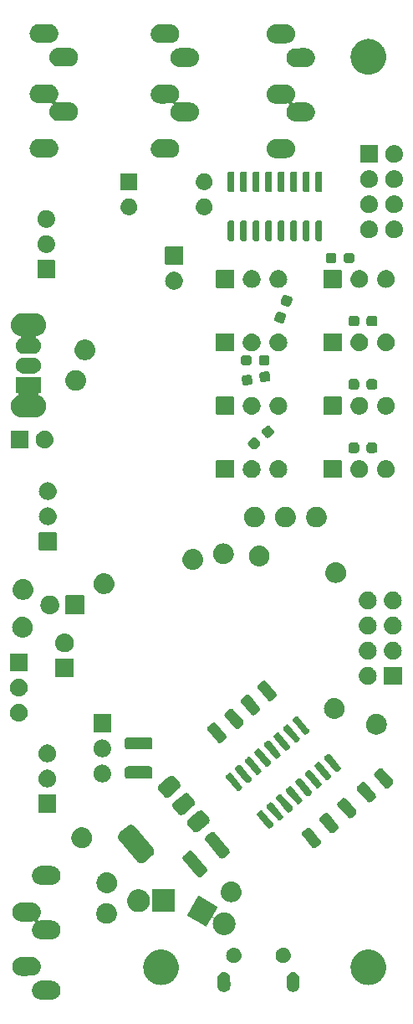
<source format=gbr>
G04 #@! TF.GenerationSoftware,KiCad,Pcbnew,8.0.3*
G04 #@! TF.CreationDate,2024-08-04T14:16:49-04:00*
G04 #@! TF.ProjectId,MEAP_Rev4b,4d454150-5f52-4657-9634-622e6b696361,rev?*
G04 #@! TF.SameCoordinates,Original*
G04 #@! TF.FileFunction,Soldermask,Bot*
G04 #@! TF.FilePolarity,Negative*
%FSLAX46Y46*%
G04 Gerber Fmt 4.6, Leading zero omitted, Abs format (unit mm)*
G04 Created by KiCad (PCBNEW 8.0.3) date 2024-08-04 14:16:49*
%MOMM*%
%LPD*%
G01*
G04 APERTURE LIST*
G04 APERTURE END LIST*
G36*
X23049824Y-113209482D02*
G01*
X23112152Y-113211931D01*
X23117765Y-113212820D01*
X23133214Y-113213579D01*
X23174856Y-113221862D01*
X23261916Y-113235651D01*
X23289918Y-113244749D01*
X23316061Y-113249950D01*
X23352956Y-113265232D01*
X23403784Y-113281748D01*
X23451399Y-113306009D01*
X23488298Y-113321293D01*
X23510463Y-113336103D01*
X23536693Y-113349468D01*
X23607990Y-113401268D01*
X23643308Y-113424867D01*
X23650846Y-113432405D01*
X23657370Y-113437145D01*
X23762854Y-113542629D01*
X23767593Y-113549152D01*
X23775133Y-113556692D01*
X23798734Y-113592014D01*
X23850531Y-113663306D01*
X23863894Y-113689533D01*
X23878707Y-113711702D01*
X23893993Y-113748605D01*
X23918251Y-113796215D01*
X23934764Y-113847035D01*
X23950050Y-113883939D01*
X23955251Y-113910086D01*
X23964348Y-113938083D01*
X23978134Y-114025125D01*
X23986421Y-114066786D01*
X23986421Y-114077447D01*
X23987683Y-114085415D01*
X23987683Y-114234584D01*
X23986421Y-114242551D01*
X23986421Y-114253214D01*
X23978133Y-114294877D01*
X23964348Y-114381916D01*
X23955251Y-114409910D01*
X23950050Y-114436061D01*
X23934762Y-114472968D01*
X23918251Y-114523784D01*
X23893995Y-114571388D01*
X23878707Y-114608298D01*
X23863892Y-114630470D01*
X23850531Y-114656693D01*
X23798742Y-114727973D01*
X23775133Y-114763308D01*
X23767591Y-114770849D01*
X23762854Y-114777370D01*
X23657370Y-114882854D01*
X23650849Y-114887591D01*
X23643308Y-114895133D01*
X23607973Y-114918742D01*
X23536693Y-114970531D01*
X23510470Y-114983892D01*
X23488298Y-114998707D01*
X23451388Y-115013995D01*
X23403784Y-115038251D01*
X23352968Y-115054762D01*
X23316061Y-115070050D01*
X23289910Y-115075251D01*
X23261916Y-115084348D01*
X23174883Y-115098132D01*
X23133214Y-115106421D01*
X23122259Y-115106466D01*
X23114392Y-115107713D01*
X22042282Y-115110992D01*
X22042246Y-115110990D01*
X22040000Y-115111000D01*
X22030077Y-115110512D01*
X21967847Y-115108068D01*
X21962241Y-115107180D01*
X21946786Y-115106421D01*
X21905123Y-115098133D01*
X21818083Y-115084348D01*
X21790086Y-115075251D01*
X21763939Y-115070050D01*
X21727035Y-115054764D01*
X21676215Y-115038251D01*
X21628605Y-115013993D01*
X21591702Y-114998707D01*
X21569533Y-114983894D01*
X21543306Y-114970531D01*
X21472014Y-114918734D01*
X21436692Y-114895133D01*
X21429152Y-114887593D01*
X21422629Y-114882854D01*
X21317145Y-114777370D01*
X21312405Y-114770846D01*
X21304867Y-114763308D01*
X21281268Y-114727990D01*
X21229468Y-114656693D01*
X21216103Y-114630463D01*
X21201293Y-114608298D01*
X21186009Y-114571399D01*
X21161748Y-114523784D01*
X21145232Y-114472956D01*
X21129950Y-114436061D01*
X21124749Y-114409918D01*
X21115651Y-114381916D01*
X21101864Y-114294867D01*
X21093579Y-114253214D01*
X21093579Y-114242552D01*
X21092317Y-114234584D01*
X21092317Y-114085415D01*
X21093579Y-114077446D01*
X21093579Y-114066786D01*
X21101863Y-114025136D01*
X21115651Y-113938083D01*
X21124750Y-113910078D01*
X21129950Y-113883939D01*
X21145231Y-113847046D01*
X21161748Y-113796215D01*
X21186011Y-113748595D01*
X21201293Y-113711702D01*
X21216101Y-113689539D01*
X21229468Y-113663306D01*
X21281277Y-113591996D01*
X21304867Y-113556692D01*
X21312402Y-113549156D01*
X21317145Y-113542629D01*
X21422629Y-113437145D01*
X21429156Y-113432402D01*
X21436692Y-113424867D01*
X21471996Y-113401277D01*
X21543306Y-113349468D01*
X21569539Y-113336101D01*
X21591702Y-113321293D01*
X21628595Y-113306011D01*
X21676215Y-113281748D01*
X21727046Y-113265231D01*
X21763939Y-113249950D01*
X21790078Y-113244750D01*
X21818083Y-113235651D01*
X21905144Y-113221862D01*
X21946786Y-113213579D01*
X21957732Y-113213533D01*
X21965607Y-113212286D01*
X23037717Y-113209007D01*
X23037775Y-113209009D01*
X23040000Y-113209000D01*
X23049824Y-113209482D01*
G37*
G36*
X40718974Y-112359032D02*
G01*
X40836878Y-112407869D01*
X40942989Y-112478770D01*
X41033229Y-112569010D01*
X41104130Y-112675121D01*
X41152967Y-112793025D01*
X41177864Y-112918191D01*
X41180999Y-113682000D01*
X41177864Y-113745809D01*
X41152967Y-113870975D01*
X41104130Y-113988879D01*
X41033229Y-114094990D01*
X40942989Y-114185230D01*
X40836878Y-114256131D01*
X40718974Y-114304968D01*
X40593808Y-114329865D01*
X40466190Y-114329865D01*
X40341024Y-114304968D01*
X40223120Y-114256131D01*
X40117009Y-114185230D01*
X40026769Y-114094990D01*
X39955868Y-113988879D01*
X39907031Y-113870975D01*
X39882134Y-113745809D01*
X39878999Y-112982000D01*
X39882134Y-112918191D01*
X39907031Y-112793025D01*
X39955868Y-112675121D01*
X40026769Y-112569010D01*
X40117009Y-112478770D01*
X40223120Y-112407869D01*
X40341024Y-112359032D01*
X40466190Y-112334135D01*
X40593808Y-112334135D01*
X40718974Y-112359032D01*
G37*
G36*
X47718974Y-112359032D02*
G01*
X47836878Y-112407869D01*
X47942989Y-112478770D01*
X48033229Y-112569010D01*
X48104130Y-112675121D01*
X48152967Y-112793025D01*
X48177864Y-112918191D01*
X48180999Y-113682000D01*
X48177864Y-113745809D01*
X48152967Y-113870975D01*
X48104130Y-113988879D01*
X48033229Y-114094990D01*
X47942989Y-114185230D01*
X47836878Y-114256131D01*
X47718974Y-114304968D01*
X47593808Y-114329865D01*
X47466190Y-114329865D01*
X47341024Y-114304968D01*
X47223120Y-114256131D01*
X47117009Y-114185230D01*
X47026769Y-114094990D01*
X46955868Y-113988879D01*
X46907031Y-113870975D01*
X46882134Y-113745809D01*
X46878999Y-112982000D01*
X46882134Y-112918191D01*
X46907031Y-112793025D01*
X46955868Y-112675121D01*
X47026769Y-112569010D01*
X47117009Y-112478770D01*
X47223120Y-112407869D01*
X47341024Y-112359032D01*
X47466190Y-112334135D01*
X47593808Y-112334135D01*
X47718974Y-112359032D01*
G37*
G36*
X34225951Y-110044036D02*
G01*
X34294589Y-110044036D01*
X34356570Y-110053378D01*
X34416269Y-110057648D01*
X34487044Y-110073044D01*
X34560760Y-110084155D01*
X34614924Y-110100862D01*
X34667305Y-110112257D01*
X34741110Y-110139785D01*
X34817979Y-110163496D01*
X34863658Y-110185493D01*
X34908030Y-110202044D01*
X34982770Y-110242855D01*
X35060500Y-110280288D01*
X35097412Y-110305454D01*
X35133522Y-110325172D01*
X35206907Y-110380107D01*
X35282905Y-110431922D01*
X35311220Y-110458194D01*
X35339192Y-110479134D01*
X35408708Y-110548650D01*
X35480226Y-110615009D01*
X35500540Y-110640482D01*
X35520865Y-110660807D01*
X35583896Y-110745007D01*
X35648056Y-110825461D01*
X35661317Y-110848429D01*
X35674827Y-110866477D01*
X35728719Y-110965173D01*
X35782645Y-111058575D01*
X35790119Y-111077618D01*
X35797955Y-111091969D01*
X35840138Y-111205066D01*
X35880987Y-111309146D01*
X35884184Y-111323157D01*
X35887742Y-111332694D01*
X35915789Y-111461626D01*
X35940884Y-111571575D01*
X35941502Y-111579830D01*
X35942351Y-111583730D01*
X35953985Y-111746395D01*
X35961000Y-111840000D01*
X35953984Y-111933612D01*
X35942351Y-112096269D01*
X35941502Y-112100168D01*
X35940884Y-112108425D01*
X35915784Y-112218393D01*
X35887742Y-112347305D01*
X35884185Y-112356840D01*
X35880987Y-112370854D01*
X35840131Y-112474952D01*
X35797955Y-112588030D01*
X35790120Y-112602377D01*
X35782645Y-112621425D01*
X35728709Y-112714843D01*
X35674827Y-112813522D01*
X35661319Y-112831565D01*
X35648056Y-112854539D01*
X35583884Y-112935007D01*
X35520865Y-113019192D01*
X35500544Y-113039512D01*
X35480226Y-113064991D01*
X35408694Y-113131362D01*
X35339192Y-113200865D01*
X35311225Y-113221800D01*
X35282905Y-113248078D01*
X35206892Y-113299902D01*
X35133522Y-113354827D01*
X35097420Y-113374540D01*
X35060500Y-113399712D01*
X34982755Y-113437151D01*
X34908030Y-113477955D01*
X34863667Y-113494501D01*
X34817979Y-113516504D01*
X34741094Y-113540219D01*
X34667305Y-113567742D01*
X34614935Y-113579134D01*
X34560760Y-113595845D01*
X34487029Y-113606958D01*
X34416269Y-113622351D01*
X34356582Y-113626619D01*
X34294589Y-113635964D01*
X34225937Y-113635964D01*
X34160000Y-113640680D01*
X34094062Y-113635964D01*
X34025411Y-113635964D01*
X33963418Y-113626620D01*
X33903730Y-113622351D01*
X33832967Y-113606957D01*
X33759240Y-113595845D01*
X33705066Y-113579134D01*
X33652694Y-113567742D01*
X33578899Y-113540217D01*
X33502021Y-113516504D01*
X33456336Y-113494503D01*
X33411969Y-113477955D01*
X33337236Y-113437147D01*
X33259500Y-113399712D01*
X33222583Y-113374542D01*
X33186477Y-113354827D01*
X33113095Y-113299894D01*
X33037095Y-113248078D01*
X33008778Y-113221803D01*
X32980807Y-113200865D01*
X32911291Y-113131349D01*
X32839774Y-113064991D01*
X32819459Y-113039517D01*
X32799134Y-113019192D01*
X32736099Y-112934986D01*
X32671944Y-112854539D01*
X32658683Y-112831571D01*
X32645172Y-112813522D01*
X32591272Y-112714812D01*
X32537355Y-112621425D01*
X32529882Y-112602384D01*
X32522044Y-112588030D01*
X32479848Y-112474901D01*
X32439013Y-112370854D01*
X32435816Y-112356847D01*
X32432257Y-112347305D01*
X32404193Y-112218300D01*
X32379116Y-112108425D01*
X32378497Y-112100175D01*
X32377648Y-112096269D01*
X32365993Y-111933319D01*
X32359000Y-111840000D01*
X32365992Y-111746687D01*
X32377648Y-111583730D01*
X32378497Y-111579823D01*
X32379116Y-111571575D01*
X32404189Y-111461720D01*
X32432257Y-111332694D01*
X32435816Y-111323150D01*
X32439013Y-111309146D01*
X32479840Y-111205118D01*
X32522044Y-111091969D01*
X32529883Y-111077612D01*
X32537355Y-111058575D01*
X32591262Y-110965205D01*
X32645172Y-110866477D01*
X32658686Y-110848424D01*
X32671944Y-110825461D01*
X32736086Y-110745028D01*
X32799134Y-110660807D01*
X32819463Y-110640477D01*
X32839774Y-110615009D01*
X32911277Y-110548663D01*
X32980807Y-110479134D01*
X33008783Y-110458190D01*
X33037095Y-110431922D01*
X33113080Y-110380115D01*
X33186477Y-110325172D01*
X33222591Y-110305452D01*
X33259500Y-110280288D01*
X33337220Y-110242859D01*
X33411969Y-110202044D01*
X33456345Y-110185492D01*
X33502021Y-110163496D01*
X33578884Y-110139787D01*
X33652694Y-110112257D01*
X33705077Y-110100861D01*
X33759240Y-110084155D01*
X33832952Y-110073044D01*
X33903730Y-110057648D01*
X33963430Y-110053378D01*
X34025411Y-110044036D01*
X34094048Y-110044036D01*
X34160000Y-110039319D01*
X34225951Y-110044036D01*
G37*
G36*
X55225951Y-110044036D02*
G01*
X55294589Y-110044036D01*
X55356570Y-110053378D01*
X55416269Y-110057648D01*
X55487044Y-110073044D01*
X55560760Y-110084155D01*
X55614924Y-110100862D01*
X55667305Y-110112257D01*
X55741110Y-110139785D01*
X55817979Y-110163496D01*
X55863658Y-110185493D01*
X55908030Y-110202044D01*
X55982770Y-110242855D01*
X56060500Y-110280288D01*
X56097412Y-110305454D01*
X56133522Y-110325172D01*
X56206907Y-110380107D01*
X56282905Y-110431922D01*
X56311220Y-110458194D01*
X56339192Y-110479134D01*
X56408708Y-110548650D01*
X56480226Y-110615009D01*
X56500540Y-110640482D01*
X56520865Y-110660807D01*
X56583896Y-110745007D01*
X56648056Y-110825461D01*
X56661317Y-110848429D01*
X56674827Y-110866477D01*
X56728719Y-110965173D01*
X56782645Y-111058575D01*
X56790119Y-111077618D01*
X56797955Y-111091969D01*
X56840138Y-111205066D01*
X56880987Y-111309146D01*
X56884184Y-111323157D01*
X56887742Y-111332694D01*
X56915789Y-111461626D01*
X56940884Y-111571575D01*
X56941502Y-111579830D01*
X56942351Y-111583730D01*
X56953985Y-111746395D01*
X56961000Y-111840000D01*
X56953984Y-111933612D01*
X56942351Y-112096269D01*
X56941502Y-112100168D01*
X56940884Y-112108425D01*
X56915784Y-112218393D01*
X56887742Y-112347305D01*
X56884185Y-112356840D01*
X56880987Y-112370854D01*
X56840131Y-112474952D01*
X56797955Y-112588030D01*
X56790120Y-112602377D01*
X56782645Y-112621425D01*
X56728709Y-112714843D01*
X56674827Y-112813522D01*
X56661319Y-112831565D01*
X56648056Y-112854539D01*
X56583884Y-112935007D01*
X56520865Y-113019192D01*
X56500544Y-113039512D01*
X56480226Y-113064991D01*
X56408694Y-113131362D01*
X56339192Y-113200865D01*
X56311225Y-113221800D01*
X56282905Y-113248078D01*
X56206892Y-113299902D01*
X56133522Y-113354827D01*
X56097420Y-113374540D01*
X56060500Y-113399712D01*
X55982755Y-113437151D01*
X55908030Y-113477955D01*
X55863667Y-113494501D01*
X55817979Y-113516504D01*
X55741094Y-113540219D01*
X55667305Y-113567742D01*
X55614935Y-113579134D01*
X55560760Y-113595845D01*
X55487029Y-113606958D01*
X55416269Y-113622351D01*
X55356582Y-113626619D01*
X55294589Y-113635964D01*
X55225937Y-113635964D01*
X55160000Y-113640680D01*
X55094062Y-113635964D01*
X55025411Y-113635964D01*
X54963418Y-113626620D01*
X54903730Y-113622351D01*
X54832967Y-113606957D01*
X54759240Y-113595845D01*
X54705066Y-113579134D01*
X54652694Y-113567742D01*
X54578899Y-113540217D01*
X54502021Y-113516504D01*
X54456336Y-113494503D01*
X54411969Y-113477955D01*
X54337236Y-113437147D01*
X54259500Y-113399712D01*
X54222583Y-113374542D01*
X54186477Y-113354827D01*
X54113095Y-113299894D01*
X54037095Y-113248078D01*
X54008778Y-113221803D01*
X53980807Y-113200865D01*
X53911291Y-113131349D01*
X53839774Y-113064991D01*
X53819459Y-113039517D01*
X53799134Y-113019192D01*
X53736099Y-112934986D01*
X53671944Y-112854539D01*
X53658683Y-112831571D01*
X53645172Y-112813522D01*
X53591272Y-112714812D01*
X53537355Y-112621425D01*
X53529882Y-112602384D01*
X53522044Y-112588030D01*
X53479848Y-112474901D01*
X53439013Y-112370854D01*
X53435816Y-112356847D01*
X53432257Y-112347305D01*
X53404193Y-112218300D01*
X53379116Y-112108425D01*
X53378497Y-112100175D01*
X53377648Y-112096269D01*
X53365993Y-111933319D01*
X53359000Y-111840000D01*
X53365992Y-111746687D01*
X53377648Y-111583730D01*
X53378497Y-111579823D01*
X53379116Y-111571575D01*
X53404189Y-111461720D01*
X53432257Y-111332694D01*
X53435816Y-111323150D01*
X53439013Y-111309146D01*
X53479840Y-111205118D01*
X53522044Y-111091969D01*
X53529883Y-111077612D01*
X53537355Y-111058575D01*
X53591262Y-110965205D01*
X53645172Y-110866477D01*
X53658686Y-110848424D01*
X53671944Y-110825461D01*
X53736086Y-110745028D01*
X53799134Y-110660807D01*
X53819463Y-110640477D01*
X53839774Y-110615009D01*
X53911277Y-110548663D01*
X53980807Y-110479134D01*
X54008783Y-110458190D01*
X54037095Y-110431922D01*
X54113080Y-110380115D01*
X54186477Y-110325172D01*
X54222591Y-110305452D01*
X54259500Y-110280288D01*
X54337220Y-110242859D01*
X54411969Y-110202044D01*
X54456345Y-110185492D01*
X54502021Y-110163496D01*
X54578884Y-110139787D01*
X54652694Y-110112257D01*
X54705077Y-110100861D01*
X54759240Y-110084155D01*
X54832952Y-110073044D01*
X54903730Y-110057648D01*
X54963430Y-110053378D01*
X55025411Y-110044036D01*
X55094048Y-110044036D01*
X55160000Y-110039319D01*
X55225951Y-110044036D01*
G37*
G36*
X21049825Y-110809483D02*
G01*
X21112153Y-110811932D01*
X21117766Y-110812821D01*
X21133215Y-110813580D01*
X21174857Y-110821863D01*
X21261917Y-110835652D01*
X21289919Y-110844750D01*
X21316062Y-110849951D01*
X21352957Y-110865233D01*
X21403785Y-110881749D01*
X21451400Y-110906010D01*
X21488299Y-110921294D01*
X21510464Y-110936104D01*
X21536694Y-110949469D01*
X21607991Y-111001269D01*
X21643309Y-111024868D01*
X21650847Y-111032406D01*
X21657371Y-111037146D01*
X21762855Y-111142630D01*
X21767594Y-111149153D01*
X21775134Y-111156693D01*
X21798735Y-111192015D01*
X21850532Y-111263307D01*
X21863895Y-111289534D01*
X21878708Y-111311703D01*
X21893994Y-111348606D01*
X21918252Y-111396216D01*
X21934765Y-111447036D01*
X21950051Y-111483940D01*
X21955252Y-111510087D01*
X21964349Y-111538084D01*
X21978135Y-111625126D01*
X21986422Y-111666787D01*
X21986422Y-111677448D01*
X21987684Y-111685416D01*
X21987684Y-111834585D01*
X21986422Y-111842552D01*
X21986422Y-111853215D01*
X21978134Y-111894878D01*
X21964349Y-111981917D01*
X21955252Y-112009911D01*
X21950051Y-112036062D01*
X21934763Y-112072969D01*
X21918252Y-112123785D01*
X21893996Y-112171389D01*
X21878708Y-112208299D01*
X21863893Y-112230471D01*
X21850532Y-112256694D01*
X21798743Y-112327974D01*
X21775134Y-112363309D01*
X21767592Y-112370850D01*
X21762855Y-112377371D01*
X21657371Y-112482855D01*
X21650850Y-112487592D01*
X21643309Y-112495134D01*
X21607974Y-112518743D01*
X21536694Y-112570532D01*
X21510471Y-112583893D01*
X21488299Y-112598708D01*
X21451389Y-112613996D01*
X21403785Y-112638252D01*
X21352969Y-112654763D01*
X21316062Y-112670051D01*
X21289911Y-112675252D01*
X21261917Y-112684349D01*
X21174884Y-112698133D01*
X21133215Y-112706422D01*
X21122260Y-112706467D01*
X21114393Y-112707714D01*
X20042283Y-112710993D01*
X20042247Y-112710991D01*
X20040001Y-112711001D01*
X20030078Y-112710513D01*
X19967848Y-112708069D01*
X19962242Y-112707181D01*
X19946787Y-112706422D01*
X19905124Y-112698134D01*
X19818084Y-112684349D01*
X19790087Y-112675252D01*
X19763940Y-112670051D01*
X19727036Y-112654765D01*
X19676216Y-112638252D01*
X19628606Y-112613994D01*
X19591703Y-112598708D01*
X19569534Y-112583895D01*
X19543307Y-112570532D01*
X19472015Y-112518735D01*
X19436693Y-112495134D01*
X19429153Y-112487594D01*
X19422630Y-112482855D01*
X19317146Y-112377371D01*
X19312406Y-112370847D01*
X19304868Y-112363309D01*
X19281269Y-112327991D01*
X19229469Y-112256694D01*
X19216104Y-112230464D01*
X19201294Y-112208299D01*
X19186010Y-112171400D01*
X19161749Y-112123785D01*
X19145233Y-112072957D01*
X19129951Y-112036062D01*
X19124750Y-112009919D01*
X19115652Y-111981917D01*
X19101865Y-111894868D01*
X19093580Y-111853215D01*
X19093580Y-111842553D01*
X19092318Y-111834585D01*
X19092318Y-111685416D01*
X19093580Y-111677447D01*
X19093580Y-111666787D01*
X19101864Y-111625137D01*
X19115652Y-111538084D01*
X19124751Y-111510079D01*
X19129951Y-111483940D01*
X19145232Y-111447047D01*
X19161749Y-111396216D01*
X19186012Y-111348596D01*
X19201294Y-111311703D01*
X19216102Y-111289540D01*
X19229469Y-111263307D01*
X19281278Y-111191997D01*
X19304868Y-111156693D01*
X19312403Y-111149157D01*
X19317146Y-111142630D01*
X19422630Y-111037146D01*
X19429157Y-111032403D01*
X19436693Y-111024868D01*
X19471997Y-111001278D01*
X19543307Y-110949469D01*
X19569540Y-110936102D01*
X19591703Y-110921294D01*
X19628596Y-110906012D01*
X19676216Y-110881749D01*
X19727047Y-110865232D01*
X19763940Y-110849951D01*
X19790079Y-110844751D01*
X19818084Y-110835652D01*
X19905145Y-110821863D01*
X19946787Y-110813580D01*
X19957733Y-110813534D01*
X19965608Y-110812287D01*
X21037718Y-110809008D01*
X21037776Y-110809010D01*
X21040001Y-110809001D01*
X21049825Y-110809483D01*
G37*
G36*
X41573807Y-109860936D02*
G01*
X41611038Y-109860936D01*
X41653037Y-109869863D01*
X41702675Y-109875456D01*
X41738768Y-109888085D01*
X41769586Y-109894636D01*
X41813996Y-109914408D01*
X41866693Y-109932848D01*
X41894122Y-109950082D01*
X41917654Y-109960560D01*
X41961535Y-109992442D01*
X42013827Y-110025299D01*
X42032604Y-110044076D01*
X42048783Y-110055831D01*
X42088784Y-110100256D01*
X42136700Y-110148172D01*
X42147719Y-110165709D01*
X42157241Y-110176284D01*
X42189806Y-110232689D01*
X42229151Y-110295306D01*
X42234064Y-110309348D01*
X42238280Y-110316650D01*
X42259868Y-110383092D01*
X42286543Y-110459324D01*
X42287554Y-110468299D01*
X42288368Y-110470804D01*
X42295745Y-110541001D01*
X42305999Y-110632000D01*
X42295745Y-110723005D01*
X42288368Y-110793195D01*
X42287554Y-110795698D01*
X42286543Y-110804676D01*
X42259864Y-110880920D01*
X42238280Y-110947349D01*
X42234065Y-110954648D01*
X42229151Y-110968694D01*
X42189798Y-111031322D01*
X42157241Y-111087715D01*
X42147721Y-111098286D01*
X42136700Y-111115828D01*
X42088775Y-111163752D01*
X42048783Y-111208168D01*
X42032608Y-111219919D01*
X42013827Y-111238701D01*
X41961525Y-111271564D01*
X41917654Y-111303439D01*
X41894127Y-111313913D01*
X41866693Y-111331152D01*
X41813986Y-111349594D01*
X41769586Y-111369363D01*
X41738774Y-111375912D01*
X41702675Y-111388544D01*
X41653034Y-111394137D01*
X41611038Y-111403064D01*
X41573807Y-111403064D01*
X41529999Y-111408000D01*
X41486191Y-111403064D01*
X41448960Y-111403064D01*
X41406962Y-111394137D01*
X41357323Y-111388544D01*
X41321224Y-111375912D01*
X41290411Y-111369363D01*
X41246007Y-111349593D01*
X41193305Y-111331152D01*
X41165872Y-111313915D01*
X41142343Y-111303439D01*
X41098465Y-111271559D01*
X41046171Y-111238701D01*
X41027392Y-111219922D01*
X41011214Y-111208168D01*
X40971212Y-111163742D01*
X40923298Y-111115828D01*
X40912278Y-111098290D01*
X40902756Y-111087715D01*
X40870186Y-111031302D01*
X40830847Y-110968694D01*
X40825933Y-110954652D01*
X40821717Y-110947349D01*
X40800119Y-110880880D01*
X40773455Y-110804676D01*
X40772444Y-110795703D01*
X40771629Y-110793195D01*
X40764238Y-110722873D01*
X40753999Y-110632000D01*
X40764237Y-110541133D01*
X40771629Y-110470804D01*
X40772444Y-110468295D01*
X40773455Y-110459324D01*
X40800115Y-110383132D01*
X40821717Y-110316650D01*
X40825934Y-110309344D01*
X40830847Y-110295306D01*
X40870179Y-110232708D01*
X40902756Y-110176284D01*
X40912280Y-110165706D01*
X40923298Y-110148172D01*
X40971202Y-110100267D01*
X41011213Y-110055832D01*
X41027394Y-110044075D01*
X41046171Y-110025299D01*
X41098458Y-109992444D01*
X41142345Y-109960559D01*
X41165878Y-109950081D01*
X41193305Y-109932848D01*
X41245996Y-109914410D01*
X41290411Y-109894636D01*
X41321230Y-109888085D01*
X41357323Y-109875456D01*
X41406959Y-109869863D01*
X41448960Y-109860936D01*
X41486191Y-109860936D01*
X41529999Y-109856000D01*
X41573807Y-109860936D01*
G37*
G36*
X46573807Y-109860936D02*
G01*
X46611038Y-109860936D01*
X46653037Y-109869863D01*
X46702675Y-109875456D01*
X46738768Y-109888085D01*
X46769586Y-109894636D01*
X46813996Y-109914408D01*
X46866693Y-109932848D01*
X46894122Y-109950082D01*
X46917654Y-109960560D01*
X46961535Y-109992442D01*
X47013827Y-110025299D01*
X47032604Y-110044076D01*
X47048783Y-110055831D01*
X47088784Y-110100256D01*
X47136700Y-110148172D01*
X47147719Y-110165709D01*
X47157241Y-110176284D01*
X47189806Y-110232689D01*
X47229151Y-110295306D01*
X47234064Y-110309348D01*
X47238280Y-110316650D01*
X47259868Y-110383092D01*
X47286543Y-110459324D01*
X47287554Y-110468299D01*
X47288368Y-110470804D01*
X47295745Y-110541001D01*
X47305999Y-110632000D01*
X47295745Y-110723005D01*
X47288368Y-110793195D01*
X47287554Y-110795698D01*
X47286543Y-110804676D01*
X47259864Y-110880920D01*
X47238280Y-110947349D01*
X47234065Y-110954648D01*
X47229151Y-110968694D01*
X47189798Y-111031322D01*
X47157241Y-111087715D01*
X47147721Y-111098286D01*
X47136700Y-111115828D01*
X47088775Y-111163752D01*
X47048783Y-111208168D01*
X47032608Y-111219919D01*
X47013827Y-111238701D01*
X46961525Y-111271564D01*
X46917654Y-111303439D01*
X46894127Y-111313913D01*
X46866693Y-111331152D01*
X46813986Y-111349594D01*
X46769586Y-111369363D01*
X46738774Y-111375912D01*
X46702675Y-111388544D01*
X46653034Y-111394137D01*
X46611038Y-111403064D01*
X46573807Y-111403064D01*
X46529999Y-111408000D01*
X46486191Y-111403064D01*
X46448960Y-111403064D01*
X46406962Y-111394137D01*
X46357323Y-111388544D01*
X46321224Y-111375912D01*
X46290411Y-111369363D01*
X46246007Y-111349593D01*
X46193305Y-111331152D01*
X46165872Y-111313915D01*
X46142343Y-111303439D01*
X46098465Y-111271559D01*
X46046171Y-111238701D01*
X46027392Y-111219922D01*
X46011214Y-111208168D01*
X45971212Y-111163742D01*
X45923298Y-111115828D01*
X45912278Y-111098290D01*
X45902756Y-111087715D01*
X45870186Y-111031302D01*
X45830847Y-110968694D01*
X45825933Y-110954652D01*
X45821717Y-110947349D01*
X45800119Y-110880880D01*
X45773455Y-110804676D01*
X45772444Y-110795703D01*
X45771629Y-110793195D01*
X45764238Y-110722873D01*
X45753999Y-110632000D01*
X45764237Y-110541133D01*
X45771629Y-110470804D01*
X45772444Y-110468295D01*
X45773455Y-110459324D01*
X45800115Y-110383132D01*
X45821717Y-110316650D01*
X45825934Y-110309344D01*
X45830847Y-110295306D01*
X45870179Y-110232708D01*
X45902756Y-110176284D01*
X45912280Y-110165706D01*
X45923298Y-110148172D01*
X45971202Y-110100267D01*
X46011213Y-110055832D01*
X46027394Y-110044075D01*
X46046171Y-110025299D01*
X46098458Y-109992444D01*
X46142345Y-109960559D01*
X46165878Y-109950081D01*
X46193305Y-109932848D01*
X46245996Y-109914410D01*
X46290411Y-109894636D01*
X46321230Y-109888085D01*
X46357323Y-109875456D01*
X46406959Y-109869863D01*
X46448960Y-109860936D01*
X46486191Y-109860936D01*
X46529999Y-109856000D01*
X46573807Y-109860936D01*
G37*
G36*
X21049825Y-105309483D02*
G01*
X21112153Y-105311932D01*
X21117766Y-105312821D01*
X21133215Y-105313580D01*
X21174857Y-105321863D01*
X21261917Y-105335652D01*
X21289919Y-105344750D01*
X21316062Y-105349951D01*
X21352957Y-105365233D01*
X21403785Y-105381749D01*
X21451400Y-105406010D01*
X21488299Y-105421294D01*
X21510464Y-105436104D01*
X21536694Y-105449469D01*
X21607991Y-105501269D01*
X21643309Y-105524868D01*
X21650847Y-105532406D01*
X21657371Y-105537146D01*
X21762855Y-105642630D01*
X21767594Y-105649153D01*
X21775134Y-105656693D01*
X21798735Y-105692015D01*
X21850532Y-105763307D01*
X21863895Y-105789534D01*
X21878708Y-105811703D01*
X21893994Y-105848606D01*
X21918252Y-105896216D01*
X21934765Y-105947036D01*
X21950051Y-105983940D01*
X21955252Y-106010087D01*
X21964349Y-106038084D01*
X21978135Y-106125126D01*
X21986422Y-106166787D01*
X21986422Y-106177448D01*
X21987684Y-106185416D01*
X21987684Y-106334585D01*
X21986422Y-106342552D01*
X21986422Y-106353215D01*
X21978134Y-106394878D01*
X21964349Y-106481917D01*
X21955252Y-106509911D01*
X21950051Y-106536062D01*
X21934763Y-106572969D01*
X21918252Y-106623785D01*
X21893996Y-106671389D01*
X21878708Y-106708299D01*
X21863893Y-106730471D01*
X21850532Y-106756694D01*
X21798749Y-106827966D01*
X21775134Y-106863309D01*
X21767589Y-106870853D01*
X21762852Y-106877374D01*
X21653388Y-106986837D01*
X21735847Y-107148676D01*
X21905145Y-107121862D01*
X21946786Y-107113579D01*
X21957731Y-107113533D01*
X21965606Y-107112286D01*
X23037717Y-107109007D01*
X23037775Y-107109009D01*
X23040000Y-107109000D01*
X23049824Y-107109482D01*
X23112152Y-107111931D01*
X23117765Y-107112820D01*
X23133214Y-107113579D01*
X23174856Y-107121862D01*
X23261916Y-107135651D01*
X23289918Y-107144749D01*
X23316061Y-107149950D01*
X23352956Y-107165232D01*
X23403784Y-107181748D01*
X23451399Y-107206009D01*
X23488298Y-107221293D01*
X23510463Y-107236103D01*
X23536693Y-107249468D01*
X23607990Y-107301268D01*
X23643308Y-107324867D01*
X23650846Y-107332405D01*
X23657370Y-107337145D01*
X23762854Y-107442629D01*
X23767593Y-107449152D01*
X23775133Y-107456692D01*
X23798734Y-107492014D01*
X23850531Y-107563306D01*
X23863894Y-107589533D01*
X23878707Y-107611702D01*
X23893993Y-107648605D01*
X23918251Y-107696215D01*
X23934764Y-107747035D01*
X23950050Y-107783939D01*
X23955251Y-107810086D01*
X23964348Y-107838083D01*
X23978134Y-107925125D01*
X23986421Y-107966786D01*
X23986421Y-107977447D01*
X23987683Y-107985415D01*
X23987683Y-108134584D01*
X23986421Y-108142551D01*
X23986421Y-108153214D01*
X23978133Y-108194877D01*
X23964348Y-108281916D01*
X23955251Y-108309910D01*
X23950050Y-108336061D01*
X23934762Y-108372968D01*
X23918251Y-108423784D01*
X23893995Y-108471388D01*
X23878707Y-108508298D01*
X23863892Y-108530470D01*
X23850531Y-108556693D01*
X23798742Y-108627973D01*
X23775133Y-108663308D01*
X23767591Y-108670849D01*
X23762854Y-108677370D01*
X23657370Y-108782854D01*
X23650849Y-108787591D01*
X23643308Y-108795133D01*
X23607973Y-108818742D01*
X23536693Y-108870531D01*
X23510470Y-108883892D01*
X23488298Y-108898707D01*
X23451388Y-108913995D01*
X23403784Y-108938251D01*
X23352968Y-108954762D01*
X23316061Y-108970050D01*
X23289910Y-108975251D01*
X23261916Y-108984348D01*
X23174883Y-108998132D01*
X23133214Y-109006421D01*
X23122259Y-109006466D01*
X23114392Y-109007713D01*
X22042282Y-109010992D01*
X22042246Y-109010990D01*
X22040000Y-109011000D01*
X22030077Y-109010512D01*
X21967847Y-109008068D01*
X21962241Y-109007180D01*
X21946786Y-109006421D01*
X21905123Y-108998133D01*
X21818083Y-108984348D01*
X21790086Y-108975251D01*
X21763939Y-108970050D01*
X21727035Y-108954764D01*
X21676215Y-108938251D01*
X21628605Y-108913993D01*
X21591702Y-108898707D01*
X21569533Y-108883894D01*
X21543306Y-108870531D01*
X21472014Y-108818734D01*
X21436692Y-108795133D01*
X21429152Y-108787593D01*
X21422629Y-108782854D01*
X21317145Y-108677370D01*
X21312405Y-108670846D01*
X21304867Y-108663308D01*
X21281268Y-108627990D01*
X21229468Y-108556693D01*
X21216103Y-108530463D01*
X21201293Y-108508298D01*
X21186009Y-108471399D01*
X21161748Y-108423784D01*
X21145232Y-108372956D01*
X21129950Y-108336061D01*
X21124749Y-108309918D01*
X21115651Y-108281916D01*
X21101864Y-108194867D01*
X21093579Y-108153214D01*
X21093579Y-108142552D01*
X21092317Y-108134584D01*
X21092317Y-107985415D01*
X21093579Y-107977446D01*
X21093579Y-107966786D01*
X21101863Y-107925136D01*
X21115651Y-107838083D01*
X21124750Y-107810078D01*
X21129950Y-107783939D01*
X21145231Y-107747046D01*
X21161748Y-107696215D01*
X21186011Y-107648595D01*
X21201293Y-107611702D01*
X21216101Y-107589539D01*
X21229468Y-107563306D01*
X21281276Y-107491997D01*
X21304867Y-107456692D01*
X21312402Y-107449156D01*
X21317148Y-107442625D01*
X21426612Y-107333160D01*
X21344151Y-107171324D01*
X21174889Y-107198132D01*
X21133215Y-107206422D01*
X21122260Y-107206467D01*
X21114393Y-107207714D01*
X20042283Y-107210993D01*
X20042247Y-107210991D01*
X20040001Y-107211001D01*
X20030078Y-107210513D01*
X19967848Y-107208069D01*
X19962242Y-107207181D01*
X19946787Y-107206422D01*
X19905124Y-107198134D01*
X19818084Y-107184349D01*
X19790087Y-107175252D01*
X19763940Y-107170051D01*
X19727036Y-107154765D01*
X19676216Y-107138252D01*
X19628606Y-107113994D01*
X19591703Y-107098708D01*
X19569534Y-107083895D01*
X19543307Y-107070532D01*
X19472015Y-107018735D01*
X19436693Y-106995134D01*
X19429153Y-106987594D01*
X19422630Y-106982855D01*
X19317146Y-106877371D01*
X19312406Y-106870847D01*
X19304868Y-106863309D01*
X19281269Y-106827991D01*
X19229469Y-106756694D01*
X19216104Y-106730464D01*
X19201294Y-106708299D01*
X19186010Y-106671400D01*
X19161749Y-106623785D01*
X19145233Y-106572957D01*
X19129951Y-106536062D01*
X19124750Y-106509919D01*
X19115652Y-106481917D01*
X19101865Y-106394868D01*
X19093580Y-106353215D01*
X19093580Y-106342553D01*
X19092318Y-106334585D01*
X19092318Y-106185416D01*
X19093580Y-106177447D01*
X19093580Y-106166787D01*
X19101864Y-106125137D01*
X19115652Y-106038084D01*
X19124751Y-106010079D01*
X19129951Y-105983940D01*
X19145232Y-105947047D01*
X19161749Y-105896216D01*
X19186012Y-105848596D01*
X19201294Y-105811703D01*
X19216102Y-105789540D01*
X19229469Y-105763307D01*
X19281278Y-105691997D01*
X19304868Y-105656693D01*
X19312403Y-105649157D01*
X19317146Y-105642630D01*
X19422630Y-105537146D01*
X19429157Y-105532403D01*
X19436693Y-105524868D01*
X19471997Y-105501278D01*
X19543307Y-105449469D01*
X19569540Y-105436102D01*
X19591703Y-105421294D01*
X19628596Y-105406012D01*
X19676216Y-105381749D01*
X19727047Y-105365232D01*
X19763940Y-105349951D01*
X19790079Y-105344751D01*
X19818084Y-105335652D01*
X19905145Y-105321863D01*
X19946787Y-105313580D01*
X19957733Y-105313534D01*
X19965608Y-105312287D01*
X21037718Y-105309008D01*
X21037776Y-105309010D01*
X21040001Y-105309001D01*
X21049825Y-105309483D01*
G37*
G36*
X37973167Y-104623205D02*
G01*
X37983832Y-104629362D01*
X37983833Y-104629363D01*
X39867757Y-105717046D01*
X39867760Y-105717048D01*
X39878423Y-105723205D01*
X39893384Y-105736325D01*
X39902185Y-105754172D01*
X39903487Y-105774029D01*
X39897090Y-105792872D01*
X39355823Y-106730373D01*
X39557663Y-106858961D01*
X39562323Y-106852305D01*
X39571400Y-106834077D01*
X39622066Y-106766983D01*
X39668647Y-106700460D01*
X39683578Y-106685528D01*
X39699401Y-106664576D01*
X39757444Y-106611662D01*
X39810460Y-106558647D01*
X39832624Y-106543127D01*
X39856368Y-106521482D01*
X39918308Y-106483129D01*
X39974737Y-106443618D01*
X40004649Y-106429669D01*
X40036955Y-106409667D01*
X40099546Y-106385419D01*
X40156499Y-106358862D01*
X40194119Y-106348781D01*
X40235014Y-106332939D01*
X40295304Y-106321668D01*
X40350216Y-106306955D01*
X40394950Y-106303041D01*
X40443799Y-106293910D01*
X40499328Y-106293910D01*
X40550000Y-106289477D01*
X40600672Y-106293910D01*
X40656201Y-106293910D01*
X40705050Y-106303041D01*
X40749783Y-106306955D01*
X40804691Y-106321667D01*
X40864986Y-106332939D01*
X40905882Y-106348782D01*
X40943500Y-106358862D01*
X41000449Y-106385417D01*
X41063045Y-106409667D01*
X41095350Y-106429669D01*
X41125263Y-106443618D01*
X41181688Y-106483127D01*
X41243632Y-106521482D01*
X41267378Y-106543130D01*
X41289539Y-106558647D01*
X41342543Y-106611651D01*
X41400599Y-106664576D01*
X41416424Y-106685532D01*
X41431352Y-106700460D01*
X41477922Y-106766969D01*
X41528600Y-106834077D01*
X41537677Y-106852307D01*
X41546381Y-106864737D01*
X41583430Y-106944191D01*
X41623276Y-107024211D01*
X41627239Y-107038139D01*
X41631137Y-107046499D01*
X41655709Y-107138204D01*
X41681402Y-107228504D01*
X41682192Y-107237039D01*
X41683044Y-107240216D01*
X41692447Y-107347707D01*
X41701000Y-107440000D01*
X41692447Y-107532299D01*
X41683044Y-107639783D01*
X41682193Y-107642958D01*
X41681402Y-107651496D01*
X41655705Y-107741811D01*
X41631137Y-107833500D01*
X41627239Y-107841857D01*
X41623276Y-107855789D01*
X41583427Y-107935815D01*
X41546381Y-108015263D01*
X41537678Y-108027691D01*
X41528600Y-108045923D01*
X41477917Y-108113037D01*
X41431352Y-108179539D01*
X41416427Y-108194463D01*
X41400599Y-108215424D01*
X41342532Y-108268358D01*
X41289539Y-108321352D01*
X41267383Y-108336865D01*
X41243632Y-108358518D01*
X41181675Y-108396879D01*
X41125263Y-108436381D01*
X41095357Y-108450325D01*
X41063045Y-108470333D01*
X41000436Y-108494587D01*
X40943500Y-108521137D01*
X40905890Y-108531214D01*
X40864986Y-108547061D01*
X40804679Y-108558334D01*
X40749783Y-108573044D01*
X40705060Y-108576956D01*
X40656201Y-108586090D01*
X40600660Y-108586090D01*
X40550000Y-108590522D01*
X40499340Y-108586090D01*
X40443799Y-108586090D01*
X40394940Y-108576956D01*
X40350216Y-108573044D01*
X40295317Y-108558333D01*
X40235014Y-108547061D01*
X40194111Y-108531215D01*
X40156499Y-108521137D01*
X40099557Y-108494585D01*
X40036955Y-108470333D01*
X40004645Y-108450327D01*
X39974736Y-108436381D01*
X39918315Y-108396874D01*
X39856368Y-108358518D01*
X39832619Y-108336868D01*
X39810460Y-108321352D01*
X39757456Y-108268348D01*
X39699401Y-108215424D01*
X39683575Y-108194467D01*
X39668647Y-108179539D01*
X39622069Y-108113019D01*
X39571400Y-108045923D01*
X39562324Y-108027696D01*
X39553618Y-108015263D01*
X39516556Y-107935783D01*
X39476724Y-107855789D01*
X39472761Y-107841863D01*
X39468862Y-107833500D01*
X39444277Y-107741751D01*
X39418598Y-107651496D01*
X39417807Y-107642964D01*
X39416955Y-107639783D01*
X39407534Y-107532106D01*
X39399000Y-107440000D01*
X39407534Y-107347900D01*
X39416955Y-107240216D01*
X39417807Y-107237034D01*
X39418598Y-107228504D01*
X39444265Y-107138290D01*
X39468862Y-107046496D01*
X39472764Y-107038126D01*
X39476724Y-107024211D01*
X39516526Y-106944278D01*
X39550634Y-106871132D01*
X39338355Y-106760628D01*
X38797090Y-107698128D01*
X38783970Y-107713089D01*
X38766123Y-107721890D01*
X38746266Y-107723192D01*
X38727423Y-107716795D01*
X37782639Y-107171324D01*
X36832832Y-106622953D01*
X36832830Y-106622951D01*
X36822167Y-106616795D01*
X36807206Y-106603675D01*
X36798405Y-106585828D01*
X36797103Y-106565971D01*
X36803500Y-106547128D01*
X36809657Y-106536463D01*
X36809658Y-106536461D01*
X37897341Y-104652537D01*
X37897345Y-104652531D01*
X37903500Y-104641872D01*
X37916620Y-104626911D01*
X37934467Y-104618110D01*
X37954324Y-104616808D01*
X37973167Y-104623205D01*
G37*
G36*
X28690938Y-105354017D02*
G01*
X28736923Y-105354017D01*
X28788139Y-105363590D01*
X28845040Y-105369195D01*
X28888261Y-105382306D01*
X28927474Y-105389636D01*
X28981785Y-105410676D01*
X29042200Y-105429003D01*
X29076720Y-105447454D01*
X29108232Y-105459662D01*
X29162977Y-105493559D01*
X29223904Y-105526125D01*
X29249506Y-105547136D01*
X29273048Y-105561713D01*
X29325212Y-105609267D01*
X29383169Y-105656831D01*
X29400342Y-105677757D01*
X29416301Y-105692305D01*
X29462629Y-105753653D01*
X29513875Y-105816096D01*
X29523783Y-105834634D01*
X29533122Y-105847000D01*
X29570274Y-105921613D01*
X29610997Y-105997800D01*
X29615340Y-106012117D01*
X29619528Y-106020528D01*
X29644267Y-106107476D01*
X29670805Y-106194960D01*
X29671676Y-106203811D01*
X29672577Y-106206975D01*
X29681938Y-106308002D01*
X29691000Y-106400000D01*
X29681938Y-106492005D01*
X29672577Y-106593024D01*
X29671676Y-106596187D01*
X29670805Y-106605040D01*
X29644262Y-106692538D01*
X29619528Y-106779471D01*
X29615341Y-106787879D01*
X29610997Y-106802200D01*
X29570267Y-106878399D01*
X29533122Y-106952999D01*
X29523785Y-106965362D01*
X29513875Y-106983904D01*
X29462620Y-107046357D01*
X29416301Y-107107694D01*
X29400345Y-107122238D01*
X29383169Y-107143169D01*
X29325201Y-107190741D01*
X29273048Y-107238286D01*
X29249511Y-107252859D01*
X29223904Y-107273875D01*
X29162965Y-107306447D01*
X29108232Y-107340337D01*
X29076726Y-107352542D01*
X29042200Y-107370997D01*
X28981773Y-107389327D01*
X28927474Y-107410363D01*
X28888268Y-107417691D01*
X28845040Y-107430805D01*
X28788136Y-107436409D01*
X28736923Y-107445983D01*
X28690938Y-107445983D01*
X28640000Y-107451000D01*
X28589062Y-107445983D01*
X28543077Y-107445983D01*
X28491863Y-107436409D01*
X28434960Y-107430805D01*
X28391732Y-107417692D01*
X28352525Y-107410363D01*
X28298221Y-107389325D01*
X28237800Y-107370997D01*
X28203275Y-107352543D01*
X28171767Y-107340337D01*
X28117027Y-107306443D01*
X28056096Y-107273875D01*
X28030491Y-107252861D01*
X28006951Y-107238286D01*
X27954788Y-107190733D01*
X27896831Y-107143169D01*
X27879656Y-107122242D01*
X27863698Y-107107694D01*
X27817367Y-107046342D01*
X27766125Y-106983904D01*
X27756216Y-106965366D01*
X27746877Y-106952999D01*
X27709717Y-106878372D01*
X27669003Y-106802200D01*
X27664660Y-106787884D01*
X27660471Y-106779471D01*
X27635721Y-106692485D01*
X27609195Y-106605040D01*
X27608323Y-106596192D01*
X27607422Y-106593024D01*
X27598044Y-106491833D01*
X27589000Y-106400000D01*
X27598044Y-106308173D01*
X27607422Y-106206975D01*
X27608323Y-106203805D01*
X27609195Y-106194960D01*
X27635716Y-106107529D01*
X27660471Y-106020528D01*
X27664661Y-106012112D01*
X27669003Y-105997800D01*
X27709710Y-105921641D01*
X27746877Y-105847000D01*
X27756218Y-105834629D01*
X27766125Y-105816096D01*
X27817357Y-105753668D01*
X27863698Y-105692305D01*
X27879660Y-105677753D01*
X27896831Y-105656831D01*
X27954777Y-105609275D01*
X28006951Y-105561713D01*
X28030496Y-105547134D01*
X28056096Y-105526125D01*
X28117015Y-105493563D01*
X28171767Y-105459662D01*
X28203282Y-105447452D01*
X28237800Y-105429003D01*
X28298209Y-105410677D01*
X28352525Y-105389636D01*
X28391739Y-105382305D01*
X28434960Y-105369195D01*
X28491860Y-105363590D01*
X28543077Y-105354017D01*
X28589062Y-105354017D01*
X28640000Y-105349000D01*
X28690938Y-105354017D01*
G37*
G36*
X35549517Y-103962882D02*
G01*
X35566062Y-103973938D01*
X35577118Y-103990483D01*
X35581000Y-104010000D01*
X35581000Y-106210000D01*
X35577118Y-106229517D01*
X35566062Y-106246062D01*
X35549517Y-106257118D01*
X35530000Y-106261000D01*
X33330000Y-106261000D01*
X33310483Y-106257118D01*
X33293938Y-106246062D01*
X33282882Y-106229517D01*
X33279000Y-106210000D01*
X33279000Y-105127472D01*
X33040346Y-105117053D01*
X33032440Y-105202367D01*
X33023044Y-105309783D01*
X33022193Y-105312958D01*
X33021402Y-105321496D01*
X32995705Y-105411811D01*
X32971137Y-105503500D01*
X32967239Y-105511857D01*
X32963276Y-105525789D01*
X32923427Y-105605815D01*
X32886381Y-105685263D01*
X32877678Y-105697691D01*
X32868600Y-105715923D01*
X32817917Y-105783037D01*
X32771352Y-105849539D01*
X32756427Y-105864463D01*
X32740599Y-105885424D01*
X32682532Y-105938358D01*
X32629539Y-105991352D01*
X32607383Y-106006865D01*
X32583632Y-106028518D01*
X32521675Y-106066879D01*
X32465263Y-106106381D01*
X32435357Y-106120325D01*
X32403045Y-106140333D01*
X32340436Y-106164587D01*
X32283500Y-106191137D01*
X32245890Y-106201214D01*
X32204986Y-106217061D01*
X32144679Y-106228334D01*
X32089783Y-106243044D01*
X32045060Y-106246956D01*
X31996201Y-106256090D01*
X31940660Y-106256090D01*
X31890000Y-106260522D01*
X31839340Y-106256090D01*
X31783799Y-106256090D01*
X31734940Y-106246956D01*
X31690216Y-106243044D01*
X31635317Y-106228333D01*
X31575014Y-106217061D01*
X31534111Y-106201215D01*
X31496499Y-106191137D01*
X31439557Y-106164585D01*
X31376955Y-106140333D01*
X31344645Y-106120327D01*
X31314736Y-106106381D01*
X31258315Y-106066874D01*
X31196368Y-106028518D01*
X31172619Y-106006868D01*
X31150460Y-105991352D01*
X31097456Y-105938348D01*
X31039401Y-105885424D01*
X31023575Y-105864467D01*
X31008647Y-105849539D01*
X30962069Y-105783019D01*
X30911400Y-105715923D01*
X30902324Y-105697696D01*
X30893618Y-105685263D01*
X30856556Y-105605783D01*
X30816724Y-105525789D01*
X30812761Y-105511863D01*
X30808862Y-105503500D01*
X30784277Y-105411751D01*
X30758598Y-105321496D01*
X30757807Y-105312964D01*
X30756955Y-105309783D01*
X30747534Y-105202106D01*
X30739000Y-105110000D01*
X30747534Y-105017900D01*
X30756955Y-104910216D01*
X30757807Y-104907034D01*
X30758598Y-104898504D01*
X30784273Y-104808264D01*
X30808862Y-104716499D01*
X30812762Y-104708134D01*
X30816724Y-104694211D01*
X30856553Y-104614222D01*
X30893618Y-104534737D01*
X30902324Y-104522302D01*
X30911400Y-104504077D01*
X30962063Y-104436987D01*
X31008647Y-104370460D01*
X31023578Y-104355528D01*
X31039401Y-104334576D01*
X31097444Y-104281662D01*
X31150460Y-104228647D01*
X31172624Y-104213127D01*
X31196368Y-104191482D01*
X31258308Y-104153129D01*
X31314737Y-104113618D01*
X31344649Y-104099669D01*
X31376955Y-104079667D01*
X31439546Y-104055419D01*
X31496499Y-104028862D01*
X31534119Y-104018781D01*
X31575014Y-104002939D01*
X31635304Y-103991668D01*
X31690216Y-103976955D01*
X31734950Y-103973041D01*
X31783799Y-103963910D01*
X31839328Y-103963910D01*
X31890000Y-103959477D01*
X31940672Y-103963910D01*
X31996201Y-103963910D01*
X32045050Y-103973041D01*
X32089783Y-103976955D01*
X32144691Y-103991667D01*
X32204986Y-104002939D01*
X32245882Y-104018782D01*
X32283500Y-104028862D01*
X32340449Y-104055417D01*
X32403045Y-104079667D01*
X32435350Y-104099669D01*
X32465263Y-104113618D01*
X32521688Y-104153127D01*
X32583632Y-104191482D01*
X32607378Y-104213130D01*
X32629539Y-104228647D01*
X32682543Y-104281651D01*
X32740599Y-104334576D01*
X32756424Y-104355532D01*
X32771352Y-104370460D01*
X32817922Y-104436969D01*
X32868600Y-104504077D01*
X32877677Y-104522307D01*
X32886381Y-104534737D01*
X32923430Y-104614191D01*
X32963276Y-104694211D01*
X32967239Y-104708139D01*
X32971137Y-104716499D01*
X32995709Y-104808204D01*
X33021402Y-104898504D01*
X33022192Y-104907039D01*
X33023044Y-104910216D01*
X33032443Y-105017658D01*
X33040346Y-105102944D01*
X33279000Y-105092526D01*
X33279000Y-104022310D01*
X33279000Y-104010000D01*
X33282882Y-103990483D01*
X33293938Y-103973938D01*
X33310483Y-103962882D01*
X33330000Y-103959000D01*
X35530000Y-103959000D01*
X35549517Y-103962882D01*
G37*
G36*
X41310938Y-103174017D02*
G01*
X41356923Y-103174017D01*
X41408139Y-103183590D01*
X41465040Y-103189195D01*
X41508261Y-103202306D01*
X41547474Y-103209636D01*
X41601785Y-103230676D01*
X41662200Y-103249003D01*
X41696720Y-103267454D01*
X41728232Y-103279662D01*
X41782977Y-103313559D01*
X41843904Y-103346125D01*
X41869506Y-103367136D01*
X41893048Y-103381713D01*
X41945212Y-103429267D01*
X42003169Y-103476831D01*
X42020342Y-103497757D01*
X42036301Y-103512305D01*
X42082629Y-103573653D01*
X42133875Y-103636096D01*
X42143783Y-103654634D01*
X42153122Y-103667000D01*
X42190274Y-103741613D01*
X42230997Y-103817800D01*
X42235340Y-103832117D01*
X42239528Y-103840528D01*
X42264267Y-103927476D01*
X42290805Y-104014960D01*
X42291676Y-104023811D01*
X42292577Y-104026975D01*
X42301938Y-104128002D01*
X42311000Y-104220000D01*
X42301938Y-104312005D01*
X42292577Y-104413024D01*
X42291676Y-104416187D01*
X42290805Y-104425040D01*
X42264262Y-104512538D01*
X42239528Y-104599471D01*
X42235341Y-104607879D01*
X42230997Y-104622200D01*
X42190267Y-104698399D01*
X42153122Y-104772999D01*
X42143785Y-104785362D01*
X42133875Y-104803904D01*
X42082620Y-104866357D01*
X42036301Y-104927694D01*
X42020345Y-104942238D01*
X42003169Y-104963169D01*
X41945201Y-105010741D01*
X41893048Y-105058286D01*
X41869511Y-105072859D01*
X41843904Y-105093875D01*
X41782965Y-105126447D01*
X41728232Y-105160337D01*
X41696726Y-105172542D01*
X41662200Y-105190997D01*
X41601773Y-105209327D01*
X41547474Y-105230363D01*
X41508268Y-105237691D01*
X41465040Y-105250805D01*
X41408136Y-105256409D01*
X41356923Y-105265983D01*
X41310938Y-105265983D01*
X41260000Y-105271000D01*
X41209062Y-105265983D01*
X41163077Y-105265983D01*
X41111863Y-105256409D01*
X41054960Y-105250805D01*
X41011732Y-105237692D01*
X40972525Y-105230363D01*
X40918221Y-105209325D01*
X40857800Y-105190997D01*
X40823275Y-105172543D01*
X40791767Y-105160337D01*
X40737027Y-105126443D01*
X40676096Y-105093875D01*
X40650491Y-105072861D01*
X40626951Y-105058286D01*
X40574788Y-105010733D01*
X40516831Y-104963169D01*
X40499656Y-104942242D01*
X40483698Y-104927694D01*
X40437367Y-104866342D01*
X40386125Y-104803904D01*
X40376216Y-104785366D01*
X40366877Y-104772999D01*
X40329717Y-104698372D01*
X40289003Y-104622200D01*
X40284660Y-104607884D01*
X40280471Y-104599471D01*
X40255721Y-104512485D01*
X40229195Y-104425040D01*
X40228323Y-104416192D01*
X40227422Y-104413024D01*
X40218044Y-104311833D01*
X40209000Y-104220000D01*
X40218044Y-104128173D01*
X40227422Y-104026975D01*
X40228323Y-104023805D01*
X40229195Y-104014960D01*
X40255716Y-103927529D01*
X40280471Y-103840528D01*
X40284661Y-103832112D01*
X40289003Y-103817800D01*
X40329710Y-103741641D01*
X40366877Y-103667000D01*
X40376218Y-103654629D01*
X40386125Y-103636096D01*
X40437357Y-103573668D01*
X40483698Y-103512305D01*
X40499660Y-103497753D01*
X40516831Y-103476831D01*
X40574777Y-103429275D01*
X40626951Y-103381713D01*
X40650496Y-103367134D01*
X40676096Y-103346125D01*
X40737015Y-103313563D01*
X40791767Y-103279662D01*
X40823282Y-103267452D01*
X40857800Y-103249003D01*
X40918209Y-103230677D01*
X40972525Y-103209636D01*
X41011739Y-103202305D01*
X41054960Y-103189195D01*
X41111860Y-103183590D01*
X41163077Y-103174017D01*
X41209062Y-103174017D01*
X41260000Y-103169000D01*
X41310938Y-103174017D01*
G37*
G36*
X28720938Y-102254017D02*
G01*
X28766923Y-102254017D01*
X28818139Y-102263590D01*
X28875040Y-102269195D01*
X28918261Y-102282306D01*
X28957474Y-102289636D01*
X29011785Y-102310676D01*
X29072200Y-102329003D01*
X29106720Y-102347454D01*
X29138232Y-102359662D01*
X29192977Y-102393559D01*
X29253904Y-102426125D01*
X29279506Y-102447136D01*
X29303048Y-102461713D01*
X29355212Y-102509267D01*
X29413169Y-102556831D01*
X29430342Y-102577757D01*
X29446301Y-102592305D01*
X29492629Y-102653653D01*
X29543875Y-102716096D01*
X29553783Y-102734634D01*
X29563122Y-102747000D01*
X29600274Y-102821613D01*
X29640997Y-102897800D01*
X29645340Y-102912117D01*
X29649528Y-102920528D01*
X29674267Y-103007476D01*
X29700805Y-103094960D01*
X29701676Y-103103811D01*
X29702577Y-103106975D01*
X29711938Y-103208002D01*
X29721000Y-103300000D01*
X29711938Y-103392005D01*
X29702577Y-103493024D01*
X29701676Y-103496187D01*
X29700805Y-103505040D01*
X29674262Y-103592538D01*
X29649528Y-103679471D01*
X29645341Y-103687879D01*
X29640997Y-103702200D01*
X29600267Y-103778399D01*
X29563122Y-103852999D01*
X29553785Y-103865362D01*
X29543875Y-103883904D01*
X29492620Y-103946357D01*
X29446301Y-104007694D01*
X29430345Y-104022238D01*
X29413169Y-104043169D01*
X29355201Y-104090741D01*
X29303048Y-104138286D01*
X29279511Y-104152859D01*
X29253904Y-104173875D01*
X29192965Y-104206447D01*
X29138232Y-104240337D01*
X29106726Y-104252542D01*
X29072200Y-104270997D01*
X29011773Y-104289327D01*
X28957474Y-104310363D01*
X28918268Y-104317691D01*
X28875040Y-104330805D01*
X28818136Y-104336409D01*
X28766923Y-104345983D01*
X28720938Y-104345983D01*
X28670000Y-104351000D01*
X28619062Y-104345983D01*
X28573077Y-104345983D01*
X28521863Y-104336409D01*
X28464960Y-104330805D01*
X28421732Y-104317692D01*
X28382525Y-104310363D01*
X28328221Y-104289325D01*
X28267800Y-104270997D01*
X28233275Y-104252543D01*
X28201767Y-104240337D01*
X28147027Y-104206443D01*
X28086096Y-104173875D01*
X28060491Y-104152861D01*
X28036951Y-104138286D01*
X27984788Y-104090733D01*
X27926831Y-104043169D01*
X27909656Y-104022242D01*
X27893698Y-104007694D01*
X27847367Y-103946342D01*
X27796125Y-103883904D01*
X27786216Y-103865366D01*
X27776877Y-103852999D01*
X27739717Y-103778372D01*
X27699003Y-103702200D01*
X27694660Y-103687884D01*
X27690471Y-103679471D01*
X27665721Y-103592485D01*
X27639195Y-103505040D01*
X27638323Y-103496192D01*
X27637422Y-103493024D01*
X27628044Y-103391833D01*
X27619000Y-103300000D01*
X27628044Y-103208173D01*
X27637422Y-103106975D01*
X27638323Y-103103805D01*
X27639195Y-103094960D01*
X27665716Y-103007529D01*
X27690471Y-102920528D01*
X27694661Y-102912112D01*
X27699003Y-102897800D01*
X27739710Y-102821641D01*
X27776877Y-102747000D01*
X27786218Y-102734629D01*
X27796125Y-102716096D01*
X27847357Y-102653668D01*
X27893698Y-102592305D01*
X27909660Y-102577753D01*
X27926831Y-102556831D01*
X27984777Y-102509275D01*
X28036951Y-102461713D01*
X28060496Y-102447134D01*
X28086096Y-102426125D01*
X28147015Y-102393563D01*
X28201767Y-102359662D01*
X28233282Y-102347452D01*
X28267800Y-102329003D01*
X28328209Y-102310677D01*
X28382525Y-102289636D01*
X28421739Y-102282305D01*
X28464960Y-102269195D01*
X28521860Y-102263590D01*
X28573077Y-102254017D01*
X28619062Y-102254017D01*
X28670000Y-102249000D01*
X28720938Y-102254017D01*
G37*
G36*
X23049824Y-101609482D02*
G01*
X23112152Y-101611931D01*
X23117765Y-101612820D01*
X23133214Y-101613579D01*
X23174856Y-101621862D01*
X23261916Y-101635651D01*
X23289918Y-101644749D01*
X23316061Y-101649950D01*
X23352956Y-101665232D01*
X23403784Y-101681748D01*
X23451399Y-101706009D01*
X23488298Y-101721293D01*
X23510463Y-101736103D01*
X23536693Y-101749468D01*
X23607990Y-101801268D01*
X23643308Y-101824867D01*
X23650846Y-101832405D01*
X23657370Y-101837145D01*
X23762854Y-101942629D01*
X23767593Y-101949152D01*
X23775133Y-101956692D01*
X23798734Y-101992014D01*
X23850531Y-102063306D01*
X23863894Y-102089533D01*
X23878707Y-102111702D01*
X23893993Y-102148605D01*
X23918251Y-102196215D01*
X23934764Y-102247035D01*
X23950050Y-102283939D01*
X23955251Y-102310086D01*
X23964348Y-102338083D01*
X23978134Y-102425125D01*
X23986421Y-102466786D01*
X23986421Y-102477447D01*
X23987683Y-102485415D01*
X23987683Y-102634584D01*
X23986421Y-102642551D01*
X23986421Y-102653214D01*
X23978133Y-102694877D01*
X23964348Y-102781916D01*
X23955251Y-102809910D01*
X23950050Y-102836061D01*
X23934762Y-102872968D01*
X23918251Y-102923784D01*
X23893995Y-102971388D01*
X23878707Y-103008298D01*
X23863892Y-103030470D01*
X23850531Y-103056693D01*
X23798742Y-103127973D01*
X23775133Y-103163308D01*
X23767591Y-103170849D01*
X23762854Y-103177370D01*
X23657370Y-103282854D01*
X23650849Y-103287591D01*
X23643308Y-103295133D01*
X23607973Y-103318742D01*
X23536693Y-103370531D01*
X23510470Y-103383892D01*
X23488298Y-103398707D01*
X23451388Y-103413995D01*
X23403784Y-103438251D01*
X23352968Y-103454762D01*
X23316061Y-103470050D01*
X23289910Y-103475251D01*
X23261916Y-103484348D01*
X23174883Y-103498132D01*
X23133214Y-103506421D01*
X23122259Y-103506466D01*
X23114392Y-103507713D01*
X22042282Y-103510992D01*
X22042246Y-103510990D01*
X22040000Y-103511000D01*
X22030077Y-103510512D01*
X21967847Y-103508068D01*
X21962241Y-103507180D01*
X21946786Y-103506421D01*
X21905123Y-103498133D01*
X21818083Y-103484348D01*
X21790086Y-103475251D01*
X21763939Y-103470050D01*
X21727035Y-103454764D01*
X21676215Y-103438251D01*
X21628605Y-103413993D01*
X21591702Y-103398707D01*
X21569533Y-103383894D01*
X21543306Y-103370531D01*
X21472014Y-103318734D01*
X21436692Y-103295133D01*
X21429152Y-103287593D01*
X21422629Y-103282854D01*
X21317145Y-103177370D01*
X21312405Y-103170846D01*
X21304867Y-103163308D01*
X21281268Y-103127990D01*
X21229468Y-103056693D01*
X21216103Y-103030463D01*
X21201293Y-103008298D01*
X21186009Y-102971399D01*
X21161748Y-102923784D01*
X21145232Y-102872956D01*
X21129950Y-102836061D01*
X21124749Y-102809918D01*
X21115651Y-102781916D01*
X21101864Y-102694867D01*
X21093579Y-102653214D01*
X21093579Y-102642552D01*
X21092317Y-102634584D01*
X21092317Y-102485415D01*
X21093579Y-102477446D01*
X21093579Y-102466786D01*
X21101863Y-102425136D01*
X21115651Y-102338083D01*
X21124750Y-102310078D01*
X21129950Y-102283939D01*
X21145231Y-102247046D01*
X21161748Y-102196215D01*
X21186011Y-102148595D01*
X21201293Y-102111702D01*
X21216101Y-102089539D01*
X21229468Y-102063306D01*
X21281277Y-101991996D01*
X21304867Y-101956692D01*
X21312402Y-101949156D01*
X21317145Y-101942629D01*
X21422629Y-101837145D01*
X21429156Y-101832402D01*
X21436692Y-101824867D01*
X21471996Y-101801277D01*
X21543306Y-101749468D01*
X21569539Y-101736101D01*
X21591702Y-101721293D01*
X21628595Y-101706011D01*
X21676215Y-101681748D01*
X21727046Y-101665231D01*
X21763939Y-101649950D01*
X21790078Y-101644750D01*
X21818083Y-101635651D01*
X21905144Y-101621862D01*
X21946786Y-101613579D01*
X21957732Y-101613533D01*
X21965607Y-101612286D01*
X23037717Y-101609007D01*
X23037775Y-101609009D01*
X23040000Y-101609000D01*
X23049824Y-101609482D01*
G37*
G36*
X37212783Y-100058517D02*
G01*
X37256989Y-100080246D01*
X37290578Y-100094504D01*
X37296541Y-100099687D01*
X37312056Y-100107314D01*
X37362477Y-100154966D01*
X38776610Y-101840264D01*
X38814783Y-101898194D01*
X38819599Y-101914799D01*
X38823668Y-101921570D01*
X38831873Y-101957111D01*
X38845600Y-102004432D01*
X38835959Y-102114628D01*
X38814222Y-102158849D01*
X38799971Y-102192423D01*
X38794789Y-102198383D01*
X38787162Y-102213901D01*
X38739510Y-102264322D01*
X38241581Y-102682134D01*
X38183651Y-102720307D01*
X38167043Y-102725124D01*
X38160274Y-102729192D01*
X38124737Y-102737396D01*
X38077413Y-102751124D01*
X37967217Y-102741483D01*
X37923001Y-102719749D01*
X37889421Y-102705495D01*
X37883459Y-102700312D01*
X37867944Y-102692686D01*
X37817523Y-102645034D01*
X36403390Y-100959736D01*
X36365217Y-100901806D01*
X36360400Y-100885201D01*
X36356331Y-100878429D01*
X36348122Y-100842875D01*
X36334400Y-100795568D01*
X36344041Y-100685372D01*
X36365767Y-100641171D01*
X36380028Y-100607576D01*
X36385212Y-100601611D01*
X36392838Y-100586099D01*
X36440490Y-100535678D01*
X36725890Y-100296199D01*
X36930885Y-100124187D01*
X36930888Y-100124185D01*
X36938419Y-100117866D01*
X36996349Y-100079693D01*
X37012951Y-100074877D01*
X37019725Y-100070807D01*
X37055283Y-100062597D01*
X37102587Y-100048876D01*
X37212783Y-100058517D01*
G37*
G36*
X31127324Y-97460490D02*
G01*
X31163475Y-97458706D01*
X31198768Y-97466741D01*
X31229096Y-97469395D01*
X31266507Y-97482164D01*
X31309787Y-97492018D01*
X31334236Y-97505281D01*
X31354598Y-97512231D01*
X31395827Y-97538692D01*
X31441685Y-97563569D01*
X31457092Y-97578012D01*
X31467812Y-97584893D01*
X31524572Y-97641274D01*
X31537543Y-97653434D01*
X33337348Y-99798358D01*
X33347058Y-99813224D01*
X33392740Y-99878933D01*
X33397653Y-99890682D01*
X33409203Y-99908365D01*
X33425743Y-99957859D01*
X33444636Y-100003042D01*
X33447943Y-100024292D01*
X33456763Y-100050684D01*
X33458951Y-100095020D01*
X33465030Y-100134075D01*
X33462376Y-100164402D01*
X33464161Y-100200557D01*
X33456124Y-100235857D01*
X33453471Y-100266178D01*
X33440707Y-100303573D01*
X33430850Y-100346869D01*
X33417580Y-100371330D01*
X33410634Y-100391682D01*
X33384181Y-100432897D01*
X33359299Y-100478767D01*
X33344853Y-100494175D01*
X33337976Y-100504892D01*
X33281610Y-100561636D01*
X33269434Y-100574625D01*
X32503389Y-101217413D01*
X32488500Y-101227138D01*
X32422814Y-101272804D01*
X32411067Y-101277715D01*
X32393383Y-101289267D01*
X32343883Y-101305808D01*
X32298705Y-101324700D01*
X32277457Y-101328007D01*
X32251064Y-101336827D01*
X32206722Y-101339016D01*
X32167671Y-101345094D01*
X32137348Y-101342440D01*
X32101191Y-101344226D01*
X32065890Y-101336188D01*
X32035569Y-101333536D01*
X31998164Y-101320769D01*
X31954879Y-101310914D01*
X31930425Y-101297648D01*
X31910067Y-101290700D01*
X31868841Y-101264241D01*
X31822981Y-101239363D01*
X31807572Y-101224918D01*
X31796853Y-101218038D01*
X31740093Y-101161657D01*
X31727123Y-101149498D01*
X29927318Y-99004574D01*
X29917612Y-98989715D01*
X29871925Y-98923998D01*
X29867011Y-98912247D01*
X29855463Y-98894567D01*
X29838925Y-98845079D01*
X29820029Y-98799889D01*
X29816721Y-98778635D01*
X29807903Y-98752248D01*
X29805714Y-98707919D01*
X29799635Y-98668856D01*
X29802289Y-98638521D01*
X29800505Y-98602375D01*
X29808540Y-98567081D01*
X29811194Y-98536753D01*
X29823961Y-98499346D01*
X29833816Y-98456063D01*
X29847081Y-98431608D01*
X29854031Y-98411249D01*
X29880493Y-98370017D01*
X29905367Y-98324165D01*
X29919806Y-98308762D01*
X29926689Y-98298039D01*
X29983088Y-98241259D01*
X29995232Y-98228307D01*
X30538145Y-97772749D01*
X30756936Y-97589161D01*
X30756939Y-97589158D01*
X30761277Y-97585519D01*
X30776125Y-97575820D01*
X30841851Y-97530127D01*
X30853604Y-97525212D01*
X30871283Y-97513665D01*
X30920765Y-97497128D01*
X30965960Y-97478231D01*
X30987215Y-97474922D01*
X31013602Y-97466105D01*
X31057932Y-97463916D01*
X31096994Y-97457837D01*
X31127324Y-97460490D01*
G37*
G36*
X39472613Y-98162293D02*
G01*
X39516819Y-98184022D01*
X39550408Y-98198280D01*
X39556371Y-98203463D01*
X39571886Y-98211090D01*
X39622307Y-98258742D01*
X41036440Y-99944040D01*
X41074613Y-100001970D01*
X41079429Y-100018575D01*
X41083498Y-100025346D01*
X41091703Y-100060887D01*
X41105430Y-100108208D01*
X41095789Y-100218404D01*
X41074052Y-100262625D01*
X41059801Y-100296199D01*
X41054619Y-100302159D01*
X41046992Y-100317677D01*
X40999340Y-100368098D01*
X40501411Y-100785910D01*
X40443481Y-100824083D01*
X40426873Y-100828900D01*
X40420104Y-100832968D01*
X40384567Y-100841172D01*
X40337243Y-100854900D01*
X40227047Y-100845259D01*
X40182831Y-100823525D01*
X40149251Y-100809271D01*
X40143289Y-100804088D01*
X40127774Y-100796462D01*
X40077353Y-100748810D01*
X38663220Y-99063512D01*
X38625047Y-99005582D01*
X38620230Y-98988977D01*
X38616161Y-98982205D01*
X38607952Y-98946651D01*
X38594230Y-98899344D01*
X38603871Y-98789148D01*
X38625597Y-98744947D01*
X38639858Y-98711352D01*
X38645042Y-98705387D01*
X38652668Y-98689875D01*
X38700320Y-98639454D01*
X39002451Y-98385936D01*
X39190715Y-98227963D01*
X39190718Y-98227961D01*
X39198249Y-98221642D01*
X39256179Y-98183469D01*
X39272781Y-98178653D01*
X39279555Y-98174583D01*
X39315113Y-98166373D01*
X39362417Y-98152652D01*
X39472613Y-98162293D01*
G37*
G36*
X49172353Y-97753727D02*
G01*
X49216559Y-97775456D01*
X49250147Y-97789714D01*
X49256112Y-97794899D01*
X49271625Y-97802525D01*
X49322047Y-97850177D01*
X50286228Y-98999243D01*
X50324401Y-99057174D01*
X50329217Y-99073779D01*
X50333286Y-99080550D01*
X50341491Y-99116091D01*
X50355218Y-99163412D01*
X50345577Y-99273608D01*
X50323834Y-99317840D01*
X50309588Y-99351403D01*
X50304407Y-99357361D01*
X50296780Y-99372880D01*
X50249128Y-99423302D01*
X49866106Y-99744696D01*
X49808175Y-99782868D01*
X49791570Y-99787684D01*
X49784796Y-99791755D01*
X49749244Y-99799962D01*
X49701937Y-99813685D01*
X49591741Y-99804045D01*
X49547526Y-99782310D01*
X49513946Y-99768057D01*
X49507982Y-99762872D01*
X49492469Y-99755247D01*
X49442047Y-99707595D01*
X48477866Y-98558529D01*
X48439693Y-98500598D01*
X48434876Y-98483993D01*
X48430807Y-98477221D01*
X48422598Y-98441667D01*
X48408876Y-98394360D01*
X48418517Y-98284164D01*
X48440248Y-98239953D01*
X48454505Y-98206368D01*
X48459688Y-98200405D01*
X48467314Y-98184892D01*
X48514966Y-98134470D01*
X48897988Y-97813076D01*
X48955919Y-97774904D01*
X48972518Y-97770088D01*
X48979297Y-97766016D01*
X49014870Y-97757803D01*
X49062157Y-97744087D01*
X49172353Y-97753727D01*
G37*
G36*
X26180938Y-97704017D02*
G01*
X26226923Y-97704017D01*
X26278139Y-97713590D01*
X26335040Y-97719195D01*
X26378261Y-97732306D01*
X26417474Y-97739636D01*
X26471785Y-97760676D01*
X26532200Y-97779003D01*
X26566720Y-97797454D01*
X26598232Y-97809662D01*
X26652977Y-97843559D01*
X26713904Y-97876125D01*
X26739506Y-97897136D01*
X26763048Y-97911713D01*
X26815212Y-97959267D01*
X26873169Y-98006831D01*
X26890342Y-98027757D01*
X26906301Y-98042305D01*
X26952629Y-98103653D01*
X27003875Y-98166096D01*
X27013783Y-98184634D01*
X27023122Y-98197000D01*
X27060274Y-98271613D01*
X27100997Y-98347800D01*
X27105340Y-98362117D01*
X27109528Y-98370528D01*
X27134267Y-98457476D01*
X27160805Y-98544960D01*
X27161676Y-98553811D01*
X27162577Y-98556975D01*
X27171938Y-98658002D01*
X27181000Y-98750000D01*
X27171938Y-98842005D01*
X27162577Y-98943024D01*
X27161676Y-98946187D01*
X27160805Y-98955040D01*
X27134262Y-99042538D01*
X27109528Y-99129471D01*
X27105341Y-99137879D01*
X27100997Y-99152200D01*
X27060267Y-99228399D01*
X27023122Y-99302999D01*
X27013785Y-99315362D01*
X27003875Y-99333904D01*
X26952620Y-99396357D01*
X26906301Y-99457694D01*
X26890345Y-99472238D01*
X26873169Y-99493169D01*
X26815201Y-99540741D01*
X26763048Y-99588286D01*
X26739511Y-99602859D01*
X26713904Y-99623875D01*
X26652965Y-99656447D01*
X26598232Y-99690337D01*
X26566726Y-99702542D01*
X26532200Y-99720997D01*
X26471773Y-99739327D01*
X26417474Y-99760363D01*
X26378268Y-99767691D01*
X26335040Y-99780805D01*
X26278136Y-99786409D01*
X26226923Y-99795983D01*
X26180938Y-99795983D01*
X26130000Y-99801000D01*
X26079062Y-99795983D01*
X26033077Y-99795983D01*
X25981863Y-99786409D01*
X25924960Y-99780805D01*
X25881732Y-99767692D01*
X25842525Y-99760363D01*
X25788221Y-99739325D01*
X25727800Y-99720997D01*
X25693275Y-99702543D01*
X25661767Y-99690337D01*
X25607027Y-99656443D01*
X25546096Y-99623875D01*
X25520491Y-99602861D01*
X25496951Y-99588286D01*
X25444788Y-99540733D01*
X25386831Y-99493169D01*
X25369656Y-99472242D01*
X25353698Y-99457694D01*
X25307367Y-99396342D01*
X25256125Y-99333904D01*
X25246216Y-99315366D01*
X25236877Y-99302999D01*
X25199717Y-99228372D01*
X25159003Y-99152200D01*
X25154660Y-99137884D01*
X25150471Y-99129471D01*
X25125721Y-99042485D01*
X25099195Y-98955040D01*
X25098323Y-98946192D01*
X25097422Y-98943024D01*
X25088044Y-98841833D01*
X25079000Y-98750000D01*
X25088044Y-98658173D01*
X25097422Y-98556975D01*
X25098323Y-98553805D01*
X25099195Y-98544960D01*
X25125716Y-98457529D01*
X25150471Y-98370528D01*
X25154661Y-98362112D01*
X25159003Y-98347800D01*
X25199710Y-98271641D01*
X25236877Y-98197000D01*
X25246218Y-98184629D01*
X25256125Y-98166096D01*
X25307357Y-98103668D01*
X25353698Y-98042305D01*
X25369660Y-98027753D01*
X25386831Y-98006831D01*
X25444777Y-97959275D01*
X25496951Y-97911713D01*
X25520496Y-97897134D01*
X25546096Y-97876125D01*
X25607015Y-97843563D01*
X25661767Y-97809662D01*
X25693282Y-97797452D01*
X25727800Y-97779003D01*
X25788209Y-97760677D01*
X25842525Y-97739636D01*
X25881739Y-97732305D01*
X25924960Y-97719195D01*
X25981860Y-97713590D01*
X26033077Y-97704017D01*
X26079062Y-97704017D01*
X26130000Y-97699000D01*
X26180938Y-97704017D01*
G37*
G36*
X50964898Y-96249605D02*
G01*
X51009104Y-96271334D01*
X51042692Y-96285592D01*
X51048657Y-96290777D01*
X51064170Y-96298403D01*
X51114592Y-96346055D01*
X52078773Y-97495121D01*
X52116946Y-97553052D01*
X52121762Y-97569657D01*
X52125831Y-97576428D01*
X52134036Y-97611969D01*
X52147763Y-97659290D01*
X52138122Y-97769486D01*
X52116379Y-97813718D01*
X52102133Y-97847281D01*
X52096952Y-97853239D01*
X52089325Y-97868758D01*
X52041673Y-97919180D01*
X51658651Y-98240574D01*
X51600720Y-98278746D01*
X51584115Y-98283562D01*
X51577341Y-98287633D01*
X51541789Y-98295840D01*
X51494482Y-98309563D01*
X51384286Y-98299923D01*
X51340071Y-98278188D01*
X51306491Y-98263935D01*
X51300527Y-98258750D01*
X51285014Y-98251125D01*
X51234592Y-98203473D01*
X50270411Y-97054407D01*
X50232238Y-96996476D01*
X50227421Y-96979871D01*
X50223352Y-96973099D01*
X50215143Y-96937545D01*
X50201421Y-96890238D01*
X50211062Y-96780042D01*
X50232793Y-96735831D01*
X50247050Y-96702246D01*
X50252233Y-96696283D01*
X50259859Y-96680770D01*
X50307511Y-96630348D01*
X50690533Y-96308954D01*
X50748464Y-96270782D01*
X50765063Y-96265966D01*
X50771842Y-96261894D01*
X50807415Y-96253681D01*
X50854702Y-96239965D01*
X50964898Y-96249605D01*
G37*
G36*
X38181729Y-96003062D02*
G01*
X38211582Y-96001589D01*
X38240723Y-96008223D01*
X38277615Y-96011451D01*
X38303889Y-96022604D01*
X38324389Y-96027271D01*
X38358581Y-96045819D01*
X38400302Y-96063529D01*
X38415365Y-96076623D01*
X38427039Y-96082956D01*
X38482972Y-96135393D01*
X38500891Y-96150970D01*
X38982982Y-96725503D01*
X38995212Y-96745858D01*
X39037138Y-96810044D01*
X39041346Y-96822638D01*
X39051627Y-96839748D01*
X39061824Y-96883918D01*
X39074150Y-96920801D01*
X39075186Y-96941790D01*
X39081610Y-96969615D01*
X39078381Y-97006518D01*
X39079854Y-97036356D01*
X39073221Y-97065488D01*
X39069993Y-97102389D01*
X39058837Y-97128668D01*
X39054172Y-97149163D01*
X39035628Y-97183346D01*
X39017915Y-97225076D01*
X39004817Y-97240142D01*
X38998487Y-97251813D01*
X38946074Y-97307719D01*
X38930475Y-97325665D01*
X37972919Y-98129150D01*
X37952545Y-98141391D01*
X37888377Y-98183305D01*
X37875787Y-98187512D01*
X37858674Y-98197795D01*
X37814504Y-98207992D01*
X37777619Y-98220319D01*
X37756622Y-98221355D01*
X37728807Y-98227777D01*
X37691910Y-98224549D01*
X37662065Y-98226022D01*
X37632929Y-98219388D01*
X37596033Y-98216161D01*
X37569754Y-98205006D01*
X37549258Y-98200340D01*
X37515070Y-98181794D01*
X37473346Y-98164083D01*
X37458281Y-98150987D01*
X37446608Y-98144655D01*
X37390676Y-98092219D01*
X37372757Y-98076642D01*
X36890666Y-97502109D01*
X36878439Y-97481760D01*
X36836509Y-97417567D01*
X36832299Y-97404970D01*
X36822021Y-97387864D01*
X36811824Y-97343700D01*
X36799497Y-97306810D01*
X36798460Y-97285815D01*
X36792038Y-97257997D01*
X36795266Y-97221100D01*
X36793793Y-97191255D01*
X36800427Y-97162114D01*
X36803655Y-97125223D01*
X36814807Y-97098949D01*
X36819475Y-97078448D01*
X36838025Y-97044252D01*
X36855733Y-97002536D01*
X36868826Y-96987474D01*
X36875160Y-96975798D01*
X36927597Y-96919864D01*
X36943173Y-96901947D01*
X37523558Y-96414946D01*
X37895002Y-96103267D01*
X37895004Y-96103265D01*
X37900729Y-96098462D01*
X37921070Y-96086239D01*
X37985270Y-96044306D01*
X37997865Y-96040096D01*
X38014974Y-96029817D01*
X38059130Y-96019622D01*
X38096028Y-96007292D01*
X38117030Y-96006255D01*
X38144841Y-95999835D01*
X38181729Y-96003062D01*
G37*
G36*
X44337801Y-95993606D02*
G01*
X44347442Y-95994450D01*
X44358687Y-95999693D01*
X44388730Y-96008450D01*
X44404350Y-96020986D01*
X44412637Y-96024851D01*
X44437129Y-96047295D01*
X44449893Y-96057539D01*
X45510492Y-97321512D01*
X45518353Y-97335841D01*
X45536212Y-97363874D01*
X45538578Y-97372707D01*
X45548214Y-97390270D01*
X45551621Y-97421383D01*
X45554831Y-97433362D01*
X45553988Y-97442994D01*
X45556752Y-97468231D01*
X45549647Y-97492604D01*
X45548805Y-97502237D01*
X45543564Y-97513475D01*
X45534806Y-97543524D01*
X45522267Y-97559146D01*
X45518404Y-97567432D01*
X45495965Y-97591919D01*
X45485718Y-97604687D01*
X45255904Y-97797524D01*
X45241564Y-97805391D01*
X45213541Y-97823244D01*
X45204709Y-97825610D01*
X45187146Y-97835246D01*
X45156032Y-97838653D01*
X45144053Y-97841863D01*
X45134417Y-97841019D01*
X45109186Y-97843783D01*
X45084815Y-97836680D01*
X45075179Y-97835837D01*
X45063937Y-97830594D01*
X45033892Y-97821838D01*
X45018269Y-97809299D01*
X45009984Y-97805436D01*
X44985492Y-97782993D01*
X44972729Y-97772749D01*
X44089180Y-96719776D01*
X43917394Y-96515050D01*
X43917392Y-96515047D01*
X43912130Y-96508776D01*
X43904270Y-96494450D01*
X43886409Y-96466413D01*
X43884041Y-96457577D01*
X43874408Y-96440018D01*
X43871001Y-96408908D01*
X43867790Y-96396925D01*
X43868633Y-96387287D01*
X43865870Y-96362057D01*
X43872972Y-96337688D01*
X43873816Y-96328050D01*
X43879060Y-96316804D01*
X43887816Y-96286764D01*
X43900351Y-96271145D01*
X43904217Y-96262855D01*
X43926670Y-96238352D01*
X43936904Y-96225601D01*
X43954183Y-96211102D01*
X44160439Y-96038031D01*
X44160447Y-96038025D01*
X44166718Y-96032764D01*
X44181039Y-96024907D01*
X44209080Y-96007043D01*
X44217917Y-96004675D01*
X44235476Y-95995042D01*
X44266581Y-95991635D01*
X44278568Y-95988424D01*
X44288208Y-95989267D01*
X44313436Y-95986505D01*
X44337801Y-95993606D01*
G37*
G36*
X45310677Y-95177266D02*
G01*
X45320318Y-95178110D01*
X45331563Y-95183353D01*
X45361606Y-95192110D01*
X45377226Y-95204646D01*
X45385513Y-95208511D01*
X45410005Y-95230955D01*
X45422769Y-95241199D01*
X46300102Y-96286764D01*
X46450845Y-96466413D01*
X46483368Y-96505172D01*
X46491229Y-96519501D01*
X46509088Y-96547534D01*
X46511454Y-96556367D01*
X46521090Y-96573930D01*
X46524497Y-96605043D01*
X46527707Y-96617022D01*
X46526864Y-96626654D01*
X46529628Y-96651891D01*
X46522523Y-96676264D01*
X46521681Y-96685897D01*
X46516440Y-96697135D01*
X46507682Y-96727184D01*
X46495143Y-96742806D01*
X46491280Y-96751092D01*
X46468841Y-96775579D01*
X46458594Y-96788347D01*
X46228780Y-96981184D01*
X46214440Y-96989051D01*
X46186417Y-97006904D01*
X46177585Y-97009270D01*
X46160022Y-97018906D01*
X46128908Y-97022313D01*
X46116929Y-97025523D01*
X46107293Y-97024679D01*
X46082062Y-97027443D01*
X46057691Y-97020340D01*
X46048055Y-97019497D01*
X46036813Y-97014254D01*
X46006768Y-97005498D01*
X45991145Y-96992959D01*
X45982860Y-96989096D01*
X45958368Y-96966653D01*
X45945605Y-96956409D01*
X44975834Y-95800681D01*
X44890270Y-95698710D01*
X44890268Y-95698707D01*
X44885006Y-95692436D01*
X44877146Y-95678110D01*
X44859285Y-95650073D01*
X44856917Y-95641237D01*
X44847284Y-95623678D01*
X44843877Y-95592568D01*
X44840666Y-95580585D01*
X44841509Y-95570947D01*
X44838746Y-95545717D01*
X44845848Y-95521348D01*
X44846692Y-95511710D01*
X44851936Y-95500464D01*
X44860692Y-95470424D01*
X44873227Y-95454805D01*
X44877093Y-95446515D01*
X44899546Y-95422012D01*
X44909780Y-95409261D01*
X44916059Y-95403992D01*
X45133315Y-95221691D01*
X45133323Y-95221685D01*
X45139594Y-95216424D01*
X45153915Y-95208567D01*
X45181956Y-95190703D01*
X45190793Y-95188335D01*
X45208352Y-95178702D01*
X45239457Y-95175295D01*
X45251444Y-95172084D01*
X45261084Y-95172927D01*
X45286312Y-95170165D01*
X45310677Y-95177266D01*
G37*
G36*
X52765101Y-94739053D02*
G01*
X52809307Y-94760782D01*
X52842895Y-94775040D01*
X52848860Y-94780225D01*
X52864373Y-94787851D01*
X52914795Y-94835503D01*
X53878976Y-95984569D01*
X53917149Y-96042500D01*
X53921965Y-96059105D01*
X53926034Y-96065876D01*
X53934239Y-96101417D01*
X53947966Y-96148738D01*
X53938325Y-96258934D01*
X53916582Y-96303166D01*
X53902336Y-96336729D01*
X53897155Y-96342687D01*
X53889528Y-96358206D01*
X53841876Y-96408628D01*
X53458854Y-96730022D01*
X53400923Y-96768194D01*
X53384318Y-96773010D01*
X53377544Y-96777081D01*
X53341992Y-96785288D01*
X53294685Y-96799011D01*
X53184489Y-96789371D01*
X53140274Y-96767636D01*
X53106694Y-96753383D01*
X53100730Y-96748198D01*
X53085217Y-96740573D01*
X53034795Y-96692921D01*
X52070614Y-95543855D01*
X52032441Y-95485924D01*
X52027624Y-95469319D01*
X52023555Y-95462547D01*
X52015346Y-95426993D01*
X52001624Y-95379686D01*
X52011265Y-95269490D01*
X52032996Y-95225279D01*
X52047253Y-95191694D01*
X52052436Y-95185731D01*
X52060062Y-95170218D01*
X52107714Y-95119796D01*
X52490736Y-94798402D01*
X52548667Y-94760230D01*
X52565266Y-94755414D01*
X52572045Y-94751342D01*
X52607618Y-94743129D01*
X52654905Y-94729413D01*
X52765101Y-94739053D01*
G37*
G36*
X36703316Y-94241158D02*
G01*
X36733169Y-94239685D01*
X36762310Y-94246319D01*
X36799202Y-94249547D01*
X36825476Y-94260700D01*
X36845976Y-94265367D01*
X36880168Y-94283915D01*
X36921889Y-94301625D01*
X36936952Y-94314719D01*
X36948626Y-94321052D01*
X37004559Y-94373489D01*
X37022478Y-94389066D01*
X37504569Y-94963599D01*
X37516799Y-94983954D01*
X37558725Y-95048140D01*
X37562933Y-95060734D01*
X37573214Y-95077844D01*
X37583411Y-95122014D01*
X37595737Y-95158897D01*
X37596773Y-95179886D01*
X37603197Y-95207711D01*
X37599968Y-95244614D01*
X37601441Y-95274452D01*
X37594808Y-95303584D01*
X37591580Y-95340485D01*
X37580424Y-95366764D01*
X37575759Y-95387259D01*
X37557215Y-95421442D01*
X37539502Y-95463172D01*
X37526404Y-95478238D01*
X37520074Y-95489909D01*
X37467661Y-95545815D01*
X37452062Y-95563761D01*
X36494506Y-96367246D01*
X36474132Y-96379487D01*
X36409964Y-96421401D01*
X36397374Y-96425608D01*
X36380261Y-96435891D01*
X36336091Y-96446088D01*
X36299206Y-96458415D01*
X36278209Y-96459451D01*
X36250394Y-96465873D01*
X36213497Y-96462645D01*
X36183652Y-96464118D01*
X36154516Y-96457484D01*
X36117620Y-96454257D01*
X36091341Y-96443102D01*
X36070845Y-96438436D01*
X36036657Y-96419890D01*
X35994933Y-96402179D01*
X35979868Y-96389083D01*
X35968195Y-96382751D01*
X35912263Y-96330315D01*
X35894344Y-96314738D01*
X35412253Y-95740205D01*
X35400026Y-95719856D01*
X35358096Y-95655663D01*
X35353886Y-95643066D01*
X35343608Y-95625960D01*
X35333411Y-95581796D01*
X35321084Y-95544906D01*
X35320047Y-95523911D01*
X35313625Y-95496093D01*
X35316853Y-95459196D01*
X35315380Y-95429351D01*
X35322014Y-95400210D01*
X35325242Y-95363319D01*
X35336394Y-95337045D01*
X35341062Y-95316544D01*
X35359612Y-95282348D01*
X35377320Y-95240632D01*
X35390413Y-95225570D01*
X35396747Y-95213894D01*
X35449184Y-95157960D01*
X35464760Y-95140043D01*
X36107717Y-94600538D01*
X36416589Y-94341363D01*
X36416591Y-94341361D01*
X36422316Y-94336558D01*
X36442657Y-94324335D01*
X36506857Y-94282402D01*
X36519452Y-94278192D01*
X36536561Y-94267913D01*
X36580717Y-94257718D01*
X36617615Y-94245388D01*
X36638617Y-94244351D01*
X36666428Y-94237931D01*
X36703316Y-94241158D01*
G37*
G36*
X46283553Y-94360925D02*
G01*
X46293194Y-94361769D01*
X46304439Y-94367012D01*
X46334482Y-94375769D01*
X46350102Y-94388305D01*
X46358389Y-94392170D01*
X46382881Y-94414614D01*
X46395645Y-94424858D01*
X47456244Y-95688831D01*
X47464105Y-95703160D01*
X47481964Y-95731193D01*
X47484330Y-95740026D01*
X47493966Y-95757589D01*
X47497373Y-95788702D01*
X47500583Y-95800681D01*
X47499740Y-95810313D01*
X47502504Y-95835550D01*
X47495399Y-95859923D01*
X47494557Y-95869556D01*
X47489316Y-95880794D01*
X47480558Y-95910843D01*
X47468019Y-95926465D01*
X47464156Y-95934751D01*
X47441717Y-95959238D01*
X47431470Y-95972006D01*
X47201656Y-96164843D01*
X47187316Y-96172710D01*
X47159293Y-96190563D01*
X47150461Y-96192929D01*
X47132898Y-96202565D01*
X47101784Y-96205972D01*
X47089805Y-96209182D01*
X47080169Y-96208338D01*
X47054938Y-96211102D01*
X47030567Y-96203999D01*
X47020931Y-96203156D01*
X47009689Y-96197913D01*
X46979644Y-96189157D01*
X46964021Y-96176618D01*
X46955736Y-96172755D01*
X46931244Y-96150312D01*
X46918481Y-96140068D01*
X45948713Y-94984343D01*
X45863146Y-94882369D01*
X45863144Y-94882366D01*
X45857882Y-94876095D01*
X45850022Y-94861769D01*
X45832161Y-94833732D01*
X45829793Y-94824896D01*
X45820160Y-94807337D01*
X45816753Y-94776227D01*
X45813542Y-94764244D01*
X45814385Y-94754606D01*
X45811622Y-94729376D01*
X45818724Y-94705007D01*
X45819568Y-94695369D01*
X45824812Y-94684123D01*
X45833568Y-94654083D01*
X45846103Y-94638464D01*
X45849969Y-94630174D01*
X45872422Y-94605671D01*
X45882656Y-94592920D01*
X45888935Y-94587651D01*
X46106191Y-94405350D01*
X46106199Y-94405344D01*
X46112470Y-94400083D01*
X46126791Y-94392226D01*
X46154832Y-94374362D01*
X46163669Y-94371994D01*
X46181228Y-94362361D01*
X46212333Y-94358954D01*
X46224320Y-94355743D01*
X46233960Y-94356586D01*
X46259188Y-94353824D01*
X46283553Y-94360925D01*
G37*
G36*
X23509517Y-94412882D02*
G01*
X23526062Y-94423938D01*
X23537118Y-94440483D01*
X23541000Y-94460000D01*
X23541000Y-96160000D01*
X23537118Y-96179517D01*
X23526062Y-96196062D01*
X23509517Y-96207118D01*
X23490000Y-96211000D01*
X21790000Y-96211000D01*
X21770483Y-96207118D01*
X21753938Y-96196062D01*
X21742882Y-96179517D01*
X21739000Y-96160000D01*
X21739000Y-94460000D01*
X21742882Y-94440483D01*
X21753938Y-94423938D01*
X21770483Y-94412882D01*
X21790000Y-94409000D01*
X23490000Y-94409000D01*
X23509517Y-94412882D01*
G37*
G36*
X47256430Y-93544587D02*
G01*
X47266071Y-93545431D01*
X47277316Y-93550674D01*
X47307359Y-93559431D01*
X47322979Y-93571967D01*
X47331266Y-93575832D01*
X47355758Y-93598276D01*
X47368522Y-93608520D01*
X48429121Y-94872493D01*
X48436982Y-94886822D01*
X48454841Y-94914855D01*
X48457207Y-94923688D01*
X48466843Y-94941251D01*
X48470250Y-94972364D01*
X48473460Y-94984343D01*
X48472617Y-94993975D01*
X48475381Y-95019212D01*
X48468276Y-95043585D01*
X48467434Y-95053218D01*
X48462193Y-95064456D01*
X48453435Y-95094505D01*
X48440896Y-95110127D01*
X48437033Y-95118413D01*
X48414594Y-95142900D01*
X48404347Y-95155668D01*
X48174533Y-95348505D01*
X48160193Y-95356372D01*
X48132170Y-95374225D01*
X48123338Y-95376591D01*
X48105775Y-95386227D01*
X48074661Y-95389634D01*
X48062682Y-95392844D01*
X48053046Y-95392000D01*
X48027815Y-95394764D01*
X48003444Y-95387661D01*
X47993808Y-95386818D01*
X47982566Y-95381575D01*
X47952521Y-95372819D01*
X47936898Y-95360280D01*
X47928613Y-95356417D01*
X47904121Y-95333974D01*
X47891358Y-95323730D01*
X46921587Y-94168002D01*
X46836023Y-94066031D01*
X46836021Y-94066028D01*
X46830759Y-94059757D01*
X46822899Y-94045431D01*
X46805038Y-94017394D01*
X46802670Y-94008558D01*
X46793037Y-93990999D01*
X46789630Y-93959889D01*
X46786419Y-93947906D01*
X46787262Y-93938268D01*
X46784499Y-93913038D01*
X46791601Y-93888669D01*
X46792445Y-93879031D01*
X46797689Y-93867785D01*
X46806445Y-93837745D01*
X46818980Y-93822126D01*
X46822846Y-93813836D01*
X46845299Y-93789333D01*
X46855533Y-93776582D01*
X46871053Y-93763559D01*
X47079068Y-93589012D01*
X47079076Y-93589006D01*
X47085347Y-93583745D01*
X47099668Y-93575888D01*
X47127709Y-93558024D01*
X47136546Y-93555656D01*
X47154105Y-93546023D01*
X47185210Y-93542616D01*
X47197197Y-93539405D01*
X47206837Y-93540248D01*
X47232065Y-93537486D01*
X47256430Y-93544587D01*
G37*
G36*
X54737799Y-93122926D02*
G01*
X54782005Y-93144655D01*
X54815593Y-93158913D01*
X54821558Y-93164098D01*
X54837071Y-93171724D01*
X54887493Y-93219376D01*
X55851674Y-94368442D01*
X55889847Y-94426373D01*
X55894663Y-94442978D01*
X55898732Y-94449749D01*
X55906937Y-94485290D01*
X55920664Y-94532611D01*
X55911023Y-94642807D01*
X55889280Y-94687039D01*
X55875034Y-94720602D01*
X55869853Y-94726560D01*
X55862226Y-94742079D01*
X55814574Y-94792501D01*
X55431552Y-95113895D01*
X55373621Y-95152067D01*
X55357016Y-95156883D01*
X55350242Y-95160954D01*
X55314690Y-95169161D01*
X55267383Y-95182884D01*
X55157187Y-95173244D01*
X55112972Y-95151509D01*
X55079392Y-95137256D01*
X55073428Y-95132071D01*
X55057915Y-95124446D01*
X55007493Y-95076794D01*
X54043312Y-93927728D01*
X54005139Y-93869797D01*
X54000322Y-93853192D01*
X53996253Y-93846420D01*
X53988044Y-93810866D01*
X53974322Y-93763559D01*
X53983963Y-93653363D01*
X54005694Y-93609152D01*
X54019951Y-93575567D01*
X54025134Y-93569604D01*
X54032760Y-93554091D01*
X54080412Y-93503669D01*
X54463434Y-93182275D01*
X54521365Y-93144103D01*
X54537964Y-93139287D01*
X54544743Y-93135215D01*
X54580316Y-93127002D01*
X54627603Y-93113286D01*
X54737799Y-93122926D01*
G37*
G36*
X35224905Y-92479256D02*
G01*
X35254758Y-92477783D01*
X35283899Y-92484417D01*
X35320791Y-92487645D01*
X35347065Y-92498798D01*
X35367565Y-92503465D01*
X35401757Y-92522013D01*
X35443478Y-92539723D01*
X35458541Y-92552817D01*
X35470215Y-92559150D01*
X35526148Y-92611587D01*
X35544067Y-92627164D01*
X36026158Y-93201697D01*
X36038388Y-93222052D01*
X36080314Y-93286238D01*
X36084522Y-93298832D01*
X36094803Y-93315942D01*
X36105000Y-93360112D01*
X36117326Y-93396995D01*
X36118362Y-93417984D01*
X36124786Y-93445809D01*
X36121557Y-93482712D01*
X36123030Y-93512550D01*
X36116397Y-93541682D01*
X36113169Y-93578583D01*
X36102013Y-93604862D01*
X36097348Y-93625357D01*
X36078804Y-93659540D01*
X36061091Y-93701270D01*
X36047993Y-93716336D01*
X36041663Y-93728007D01*
X35989250Y-93783913D01*
X35973651Y-93801859D01*
X35016095Y-94605344D01*
X34995721Y-94617585D01*
X34931553Y-94659499D01*
X34918963Y-94663706D01*
X34901850Y-94673989D01*
X34857680Y-94684186D01*
X34820795Y-94696513D01*
X34799798Y-94697549D01*
X34771983Y-94703971D01*
X34735086Y-94700743D01*
X34705241Y-94702216D01*
X34676105Y-94695582D01*
X34639209Y-94692355D01*
X34612930Y-94681200D01*
X34592434Y-94676534D01*
X34558246Y-94657988D01*
X34516522Y-94640277D01*
X34501457Y-94627181D01*
X34489784Y-94620849D01*
X34433852Y-94568413D01*
X34415933Y-94552836D01*
X33933842Y-93978303D01*
X33921615Y-93957954D01*
X33879685Y-93893761D01*
X33875475Y-93881164D01*
X33865197Y-93864058D01*
X33855000Y-93819894D01*
X33842673Y-93783004D01*
X33841636Y-93762009D01*
X33835214Y-93734191D01*
X33838442Y-93697294D01*
X33836969Y-93667449D01*
X33843603Y-93638308D01*
X33846831Y-93601417D01*
X33857983Y-93575143D01*
X33862651Y-93554642D01*
X33881201Y-93520446D01*
X33898909Y-93478730D01*
X33912002Y-93463668D01*
X33918336Y-93451992D01*
X33970773Y-93396058D01*
X33986349Y-93378141D01*
X34684671Y-92792179D01*
X34938178Y-92579461D01*
X34938180Y-92579459D01*
X34943905Y-92574656D01*
X34964246Y-92562433D01*
X35028446Y-92520500D01*
X35041041Y-92516290D01*
X35058150Y-92506011D01*
X35102306Y-92495816D01*
X35139204Y-92483486D01*
X35160206Y-92482449D01*
X35188017Y-92476029D01*
X35224905Y-92479256D01*
G37*
G36*
X48229306Y-92728246D02*
G01*
X48238947Y-92729090D01*
X48250192Y-92734333D01*
X48280235Y-92743090D01*
X48295855Y-92755626D01*
X48304142Y-92759491D01*
X48328634Y-92781935D01*
X48341398Y-92792179D01*
X49188620Y-93801859D01*
X49294236Y-93927728D01*
X49401997Y-94056152D01*
X49409858Y-94070481D01*
X49427717Y-94098514D01*
X49430083Y-94107347D01*
X49439719Y-94124910D01*
X49443126Y-94156023D01*
X49446336Y-94168002D01*
X49445493Y-94177634D01*
X49448257Y-94202871D01*
X49441152Y-94227244D01*
X49440310Y-94236877D01*
X49435069Y-94248115D01*
X49426311Y-94278164D01*
X49413772Y-94293786D01*
X49409909Y-94302072D01*
X49387470Y-94326559D01*
X49377223Y-94339327D01*
X49147409Y-94532164D01*
X49133069Y-94540031D01*
X49105046Y-94557884D01*
X49096214Y-94560250D01*
X49078651Y-94569886D01*
X49047537Y-94573293D01*
X49035558Y-94576503D01*
X49025922Y-94575659D01*
X49000691Y-94578423D01*
X48976320Y-94571320D01*
X48966684Y-94570477D01*
X48955442Y-94565234D01*
X48925397Y-94556478D01*
X48909774Y-94543939D01*
X48901489Y-94540076D01*
X48876997Y-94517633D01*
X48864234Y-94507389D01*
X47952255Y-93420535D01*
X47808899Y-93249690D01*
X47808897Y-93249687D01*
X47803635Y-93243416D01*
X47795775Y-93229090D01*
X47777914Y-93201053D01*
X47775546Y-93192217D01*
X47765913Y-93174658D01*
X47762506Y-93143548D01*
X47759295Y-93131565D01*
X47760138Y-93121927D01*
X47757375Y-93096697D01*
X47764477Y-93072328D01*
X47765321Y-93062690D01*
X47770565Y-93051444D01*
X47779321Y-93021404D01*
X47791856Y-93005785D01*
X47795722Y-92997495D01*
X47818175Y-92972992D01*
X47828409Y-92960241D01*
X47847976Y-92943822D01*
X48051944Y-92772671D01*
X48051952Y-92772665D01*
X48058223Y-92767404D01*
X48072544Y-92759547D01*
X48100585Y-92741683D01*
X48109422Y-92739315D01*
X48126981Y-92729682D01*
X48158086Y-92726275D01*
X48170073Y-92723064D01*
X48179713Y-92723907D01*
X48204941Y-92721145D01*
X48229306Y-92728246D01*
G37*
G36*
X41156004Y-92201686D02*
G01*
X41165645Y-92202530D01*
X41176890Y-92207773D01*
X41206933Y-92216530D01*
X41222553Y-92229066D01*
X41230840Y-92232931D01*
X41255332Y-92255375D01*
X41268096Y-92265619D01*
X42179392Y-93351660D01*
X42319514Y-93518651D01*
X42328695Y-93529592D01*
X42336556Y-93543921D01*
X42354415Y-93571954D01*
X42356781Y-93580787D01*
X42366417Y-93598350D01*
X42369824Y-93629463D01*
X42373034Y-93641442D01*
X42372191Y-93651074D01*
X42374955Y-93676311D01*
X42367850Y-93700684D01*
X42367008Y-93710317D01*
X42361767Y-93721555D01*
X42353009Y-93751604D01*
X42340470Y-93767226D01*
X42336607Y-93775512D01*
X42314168Y-93799999D01*
X42303921Y-93812767D01*
X42074107Y-94005604D01*
X42059767Y-94013471D01*
X42031744Y-94031324D01*
X42022912Y-94033690D01*
X42005349Y-94043326D01*
X41974235Y-94046733D01*
X41962256Y-94049943D01*
X41952620Y-94049099D01*
X41927389Y-94051863D01*
X41903018Y-94044760D01*
X41893382Y-94043917D01*
X41882140Y-94038674D01*
X41852095Y-94029918D01*
X41836472Y-94017379D01*
X41828187Y-94013516D01*
X41803695Y-93991073D01*
X41790932Y-93980829D01*
X40878954Y-92893976D01*
X40735597Y-92723130D01*
X40735595Y-92723127D01*
X40730333Y-92716856D01*
X40722473Y-92702530D01*
X40704612Y-92674493D01*
X40702244Y-92665657D01*
X40692611Y-92648098D01*
X40689204Y-92616988D01*
X40685993Y-92605005D01*
X40686836Y-92595367D01*
X40684073Y-92570137D01*
X40691175Y-92545768D01*
X40692019Y-92536130D01*
X40697263Y-92524884D01*
X40706019Y-92494844D01*
X40718554Y-92479225D01*
X40722420Y-92470935D01*
X40744873Y-92446432D01*
X40755107Y-92433681D01*
X40762981Y-92427074D01*
X40978642Y-92246111D01*
X40978650Y-92246105D01*
X40984921Y-92240844D01*
X40999242Y-92232987D01*
X41027283Y-92215123D01*
X41036120Y-92212755D01*
X41053679Y-92203122D01*
X41084784Y-92199715D01*
X41096771Y-92196504D01*
X41106411Y-92197347D01*
X41131639Y-92194585D01*
X41156004Y-92201686D01*
G37*
G36*
X56499966Y-91722618D02*
G01*
X56544172Y-91744347D01*
X56577760Y-91758605D01*
X56583725Y-91763790D01*
X56599238Y-91771416D01*
X56649660Y-91819068D01*
X57613841Y-92968134D01*
X57652014Y-93026065D01*
X57656830Y-93042670D01*
X57660899Y-93049441D01*
X57669104Y-93084982D01*
X57682831Y-93132303D01*
X57673190Y-93242499D01*
X57651447Y-93286731D01*
X57637201Y-93320294D01*
X57632020Y-93326252D01*
X57624393Y-93341771D01*
X57576741Y-93392193D01*
X57193719Y-93713587D01*
X57135788Y-93751759D01*
X57119183Y-93756575D01*
X57112409Y-93760646D01*
X57076857Y-93768853D01*
X57029550Y-93782576D01*
X56919354Y-93772936D01*
X56875139Y-93751201D01*
X56841559Y-93736948D01*
X56835595Y-93731763D01*
X56820082Y-93724138D01*
X56769660Y-93676486D01*
X55805479Y-92527420D01*
X55767306Y-92469489D01*
X55762489Y-92452884D01*
X55758420Y-92446112D01*
X55750211Y-92410558D01*
X55736489Y-92363251D01*
X55746130Y-92253055D01*
X55767861Y-92208844D01*
X55782118Y-92175259D01*
X55787301Y-92169296D01*
X55794927Y-92153783D01*
X55842579Y-92103361D01*
X56225601Y-91781967D01*
X56283532Y-91743795D01*
X56300131Y-91738979D01*
X56306910Y-91734907D01*
X56342483Y-91726694D01*
X56389770Y-91712978D01*
X56499966Y-91722618D01*
G37*
G36*
X49202184Y-91911904D02*
G01*
X49211825Y-91912748D01*
X49223070Y-91917991D01*
X49253113Y-91926748D01*
X49268733Y-91939284D01*
X49277020Y-91943149D01*
X49301512Y-91965593D01*
X49314276Y-91975837D01*
X50191611Y-93021404D01*
X50364609Y-93227576D01*
X50374875Y-93239810D01*
X50382736Y-93254139D01*
X50400595Y-93282172D01*
X50402961Y-93291005D01*
X50412597Y-93308568D01*
X50416004Y-93339681D01*
X50419214Y-93351660D01*
X50418371Y-93361292D01*
X50421135Y-93386529D01*
X50414030Y-93410902D01*
X50413188Y-93420535D01*
X50407947Y-93431773D01*
X50399189Y-93461822D01*
X50386650Y-93477444D01*
X50382787Y-93485730D01*
X50360348Y-93510217D01*
X50350101Y-93522985D01*
X50120287Y-93715822D01*
X50105947Y-93723689D01*
X50077924Y-93741542D01*
X50069092Y-93743908D01*
X50051529Y-93753544D01*
X50020415Y-93756951D01*
X50008436Y-93760161D01*
X49998800Y-93759317D01*
X49973569Y-93762081D01*
X49949198Y-93754978D01*
X49939562Y-93754135D01*
X49928320Y-93748892D01*
X49898275Y-93740136D01*
X49882652Y-93727597D01*
X49874367Y-93723734D01*
X49849875Y-93701291D01*
X49837112Y-93691047D01*
X48900349Y-92574656D01*
X48781777Y-92433348D01*
X48781775Y-92433345D01*
X48776513Y-92427074D01*
X48768653Y-92412748D01*
X48750792Y-92384711D01*
X48748424Y-92375875D01*
X48738791Y-92358316D01*
X48735384Y-92327206D01*
X48732173Y-92315223D01*
X48733016Y-92305585D01*
X48730253Y-92280355D01*
X48737355Y-92255986D01*
X48738199Y-92246348D01*
X48743443Y-92235102D01*
X48752199Y-92205062D01*
X48764734Y-92189443D01*
X48768600Y-92181153D01*
X48791053Y-92156650D01*
X48801287Y-92143899D01*
X48807566Y-92138630D01*
X49024822Y-91956329D01*
X49024830Y-91956323D01*
X49031101Y-91951062D01*
X49045422Y-91943205D01*
X49073463Y-91925341D01*
X49082300Y-91922973D01*
X49099859Y-91913340D01*
X49130964Y-91909933D01*
X49142951Y-91906722D01*
X49152591Y-91907565D01*
X49177819Y-91904803D01*
X49202184Y-91911904D01*
G37*
G36*
X22683983Y-91873936D02*
G01*
X22734180Y-91873936D01*
X22777524Y-91883149D01*
X22815659Y-91886905D01*
X22863566Y-91901437D01*
X22918424Y-91913098D01*
X22953530Y-91928728D01*
X22984566Y-91938143D01*
X23033884Y-91964504D01*
X23090500Y-91989711D01*
X23116822Y-92008835D01*
X23140232Y-92021348D01*
X23187988Y-92060540D01*
X23242887Y-92100427D01*
X23260711Y-92120223D01*
X23276675Y-92133324D01*
X23319572Y-92185594D01*
X23368924Y-92240405D01*
X23379292Y-92258363D01*
X23388651Y-92269767D01*
X23423273Y-92334542D01*
X23463104Y-92403530D01*
X23467685Y-92417630D01*
X23471856Y-92425433D01*
X23494852Y-92501242D01*
X23521311Y-92582672D01*
X23522242Y-92591532D01*
X23523094Y-92594340D01*
X23531384Y-92678513D01*
X23541000Y-92770000D01*
X23531383Y-92861494D01*
X23523094Y-92945659D01*
X23522242Y-92948466D01*
X23521311Y-92957328D01*
X23494848Y-93038771D01*
X23471856Y-93114566D01*
X23467686Y-93122366D01*
X23463104Y-93136470D01*
X23423266Y-93205470D01*
X23388651Y-93270232D01*
X23379294Y-93281633D01*
X23368924Y-93299595D01*
X23319563Y-93354415D01*
X23276675Y-93406675D01*
X23260714Y-93419773D01*
X23242887Y-93439573D01*
X23187977Y-93479467D01*
X23140232Y-93518651D01*
X23116827Y-93531161D01*
X23090500Y-93550289D01*
X23033873Y-93575500D01*
X22984566Y-93601856D01*
X22953537Y-93611268D01*
X22918424Y-93626902D01*
X22863555Y-93638564D01*
X22815659Y-93653094D01*
X22777532Y-93656849D01*
X22734180Y-93666064D01*
X22683973Y-93666064D01*
X22640000Y-93670395D01*
X22596027Y-93666064D01*
X22545820Y-93666064D01*
X22502467Y-93656849D01*
X22464340Y-93653094D01*
X22416441Y-93638563D01*
X22361576Y-93626902D01*
X22326464Y-93611269D01*
X22295433Y-93601856D01*
X22246120Y-93575498D01*
X22189500Y-93550289D01*
X22163175Y-93531163D01*
X22139767Y-93518651D01*
X22092013Y-93479460D01*
X22037113Y-93439573D01*
X22019287Y-93419776D01*
X22003324Y-93406675D01*
X21960425Y-93354402D01*
X21911076Y-93299595D01*
X21900708Y-93281637D01*
X21891348Y-93270232D01*
X21856719Y-93205447D01*
X21816896Y-93136470D01*
X21812315Y-93122371D01*
X21808143Y-93114566D01*
X21785136Y-93038725D01*
X21758689Y-92957328D01*
X21757758Y-92948471D01*
X21756905Y-92945659D01*
X21748600Y-92861342D01*
X21739000Y-92770000D01*
X21748599Y-92678664D01*
X21756905Y-92594340D01*
X21757758Y-92591527D01*
X21758689Y-92582672D01*
X21785132Y-92501288D01*
X21808143Y-92425433D01*
X21812315Y-92417626D01*
X21816896Y-92403530D01*
X21856712Y-92334565D01*
X21891348Y-92269767D01*
X21900710Y-92258359D01*
X21911076Y-92240405D01*
X21960416Y-92185607D01*
X22003324Y-92133324D01*
X22019291Y-92120219D01*
X22037113Y-92100427D01*
X22092002Y-92060546D01*
X22139767Y-92021348D01*
X22163180Y-92008833D01*
X22189500Y-91989711D01*
X22246109Y-91964506D01*
X22295433Y-91938143D01*
X22326471Y-91928727D01*
X22361576Y-91913098D01*
X22416430Y-91901438D01*
X22464340Y-91886905D01*
X22502476Y-91883148D01*
X22545820Y-91873936D01*
X22596016Y-91873936D01*
X22640000Y-91869604D01*
X22683983Y-91873936D01*
G37*
G36*
X42128878Y-91385345D02*
G01*
X42138519Y-91386189D01*
X42149764Y-91391432D01*
X42179807Y-91400189D01*
X42195427Y-91412725D01*
X42203714Y-91416590D01*
X42228206Y-91439034D01*
X42240970Y-91449278D01*
X43118304Y-92494844D01*
X43229333Y-92627164D01*
X43301569Y-92713251D01*
X43309430Y-92727580D01*
X43327289Y-92755613D01*
X43329655Y-92764446D01*
X43339291Y-92782009D01*
X43342698Y-92813122D01*
X43345908Y-92825101D01*
X43345065Y-92834733D01*
X43347829Y-92859970D01*
X43340724Y-92884343D01*
X43339882Y-92893976D01*
X43334641Y-92905214D01*
X43325883Y-92935263D01*
X43313344Y-92950885D01*
X43309481Y-92959171D01*
X43287042Y-92983658D01*
X43276795Y-92996426D01*
X43046981Y-93189263D01*
X43032641Y-93197130D01*
X43004618Y-93214983D01*
X42995786Y-93217349D01*
X42978223Y-93226985D01*
X42947109Y-93230392D01*
X42935130Y-93233602D01*
X42925494Y-93232758D01*
X42900263Y-93235522D01*
X42875892Y-93228419D01*
X42866256Y-93227576D01*
X42855014Y-93222333D01*
X42824969Y-93213577D01*
X42809346Y-93201038D01*
X42801061Y-93197175D01*
X42776569Y-93174732D01*
X42763806Y-93164488D01*
X41847664Y-92072672D01*
X41708471Y-91906789D01*
X41708469Y-91906786D01*
X41703207Y-91900515D01*
X41695347Y-91886189D01*
X41677486Y-91858152D01*
X41675118Y-91849316D01*
X41665485Y-91831757D01*
X41662078Y-91800647D01*
X41658867Y-91788664D01*
X41659710Y-91779026D01*
X41656947Y-91753796D01*
X41664049Y-91729427D01*
X41664893Y-91719789D01*
X41670137Y-91708543D01*
X41678893Y-91678503D01*
X41691428Y-91662884D01*
X41695294Y-91654594D01*
X41717747Y-91630091D01*
X41727981Y-91617340D01*
X41734260Y-91612071D01*
X41951516Y-91429770D01*
X41951524Y-91429764D01*
X41957795Y-91424503D01*
X41972116Y-91416646D01*
X42000157Y-91398782D01*
X42008994Y-91396414D01*
X42026553Y-91386781D01*
X42057658Y-91383374D01*
X42069645Y-91380163D01*
X42079285Y-91381006D01*
X42104513Y-91378244D01*
X42128878Y-91385345D01*
G37*
G36*
X28253983Y-91363936D02*
G01*
X28304180Y-91363936D01*
X28347524Y-91373149D01*
X28385659Y-91376905D01*
X28433566Y-91391437D01*
X28488424Y-91403098D01*
X28523530Y-91418728D01*
X28554566Y-91428143D01*
X28603884Y-91454504D01*
X28660500Y-91479711D01*
X28686822Y-91498835D01*
X28710232Y-91511348D01*
X28757988Y-91550540D01*
X28812887Y-91590427D01*
X28830711Y-91610223D01*
X28846675Y-91623324D01*
X28889572Y-91675594D01*
X28938924Y-91730405D01*
X28949292Y-91748363D01*
X28958651Y-91759767D01*
X28993273Y-91824542D01*
X29033104Y-91893530D01*
X29037685Y-91907630D01*
X29041856Y-91915433D01*
X29064852Y-91991242D01*
X29091311Y-92072672D01*
X29092242Y-92081532D01*
X29093094Y-92084340D01*
X29101384Y-92168513D01*
X29111000Y-92260000D01*
X29101383Y-92351494D01*
X29093094Y-92435659D01*
X29092242Y-92438466D01*
X29091311Y-92447328D01*
X29064848Y-92528771D01*
X29041856Y-92604566D01*
X29037686Y-92612366D01*
X29033104Y-92626470D01*
X28993266Y-92695470D01*
X28958651Y-92760232D01*
X28949294Y-92771633D01*
X28938924Y-92789595D01*
X28889563Y-92844415D01*
X28846675Y-92896675D01*
X28830714Y-92909773D01*
X28812887Y-92929573D01*
X28757977Y-92969467D01*
X28710232Y-93008651D01*
X28686827Y-93021161D01*
X28660500Y-93040289D01*
X28603873Y-93065500D01*
X28554566Y-93091856D01*
X28523537Y-93101268D01*
X28488424Y-93116902D01*
X28433555Y-93128564D01*
X28385659Y-93143094D01*
X28347532Y-93146849D01*
X28304180Y-93156064D01*
X28253973Y-93156064D01*
X28210000Y-93160395D01*
X28166027Y-93156064D01*
X28115820Y-93156064D01*
X28072467Y-93146849D01*
X28034340Y-93143094D01*
X27986441Y-93128563D01*
X27931576Y-93116902D01*
X27896464Y-93101269D01*
X27865433Y-93091856D01*
X27816120Y-93065498D01*
X27759500Y-93040289D01*
X27733175Y-93021163D01*
X27709767Y-93008651D01*
X27662013Y-92969460D01*
X27607113Y-92929573D01*
X27589287Y-92909776D01*
X27573324Y-92896675D01*
X27530425Y-92844402D01*
X27481076Y-92789595D01*
X27470708Y-92771637D01*
X27461348Y-92760232D01*
X27426719Y-92695447D01*
X27386896Y-92626470D01*
X27382315Y-92612371D01*
X27378143Y-92604566D01*
X27355136Y-92528725D01*
X27328689Y-92447328D01*
X27327758Y-92438471D01*
X27326905Y-92435659D01*
X27318600Y-92351342D01*
X27309000Y-92260000D01*
X27318599Y-92168664D01*
X27326905Y-92084340D01*
X27327758Y-92081527D01*
X27328689Y-92072672D01*
X27355132Y-91991288D01*
X27378143Y-91915433D01*
X27382315Y-91907626D01*
X27386896Y-91893530D01*
X27426712Y-91824565D01*
X27461348Y-91759767D01*
X27470710Y-91748359D01*
X27481076Y-91730405D01*
X27530416Y-91675607D01*
X27573324Y-91623324D01*
X27589291Y-91610219D01*
X27607113Y-91590427D01*
X27662002Y-91550546D01*
X27709767Y-91511348D01*
X27733180Y-91498833D01*
X27759500Y-91479711D01*
X27816109Y-91454506D01*
X27865433Y-91428143D01*
X27896471Y-91418727D01*
X27931576Y-91403098D01*
X27986430Y-91391438D01*
X28034340Y-91376905D01*
X28072476Y-91373148D01*
X28115820Y-91363936D01*
X28166016Y-91363936D01*
X28210000Y-91359604D01*
X28253983Y-91363936D01*
G37*
G36*
X50175060Y-91095565D02*
G01*
X50184701Y-91096409D01*
X50195946Y-91101652D01*
X50225989Y-91110409D01*
X50241609Y-91122945D01*
X50249896Y-91126810D01*
X50274388Y-91149254D01*
X50287152Y-91159498D01*
X51162856Y-92203122D01*
X51337485Y-92411237D01*
X51347751Y-92423471D01*
X51355612Y-92437800D01*
X51373471Y-92465833D01*
X51375837Y-92474666D01*
X51385473Y-92492229D01*
X51388880Y-92523342D01*
X51392090Y-92535321D01*
X51391247Y-92544953D01*
X51394011Y-92570190D01*
X51386906Y-92594563D01*
X51386064Y-92604196D01*
X51380823Y-92615434D01*
X51372065Y-92645483D01*
X51359526Y-92661105D01*
X51355663Y-92669391D01*
X51333224Y-92693878D01*
X51322977Y-92706646D01*
X51093163Y-92899483D01*
X51078823Y-92907350D01*
X51050800Y-92925203D01*
X51041968Y-92927569D01*
X51024405Y-92937205D01*
X50993291Y-92940612D01*
X50981312Y-92943822D01*
X50971676Y-92942978D01*
X50946445Y-92945742D01*
X50922074Y-92938639D01*
X50912438Y-92937796D01*
X50901196Y-92932553D01*
X50871151Y-92923797D01*
X50855528Y-92911258D01*
X50847243Y-92907395D01*
X50822751Y-92884952D01*
X50809988Y-92874708D01*
X49879744Y-91766086D01*
X49754653Y-91617009D01*
X49754651Y-91617006D01*
X49749389Y-91610735D01*
X49741529Y-91596409D01*
X49723668Y-91568372D01*
X49721300Y-91559536D01*
X49711667Y-91541977D01*
X49708260Y-91510867D01*
X49705049Y-91498884D01*
X49705892Y-91489246D01*
X49703129Y-91464016D01*
X49710231Y-91439647D01*
X49711075Y-91430009D01*
X49716319Y-91418763D01*
X49725075Y-91388723D01*
X49737610Y-91373104D01*
X49741476Y-91364814D01*
X49763929Y-91340311D01*
X49774163Y-91327560D01*
X49780442Y-91322291D01*
X49997698Y-91139990D01*
X49997706Y-91139984D01*
X50003977Y-91134723D01*
X50018298Y-91126866D01*
X50046339Y-91109002D01*
X50055176Y-91106634D01*
X50072735Y-91097001D01*
X50103840Y-91093594D01*
X50115827Y-91090383D01*
X50125467Y-91091226D01*
X50150695Y-91088464D01*
X50175060Y-91095565D01*
G37*
G36*
X33068914Y-91541995D02*
G01*
X33084726Y-91548976D01*
X33092531Y-91550213D01*
X33125039Y-91566776D01*
X33170106Y-91586676D01*
X33248324Y-91664894D01*
X33268226Y-91709967D01*
X33284786Y-91742468D01*
X33286021Y-91750270D01*
X33293005Y-91766086D01*
X33301000Y-91835000D01*
X33301000Y-92485000D01*
X33293005Y-92553914D01*
X33286021Y-92569729D01*
X33284786Y-92577531D01*
X33268229Y-92610024D01*
X33248324Y-92655106D01*
X33170106Y-92733324D01*
X33125024Y-92753229D01*
X33092531Y-92769786D01*
X33084729Y-92771021D01*
X33068914Y-92778005D01*
X33000000Y-92786000D01*
X30800000Y-92786000D01*
X30731086Y-92778005D01*
X30715270Y-92771021D01*
X30707468Y-92769786D01*
X30674967Y-92753226D01*
X30629894Y-92733324D01*
X30551676Y-92655106D01*
X30531776Y-92610039D01*
X30515213Y-92577531D01*
X30513976Y-92569726D01*
X30506995Y-92553914D01*
X30499000Y-92485000D01*
X30499000Y-91835000D01*
X30506995Y-91766086D01*
X30513976Y-91750274D01*
X30515213Y-91742468D01*
X30531780Y-91709953D01*
X30551676Y-91664894D01*
X30629894Y-91586676D01*
X30674953Y-91566780D01*
X30707468Y-91550213D01*
X30715274Y-91548976D01*
X30731086Y-91541995D01*
X30800000Y-91534000D01*
X33000000Y-91534000D01*
X33068914Y-91541995D01*
G37*
G36*
X43101754Y-90569006D02*
G01*
X43111395Y-90569850D01*
X43122640Y-90575093D01*
X43152683Y-90583850D01*
X43168303Y-90596386D01*
X43176590Y-90600251D01*
X43201082Y-90622695D01*
X43213846Y-90632939D01*
X44039856Y-91617340D01*
X44237640Y-91853050D01*
X44274445Y-91896912D01*
X44282306Y-91911241D01*
X44300165Y-91939274D01*
X44302531Y-91948107D01*
X44312167Y-91965670D01*
X44315574Y-91996783D01*
X44318784Y-92008762D01*
X44317941Y-92018394D01*
X44320705Y-92043631D01*
X44313600Y-92068004D01*
X44312758Y-92077637D01*
X44307517Y-92088875D01*
X44298759Y-92118924D01*
X44286220Y-92134546D01*
X44282357Y-92142832D01*
X44259918Y-92167319D01*
X44249671Y-92180087D01*
X44019857Y-92372924D01*
X44005517Y-92380791D01*
X43977494Y-92398644D01*
X43968662Y-92401010D01*
X43951099Y-92410646D01*
X43919985Y-92414053D01*
X43908006Y-92417263D01*
X43898370Y-92416419D01*
X43873139Y-92419183D01*
X43848768Y-92412080D01*
X43839132Y-92411237D01*
X43827890Y-92405994D01*
X43797845Y-92397238D01*
X43782222Y-92384699D01*
X43773937Y-92380836D01*
X43749445Y-92358393D01*
X43736682Y-92348149D01*
X42744550Y-91165772D01*
X42681347Y-91090450D01*
X42681345Y-91090447D01*
X42676083Y-91084176D01*
X42668223Y-91069850D01*
X42650362Y-91041813D01*
X42647994Y-91032977D01*
X42638361Y-91015418D01*
X42634954Y-90984308D01*
X42631743Y-90972325D01*
X42632586Y-90962687D01*
X42629823Y-90937457D01*
X42636925Y-90913088D01*
X42637769Y-90903450D01*
X42643013Y-90892204D01*
X42651769Y-90862164D01*
X42664304Y-90846545D01*
X42668170Y-90838255D01*
X42690623Y-90813752D01*
X42700857Y-90801001D01*
X42708731Y-90794394D01*
X42924392Y-90613431D01*
X42924400Y-90613425D01*
X42930671Y-90608164D01*
X42944992Y-90600307D01*
X42973033Y-90582443D01*
X42981870Y-90580075D01*
X42999429Y-90570442D01*
X43030534Y-90567035D01*
X43042521Y-90563824D01*
X43052161Y-90564667D01*
X43077389Y-90561905D01*
X43101754Y-90569006D01*
G37*
G36*
X51147934Y-90279224D02*
G01*
X51157575Y-90280068D01*
X51168820Y-90285311D01*
X51198863Y-90294068D01*
X51214483Y-90306604D01*
X51222770Y-90310469D01*
X51247262Y-90332913D01*
X51260026Y-90343157D01*
X52135730Y-91386781D01*
X52308555Y-91592746D01*
X52320625Y-91607130D01*
X52328486Y-91621459D01*
X52346345Y-91649492D01*
X52348711Y-91658325D01*
X52358347Y-91675888D01*
X52361754Y-91707001D01*
X52364964Y-91718980D01*
X52364121Y-91728612D01*
X52366885Y-91753849D01*
X52359780Y-91778222D01*
X52358938Y-91787855D01*
X52353697Y-91799093D01*
X52344939Y-91829142D01*
X52332400Y-91844764D01*
X52328537Y-91853050D01*
X52306098Y-91877537D01*
X52295851Y-91890305D01*
X52066037Y-92083142D01*
X52051697Y-92091009D01*
X52023674Y-92108862D01*
X52014842Y-92111228D01*
X51997279Y-92120864D01*
X51966165Y-92124271D01*
X51954186Y-92127481D01*
X51944550Y-92126637D01*
X51919319Y-92129401D01*
X51894948Y-92122298D01*
X51885312Y-92121455D01*
X51874070Y-92116212D01*
X51844025Y-92107456D01*
X51828402Y-92094917D01*
X51820117Y-92091054D01*
X51795625Y-92068611D01*
X51782862Y-92058367D01*
X50813772Y-90903450D01*
X50727527Y-90800668D01*
X50727525Y-90800665D01*
X50722263Y-90794394D01*
X50714403Y-90780068D01*
X50696542Y-90752031D01*
X50694174Y-90743195D01*
X50684541Y-90725636D01*
X50681134Y-90694526D01*
X50677923Y-90682543D01*
X50678766Y-90672905D01*
X50676003Y-90647675D01*
X50683105Y-90623306D01*
X50683949Y-90613668D01*
X50689193Y-90602422D01*
X50697949Y-90572382D01*
X50710484Y-90556763D01*
X50714350Y-90548473D01*
X50736803Y-90523970D01*
X50747037Y-90511219D01*
X50753316Y-90505950D01*
X50970572Y-90323649D01*
X50970580Y-90323643D01*
X50976851Y-90318382D01*
X50991172Y-90310525D01*
X51019213Y-90292661D01*
X51028050Y-90290293D01*
X51045609Y-90280660D01*
X51076714Y-90277253D01*
X51088701Y-90274042D01*
X51098341Y-90274885D01*
X51123569Y-90272123D01*
X51147934Y-90279224D01*
G37*
G36*
X44074632Y-89752664D02*
G01*
X44084273Y-89753508D01*
X44095518Y-89758751D01*
X44125561Y-89767508D01*
X44141181Y-89780044D01*
X44149468Y-89783909D01*
X44173960Y-89806353D01*
X44186724Y-89816597D01*
X45247323Y-91080570D01*
X45255184Y-91094899D01*
X45273043Y-91122932D01*
X45275409Y-91131765D01*
X45285045Y-91149328D01*
X45288452Y-91180441D01*
X45291662Y-91192420D01*
X45290819Y-91202052D01*
X45293583Y-91227289D01*
X45286478Y-91251662D01*
X45285636Y-91261295D01*
X45280395Y-91272533D01*
X45271637Y-91302582D01*
X45259098Y-91318204D01*
X45255235Y-91326490D01*
X45232796Y-91350977D01*
X45222549Y-91363745D01*
X44992735Y-91556582D01*
X44978395Y-91564449D01*
X44950372Y-91582302D01*
X44941540Y-91584668D01*
X44923977Y-91594304D01*
X44892863Y-91597711D01*
X44880884Y-91600921D01*
X44871248Y-91600077D01*
X44846017Y-91602841D01*
X44821646Y-91595738D01*
X44812010Y-91594895D01*
X44800768Y-91589652D01*
X44770723Y-91580896D01*
X44755100Y-91568357D01*
X44746815Y-91564494D01*
X44722323Y-91542051D01*
X44709560Y-91531807D01*
X43712164Y-90343157D01*
X43654225Y-90274108D01*
X43654223Y-90274105D01*
X43648961Y-90267834D01*
X43641101Y-90253508D01*
X43623240Y-90225471D01*
X43620872Y-90216635D01*
X43611239Y-90199076D01*
X43607832Y-90167966D01*
X43604621Y-90155983D01*
X43605464Y-90146345D01*
X43602701Y-90121115D01*
X43609803Y-90096746D01*
X43610647Y-90087108D01*
X43615891Y-90075862D01*
X43624647Y-90045822D01*
X43637182Y-90030203D01*
X43641048Y-90021913D01*
X43663501Y-89997410D01*
X43673735Y-89984659D01*
X43680014Y-89979390D01*
X43897270Y-89797089D01*
X43897278Y-89797083D01*
X43903549Y-89791822D01*
X43917870Y-89783965D01*
X43945911Y-89766101D01*
X43954748Y-89763733D01*
X43972307Y-89754100D01*
X44003412Y-89750693D01*
X44015399Y-89747482D01*
X44025039Y-89748325D01*
X44050267Y-89745563D01*
X44074632Y-89752664D01*
G37*
G36*
X22683983Y-89333936D02*
G01*
X22734180Y-89333936D01*
X22777524Y-89343149D01*
X22815659Y-89346905D01*
X22863566Y-89361437D01*
X22918424Y-89373098D01*
X22953530Y-89388728D01*
X22984566Y-89398143D01*
X23033884Y-89424504D01*
X23090500Y-89449711D01*
X23116822Y-89468835D01*
X23140232Y-89481348D01*
X23187988Y-89520540D01*
X23242887Y-89560427D01*
X23260711Y-89580223D01*
X23276675Y-89593324D01*
X23319572Y-89645594D01*
X23368924Y-89700405D01*
X23379292Y-89718363D01*
X23388651Y-89729767D01*
X23423273Y-89794542D01*
X23463104Y-89863530D01*
X23467685Y-89877630D01*
X23471856Y-89885433D01*
X23494852Y-89961242D01*
X23521311Y-90042672D01*
X23522242Y-90051532D01*
X23523094Y-90054340D01*
X23531384Y-90138513D01*
X23541000Y-90230000D01*
X23531383Y-90321494D01*
X23523094Y-90405659D01*
X23522242Y-90408466D01*
X23521311Y-90417328D01*
X23494848Y-90498771D01*
X23471856Y-90574566D01*
X23467686Y-90582366D01*
X23463104Y-90596470D01*
X23423266Y-90665470D01*
X23388651Y-90730232D01*
X23379294Y-90741633D01*
X23368924Y-90759595D01*
X23319563Y-90814415D01*
X23276675Y-90866675D01*
X23260714Y-90879773D01*
X23242887Y-90899573D01*
X23187977Y-90939467D01*
X23140232Y-90978651D01*
X23116827Y-90991161D01*
X23090500Y-91010289D01*
X23033873Y-91035500D01*
X22984566Y-91061856D01*
X22953537Y-91071268D01*
X22918424Y-91086902D01*
X22863555Y-91098564D01*
X22815659Y-91113094D01*
X22777532Y-91116849D01*
X22734180Y-91126064D01*
X22683973Y-91126064D01*
X22640000Y-91130395D01*
X22596027Y-91126064D01*
X22545820Y-91126064D01*
X22502467Y-91116849D01*
X22464340Y-91113094D01*
X22416441Y-91098563D01*
X22361576Y-91086902D01*
X22326464Y-91071269D01*
X22295433Y-91061856D01*
X22246120Y-91035498D01*
X22189500Y-91010289D01*
X22163175Y-90991163D01*
X22139767Y-90978651D01*
X22092013Y-90939460D01*
X22037113Y-90899573D01*
X22019287Y-90879776D01*
X22003324Y-90866675D01*
X21960425Y-90814402D01*
X21911076Y-90759595D01*
X21900708Y-90741637D01*
X21891348Y-90730232D01*
X21856719Y-90665447D01*
X21816896Y-90596470D01*
X21812315Y-90582371D01*
X21808143Y-90574566D01*
X21785136Y-90498725D01*
X21758689Y-90417328D01*
X21757758Y-90408471D01*
X21756905Y-90405659D01*
X21748600Y-90321342D01*
X21739000Y-90230000D01*
X21748599Y-90138664D01*
X21756905Y-90054340D01*
X21757758Y-90051527D01*
X21758689Y-90042672D01*
X21785132Y-89961288D01*
X21808143Y-89885433D01*
X21812315Y-89877626D01*
X21816896Y-89863530D01*
X21856712Y-89794565D01*
X21891348Y-89729767D01*
X21900710Y-89718359D01*
X21911076Y-89700405D01*
X21960416Y-89645607D01*
X22003324Y-89593324D01*
X22019291Y-89580219D01*
X22037113Y-89560427D01*
X22092002Y-89520546D01*
X22139767Y-89481348D01*
X22163180Y-89468833D01*
X22189500Y-89449711D01*
X22246109Y-89424506D01*
X22295433Y-89398143D01*
X22326471Y-89388727D01*
X22361576Y-89373098D01*
X22416430Y-89361438D01*
X22464340Y-89346905D01*
X22502476Y-89343148D01*
X22545820Y-89333936D01*
X22596016Y-89333936D01*
X22640000Y-89329604D01*
X22683983Y-89333936D01*
G37*
G36*
X45047508Y-88936323D02*
G01*
X45057149Y-88937167D01*
X45068394Y-88942410D01*
X45098437Y-88951167D01*
X45114057Y-88963703D01*
X45122344Y-88967568D01*
X45146836Y-88990012D01*
X45159600Y-89000256D01*
X46071577Y-90087108D01*
X46191477Y-90230000D01*
X46220199Y-90264229D01*
X46228060Y-90278558D01*
X46245919Y-90306591D01*
X46248285Y-90315424D01*
X46257921Y-90332987D01*
X46261328Y-90364100D01*
X46264538Y-90376079D01*
X46263695Y-90385711D01*
X46266459Y-90410948D01*
X46259354Y-90435321D01*
X46258512Y-90444954D01*
X46253271Y-90456192D01*
X46244513Y-90486241D01*
X46231974Y-90501863D01*
X46228111Y-90510149D01*
X46205672Y-90534636D01*
X46195425Y-90547404D01*
X45965611Y-90740241D01*
X45951271Y-90748108D01*
X45923248Y-90765961D01*
X45914416Y-90768327D01*
X45896853Y-90777963D01*
X45865739Y-90781370D01*
X45853760Y-90784580D01*
X45844124Y-90783736D01*
X45818893Y-90786500D01*
X45794522Y-90779397D01*
X45784886Y-90778554D01*
X45773644Y-90773311D01*
X45743599Y-90764555D01*
X45727976Y-90752016D01*
X45719691Y-90748153D01*
X45695199Y-90725710D01*
X45682436Y-90715466D01*
X44699745Y-89544340D01*
X44627101Y-89457767D01*
X44627099Y-89457764D01*
X44621837Y-89451493D01*
X44613977Y-89437167D01*
X44596116Y-89409130D01*
X44593748Y-89400294D01*
X44584115Y-89382735D01*
X44580708Y-89351625D01*
X44577497Y-89339642D01*
X44578340Y-89330004D01*
X44575577Y-89304774D01*
X44582679Y-89280405D01*
X44583523Y-89270767D01*
X44588767Y-89259521D01*
X44597523Y-89229481D01*
X44610058Y-89213862D01*
X44613924Y-89205572D01*
X44636377Y-89181069D01*
X44646611Y-89168318D01*
X44660987Y-89156255D01*
X44870146Y-88980748D01*
X44870154Y-88980742D01*
X44876425Y-88975481D01*
X44890746Y-88967624D01*
X44918787Y-88949760D01*
X44927624Y-88947392D01*
X44945183Y-88937759D01*
X44976288Y-88934352D01*
X44988275Y-88931141D01*
X44997915Y-88931984D01*
X45023143Y-88929222D01*
X45047508Y-88936323D01*
G37*
G36*
X28253983Y-88823936D02*
G01*
X28304180Y-88823936D01*
X28347524Y-88833149D01*
X28385659Y-88836905D01*
X28433566Y-88851437D01*
X28488424Y-88863098D01*
X28523530Y-88878728D01*
X28554566Y-88888143D01*
X28603884Y-88914504D01*
X28660500Y-88939711D01*
X28686822Y-88958835D01*
X28710232Y-88971348D01*
X28757988Y-89010540D01*
X28812887Y-89050427D01*
X28830711Y-89070223D01*
X28846675Y-89083324D01*
X28889572Y-89135594D01*
X28938924Y-89190405D01*
X28949292Y-89208363D01*
X28958651Y-89219767D01*
X28993273Y-89284542D01*
X29033104Y-89353530D01*
X29037685Y-89367630D01*
X29041856Y-89375433D01*
X29064852Y-89451242D01*
X29091311Y-89532672D01*
X29092242Y-89541532D01*
X29093094Y-89544340D01*
X29101384Y-89628513D01*
X29111000Y-89720000D01*
X29101383Y-89811494D01*
X29093094Y-89895659D01*
X29092242Y-89898466D01*
X29091311Y-89907328D01*
X29064848Y-89988771D01*
X29041856Y-90064566D01*
X29037686Y-90072366D01*
X29033104Y-90086470D01*
X28993266Y-90155470D01*
X28958651Y-90220232D01*
X28949294Y-90231633D01*
X28938924Y-90249595D01*
X28889563Y-90304415D01*
X28846675Y-90356675D01*
X28830714Y-90369773D01*
X28812887Y-90389573D01*
X28757977Y-90429467D01*
X28710232Y-90468651D01*
X28686827Y-90481161D01*
X28660500Y-90500289D01*
X28603873Y-90525500D01*
X28554566Y-90551856D01*
X28523537Y-90561268D01*
X28488424Y-90576902D01*
X28433555Y-90588564D01*
X28385659Y-90603094D01*
X28347532Y-90606849D01*
X28304180Y-90616064D01*
X28253973Y-90616064D01*
X28210000Y-90620395D01*
X28166027Y-90616064D01*
X28115820Y-90616064D01*
X28072467Y-90606849D01*
X28034340Y-90603094D01*
X27986441Y-90588563D01*
X27931576Y-90576902D01*
X27896464Y-90561269D01*
X27865433Y-90551856D01*
X27816120Y-90525498D01*
X27759500Y-90500289D01*
X27733175Y-90481163D01*
X27709767Y-90468651D01*
X27662013Y-90429460D01*
X27607113Y-90389573D01*
X27589287Y-90369776D01*
X27573324Y-90356675D01*
X27530425Y-90304402D01*
X27481076Y-90249595D01*
X27470708Y-90231637D01*
X27461348Y-90220232D01*
X27426719Y-90155447D01*
X27386896Y-90086470D01*
X27382315Y-90072371D01*
X27378143Y-90064566D01*
X27355136Y-89988725D01*
X27328689Y-89907328D01*
X27327758Y-89898471D01*
X27326905Y-89895659D01*
X27318600Y-89811342D01*
X27309000Y-89720000D01*
X27318605Y-89628616D01*
X27326905Y-89544340D01*
X27327758Y-89541527D01*
X27328689Y-89532672D01*
X27355132Y-89451288D01*
X27378143Y-89375433D01*
X27382315Y-89367626D01*
X27386896Y-89353530D01*
X27426712Y-89284565D01*
X27461348Y-89219767D01*
X27470710Y-89208359D01*
X27481076Y-89190405D01*
X27530416Y-89135607D01*
X27573324Y-89083324D01*
X27589291Y-89070219D01*
X27607113Y-89050427D01*
X27662002Y-89010546D01*
X27709767Y-88971348D01*
X27733180Y-88958833D01*
X27759500Y-88939711D01*
X27816109Y-88914506D01*
X27865433Y-88888143D01*
X27896471Y-88878727D01*
X27931576Y-88863098D01*
X27986430Y-88851438D01*
X28034340Y-88836905D01*
X28072476Y-88833148D01*
X28115820Y-88823936D01*
X28166016Y-88823936D01*
X28210000Y-88819604D01*
X28253983Y-88823936D01*
G37*
G36*
X46020385Y-88119985D02*
G01*
X46030026Y-88120829D01*
X46041271Y-88126072D01*
X46071314Y-88134829D01*
X46086934Y-88147365D01*
X46095221Y-88151230D01*
X46119713Y-88173674D01*
X46132477Y-88183918D01*
X46989746Y-89205572D01*
X47151332Y-89398143D01*
X47193076Y-89447891D01*
X47200937Y-89462220D01*
X47218796Y-89490253D01*
X47221162Y-89499086D01*
X47230798Y-89516649D01*
X47234205Y-89547762D01*
X47237415Y-89559741D01*
X47236572Y-89569373D01*
X47239336Y-89594610D01*
X47232231Y-89618983D01*
X47231389Y-89628616D01*
X47226148Y-89639854D01*
X47217390Y-89669903D01*
X47204851Y-89685525D01*
X47200988Y-89693811D01*
X47178549Y-89718298D01*
X47168302Y-89731066D01*
X46938488Y-89923903D01*
X46924148Y-89931770D01*
X46896125Y-89949623D01*
X46887293Y-89951989D01*
X46869730Y-89961625D01*
X46838616Y-89965032D01*
X46826637Y-89968242D01*
X46817001Y-89967398D01*
X46791770Y-89970162D01*
X46767399Y-89963059D01*
X46757763Y-89962216D01*
X46746521Y-89956973D01*
X46716476Y-89948217D01*
X46700853Y-89935678D01*
X46692568Y-89931815D01*
X46668076Y-89909372D01*
X46655313Y-89899128D01*
X45743335Y-88812275D01*
X45599978Y-88641429D01*
X45599976Y-88641426D01*
X45594714Y-88635155D01*
X45586854Y-88620829D01*
X45568993Y-88592792D01*
X45566625Y-88583956D01*
X45556992Y-88566397D01*
X45553585Y-88535287D01*
X45550374Y-88523304D01*
X45551217Y-88513666D01*
X45548454Y-88488436D01*
X45555556Y-88464067D01*
X45556400Y-88454429D01*
X45561644Y-88443183D01*
X45570400Y-88413143D01*
X45582935Y-88397524D01*
X45586801Y-88389234D01*
X45609254Y-88364731D01*
X45619488Y-88351980D01*
X45639055Y-88335561D01*
X45843023Y-88164410D01*
X45843031Y-88164404D01*
X45849302Y-88159143D01*
X45863623Y-88151286D01*
X45891664Y-88133422D01*
X45900501Y-88131054D01*
X45918060Y-88121421D01*
X45949165Y-88118014D01*
X45961152Y-88114803D01*
X45970792Y-88115646D01*
X45996020Y-88112884D01*
X46020385Y-88119985D01*
G37*
G36*
X33068912Y-88591995D02*
G01*
X33084724Y-88598976D01*
X33092529Y-88600213D01*
X33125037Y-88616776D01*
X33170104Y-88636676D01*
X33248322Y-88714894D01*
X33268224Y-88759967D01*
X33284784Y-88792468D01*
X33286019Y-88800270D01*
X33293003Y-88816086D01*
X33300998Y-88885000D01*
X33300998Y-89535000D01*
X33293003Y-89603914D01*
X33286019Y-89619729D01*
X33284784Y-89627531D01*
X33268227Y-89660024D01*
X33248322Y-89705106D01*
X33170104Y-89783324D01*
X33125022Y-89803229D01*
X33092529Y-89819786D01*
X33084727Y-89821021D01*
X33068912Y-89828005D01*
X32999998Y-89836000D01*
X30799998Y-89836000D01*
X30731084Y-89828005D01*
X30715268Y-89821021D01*
X30707466Y-89819786D01*
X30674965Y-89803226D01*
X30629892Y-89783324D01*
X30551674Y-89705106D01*
X30531774Y-89660039D01*
X30515211Y-89627531D01*
X30513974Y-89619726D01*
X30506993Y-89603914D01*
X30498998Y-89535000D01*
X30498998Y-88885000D01*
X30506993Y-88816086D01*
X30513974Y-88800274D01*
X30515211Y-88792468D01*
X30531778Y-88759953D01*
X30551674Y-88714894D01*
X30629892Y-88636676D01*
X30674951Y-88616780D01*
X30707466Y-88600213D01*
X30715272Y-88598976D01*
X30731084Y-88591995D01*
X30799998Y-88584000D01*
X32999998Y-88584000D01*
X33068912Y-88591995D01*
G37*
G36*
X39589807Y-87127114D02*
G01*
X39634013Y-87148843D01*
X39667601Y-87163101D01*
X39673566Y-87168286D01*
X39689079Y-87175912D01*
X39739501Y-87223564D01*
X40703682Y-88372630D01*
X40741855Y-88430561D01*
X40746671Y-88447166D01*
X40750740Y-88453937D01*
X40758945Y-88489478D01*
X40772672Y-88536799D01*
X40763031Y-88646995D01*
X40741288Y-88691227D01*
X40727042Y-88724790D01*
X40721861Y-88730748D01*
X40714234Y-88746267D01*
X40666582Y-88796689D01*
X40283560Y-89118083D01*
X40225629Y-89156255D01*
X40209024Y-89161071D01*
X40202250Y-89165142D01*
X40166698Y-89173349D01*
X40119391Y-89187072D01*
X40009195Y-89177432D01*
X39964980Y-89155697D01*
X39931400Y-89141444D01*
X39925436Y-89136259D01*
X39909923Y-89128634D01*
X39859501Y-89080982D01*
X38895320Y-87931916D01*
X38857147Y-87873985D01*
X38852330Y-87857380D01*
X38848261Y-87850608D01*
X38840052Y-87815054D01*
X38826330Y-87767747D01*
X38835971Y-87657551D01*
X38857702Y-87613340D01*
X38871959Y-87579755D01*
X38877142Y-87573792D01*
X38884768Y-87558279D01*
X38932420Y-87507857D01*
X39315442Y-87186463D01*
X39373373Y-87148291D01*
X39389972Y-87143475D01*
X39396751Y-87139403D01*
X39432324Y-87131190D01*
X39479611Y-87117474D01*
X39589807Y-87127114D01*
G37*
G36*
X46993261Y-87303644D02*
G01*
X47002902Y-87304488D01*
X47014147Y-87309731D01*
X47044190Y-87318488D01*
X47059810Y-87331024D01*
X47068097Y-87334889D01*
X47092589Y-87357333D01*
X47105353Y-87367577D01*
X47931365Y-88351980D01*
X48132761Y-88591995D01*
X48165952Y-88631550D01*
X48173813Y-88645879D01*
X48191672Y-88673912D01*
X48194038Y-88682745D01*
X48203674Y-88700308D01*
X48207081Y-88731421D01*
X48210291Y-88743400D01*
X48209448Y-88753032D01*
X48212212Y-88778269D01*
X48205107Y-88802642D01*
X48204265Y-88812275D01*
X48199024Y-88823513D01*
X48190266Y-88853562D01*
X48177727Y-88869184D01*
X48173864Y-88877470D01*
X48151425Y-88901957D01*
X48141178Y-88914725D01*
X47911364Y-89107562D01*
X47897024Y-89115429D01*
X47869001Y-89133282D01*
X47860169Y-89135648D01*
X47842606Y-89145284D01*
X47811492Y-89148691D01*
X47799513Y-89151901D01*
X47789877Y-89151057D01*
X47764646Y-89153821D01*
X47740275Y-89146718D01*
X47730639Y-89145875D01*
X47719397Y-89140632D01*
X47689352Y-89131876D01*
X47673729Y-89119337D01*
X47665444Y-89115474D01*
X47640952Y-89093031D01*
X47628189Y-89082787D01*
X46658419Y-87927060D01*
X46572854Y-87825088D01*
X46572852Y-87825085D01*
X46567590Y-87818814D01*
X46559730Y-87804488D01*
X46541869Y-87776451D01*
X46539501Y-87767615D01*
X46529868Y-87750056D01*
X46526461Y-87718946D01*
X46523250Y-87706963D01*
X46524093Y-87697325D01*
X46521330Y-87672095D01*
X46528432Y-87647726D01*
X46529276Y-87638088D01*
X46534520Y-87626842D01*
X46543276Y-87596802D01*
X46555811Y-87581183D01*
X46559677Y-87572893D01*
X46582130Y-87548390D01*
X46592364Y-87535639D01*
X46625473Y-87507857D01*
X46815899Y-87348069D01*
X46815907Y-87348063D01*
X46822178Y-87342802D01*
X46836499Y-87334945D01*
X46864540Y-87317081D01*
X46873377Y-87314713D01*
X46890936Y-87305080D01*
X46922041Y-87301673D01*
X46934028Y-87298462D01*
X46943668Y-87299305D01*
X46968896Y-87296543D01*
X46993261Y-87303644D01*
G37*
G36*
X47966137Y-86487304D02*
G01*
X47975778Y-86488148D01*
X47987023Y-86493391D01*
X48017066Y-86502148D01*
X48032686Y-86514684D01*
X48040973Y-86518549D01*
X48065465Y-86540993D01*
X48078229Y-86551237D01*
X48875626Y-87501538D01*
X49106305Y-87776451D01*
X49138828Y-87815210D01*
X49146689Y-87829539D01*
X49164548Y-87857572D01*
X49166914Y-87866405D01*
X49176550Y-87883968D01*
X49179957Y-87915081D01*
X49183167Y-87927060D01*
X49182324Y-87936692D01*
X49185088Y-87961929D01*
X49177983Y-87986302D01*
X49177141Y-87995935D01*
X49171900Y-88007173D01*
X49163142Y-88037222D01*
X49150603Y-88052844D01*
X49146740Y-88061130D01*
X49124301Y-88085617D01*
X49114054Y-88098385D01*
X48884240Y-88291222D01*
X48869900Y-88299089D01*
X48841877Y-88316942D01*
X48833045Y-88319308D01*
X48815482Y-88328944D01*
X48784368Y-88332351D01*
X48772389Y-88335561D01*
X48762753Y-88334717D01*
X48737522Y-88337481D01*
X48713151Y-88330378D01*
X48703515Y-88329535D01*
X48692273Y-88324292D01*
X48662228Y-88315536D01*
X48646605Y-88302997D01*
X48638320Y-88299134D01*
X48613828Y-88276691D01*
X48601065Y-88266447D01*
X47720047Y-87216490D01*
X47545730Y-87008748D01*
X47545728Y-87008745D01*
X47540466Y-87002474D01*
X47532606Y-86988148D01*
X47514745Y-86960111D01*
X47512377Y-86951275D01*
X47502744Y-86933716D01*
X47499337Y-86902606D01*
X47496126Y-86890623D01*
X47496969Y-86880985D01*
X47494206Y-86855755D01*
X47501308Y-86831386D01*
X47502152Y-86821748D01*
X47507396Y-86810502D01*
X47516152Y-86780462D01*
X47528687Y-86764843D01*
X47532553Y-86756553D01*
X47555006Y-86732050D01*
X47565240Y-86719299D01*
X47592892Y-86696096D01*
X47788775Y-86531729D01*
X47788783Y-86531723D01*
X47795054Y-86526462D01*
X47809375Y-86518605D01*
X47837416Y-86500741D01*
X47846253Y-86498373D01*
X47863812Y-86488740D01*
X47894917Y-86485333D01*
X47906904Y-86482122D01*
X47916544Y-86482965D01*
X47941772Y-86480203D01*
X47966137Y-86487304D01*
G37*
G36*
X56020938Y-86234017D02*
G01*
X56066923Y-86234017D01*
X56118139Y-86243590D01*
X56175040Y-86249195D01*
X56218261Y-86262306D01*
X56257474Y-86269636D01*
X56311785Y-86290676D01*
X56372200Y-86309003D01*
X56406720Y-86327454D01*
X56438232Y-86339662D01*
X56492977Y-86373559D01*
X56553904Y-86406125D01*
X56579506Y-86427136D01*
X56603048Y-86441713D01*
X56655212Y-86489267D01*
X56713169Y-86536831D01*
X56730342Y-86557757D01*
X56746301Y-86572305D01*
X56792629Y-86633653D01*
X56843875Y-86696096D01*
X56853783Y-86714634D01*
X56863122Y-86727000D01*
X56900274Y-86801613D01*
X56940997Y-86877800D01*
X56945340Y-86892117D01*
X56949528Y-86900528D01*
X56974267Y-86987476D01*
X57000805Y-87074960D01*
X57001676Y-87083811D01*
X57002577Y-87086975D01*
X57011938Y-87188002D01*
X57021000Y-87280000D01*
X57011938Y-87372005D01*
X57002577Y-87473024D01*
X57001676Y-87476187D01*
X57000805Y-87485040D01*
X56974262Y-87572538D01*
X56949528Y-87659471D01*
X56945341Y-87667879D01*
X56940997Y-87682200D01*
X56900267Y-87758399D01*
X56863122Y-87832999D01*
X56853785Y-87845362D01*
X56843875Y-87863904D01*
X56792620Y-87926357D01*
X56746301Y-87987694D01*
X56730345Y-88002238D01*
X56713169Y-88023169D01*
X56655201Y-88070741D01*
X56603048Y-88118286D01*
X56579511Y-88132859D01*
X56553904Y-88153875D01*
X56492965Y-88186447D01*
X56438232Y-88220337D01*
X56406726Y-88232542D01*
X56372200Y-88250997D01*
X56311773Y-88269327D01*
X56257474Y-88290363D01*
X56218268Y-88297691D01*
X56175040Y-88310805D01*
X56118136Y-88316409D01*
X56066923Y-88325983D01*
X56020938Y-88325983D01*
X55970000Y-88331000D01*
X55919062Y-88325983D01*
X55873077Y-88325983D01*
X55821863Y-88316409D01*
X55764960Y-88310805D01*
X55721732Y-88297692D01*
X55682525Y-88290363D01*
X55628221Y-88269325D01*
X55567800Y-88250997D01*
X55533275Y-88232543D01*
X55501767Y-88220337D01*
X55447027Y-88186443D01*
X55386096Y-88153875D01*
X55360491Y-88132861D01*
X55336951Y-88118286D01*
X55284788Y-88070733D01*
X55226831Y-88023169D01*
X55209656Y-88002242D01*
X55193698Y-87987694D01*
X55147367Y-87926342D01*
X55096125Y-87863904D01*
X55086216Y-87845366D01*
X55076877Y-87832999D01*
X55039717Y-87758372D01*
X54999003Y-87682200D01*
X54994660Y-87667884D01*
X54990471Y-87659471D01*
X54965721Y-87572485D01*
X54939195Y-87485040D01*
X54938323Y-87476192D01*
X54937422Y-87473024D01*
X54928044Y-87371833D01*
X54919000Y-87280000D01*
X54928044Y-87188173D01*
X54937422Y-87086975D01*
X54938323Y-87083805D01*
X54939195Y-87074960D01*
X54965716Y-86987529D01*
X54990471Y-86900528D01*
X54994661Y-86892112D01*
X54999003Y-86877800D01*
X55039710Y-86801641D01*
X55076877Y-86727000D01*
X55086218Y-86714629D01*
X55096125Y-86696096D01*
X55147357Y-86633668D01*
X55193698Y-86572305D01*
X55209660Y-86557753D01*
X55226831Y-86536831D01*
X55284777Y-86489275D01*
X55336951Y-86441713D01*
X55360496Y-86427134D01*
X55386096Y-86406125D01*
X55447015Y-86373563D01*
X55501767Y-86339662D01*
X55533282Y-86327452D01*
X55567800Y-86309003D01*
X55628209Y-86290677D01*
X55682525Y-86269636D01*
X55721739Y-86262305D01*
X55764960Y-86249195D01*
X55821860Y-86243590D01*
X55873077Y-86234017D01*
X55919062Y-86234017D01*
X55970000Y-86229000D01*
X56020938Y-86234017D01*
G37*
G36*
X29079517Y-86282882D02*
G01*
X29096062Y-86293938D01*
X29107118Y-86310483D01*
X29111000Y-86330000D01*
X29111000Y-88030000D01*
X29107118Y-88049517D01*
X29096062Y-88066062D01*
X29079517Y-88077118D01*
X29060000Y-88081000D01*
X27360000Y-88081000D01*
X27340483Y-88077118D01*
X27323938Y-88066062D01*
X27312882Y-88049517D01*
X27309000Y-88030000D01*
X27309000Y-86330000D01*
X27312882Y-86310483D01*
X27323938Y-86293938D01*
X27340483Y-86282882D01*
X27360000Y-86279000D01*
X29060000Y-86279000D01*
X29079517Y-86282882D01*
G37*
G36*
X41346780Y-85705056D02*
G01*
X41390986Y-85726785D01*
X41424574Y-85741043D01*
X41430539Y-85746228D01*
X41446052Y-85753854D01*
X41496474Y-85801506D01*
X42460655Y-86950572D01*
X42498828Y-87008503D01*
X42503644Y-87025108D01*
X42507713Y-87031879D01*
X42515918Y-87067420D01*
X42529645Y-87114741D01*
X42520004Y-87224937D01*
X42498261Y-87269169D01*
X42484015Y-87302732D01*
X42478834Y-87308690D01*
X42471207Y-87324209D01*
X42423555Y-87374631D01*
X42040533Y-87696025D01*
X41982602Y-87734197D01*
X41965997Y-87739013D01*
X41959223Y-87743084D01*
X41923671Y-87751291D01*
X41876364Y-87765014D01*
X41766168Y-87755374D01*
X41721953Y-87733639D01*
X41688373Y-87719386D01*
X41682409Y-87714201D01*
X41666896Y-87706576D01*
X41616474Y-87658924D01*
X40652293Y-86509858D01*
X40614120Y-86451927D01*
X40609303Y-86435322D01*
X40605234Y-86428550D01*
X40597025Y-86392996D01*
X40583303Y-86345689D01*
X40592944Y-86235493D01*
X40614675Y-86191282D01*
X40628932Y-86157697D01*
X40634115Y-86151734D01*
X40641741Y-86136221D01*
X40689393Y-86085799D01*
X41072415Y-85764405D01*
X41130346Y-85726233D01*
X41146945Y-85721417D01*
X41153724Y-85717345D01*
X41189297Y-85709132D01*
X41236584Y-85695416D01*
X41346780Y-85705056D01*
G37*
G36*
X19793983Y-85223936D02*
G01*
X19844180Y-85223936D01*
X19887524Y-85233149D01*
X19925659Y-85236905D01*
X19973566Y-85251437D01*
X20028424Y-85263098D01*
X20063530Y-85278728D01*
X20094566Y-85288143D01*
X20143884Y-85314504D01*
X20200500Y-85339711D01*
X20226822Y-85358835D01*
X20250232Y-85371348D01*
X20297988Y-85410540D01*
X20352887Y-85450427D01*
X20370711Y-85470223D01*
X20386675Y-85483324D01*
X20429572Y-85535594D01*
X20478924Y-85590405D01*
X20489292Y-85608363D01*
X20498651Y-85619767D01*
X20533273Y-85684542D01*
X20573104Y-85753530D01*
X20577685Y-85767630D01*
X20581856Y-85775433D01*
X20604852Y-85851242D01*
X20631311Y-85932672D01*
X20632242Y-85941532D01*
X20633094Y-85944340D01*
X20641384Y-86028513D01*
X20651000Y-86120000D01*
X20641383Y-86211494D01*
X20633094Y-86295659D01*
X20632242Y-86298466D01*
X20631311Y-86307328D01*
X20604848Y-86388771D01*
X20581856Y-86464566D01*
X20577686Y-86472366D01*
X20573104Y-86486470D01*
X20533266Y-86555470D01*
X20498651Y-86620232D01*
X20489294Y-86631633D01*
X20478924Y-86649595D01*
X20429563Y-86704415D01*
X20386675Y-86756675D01*
X20370714Y-86769773D01*
X20352887Y-86789573D01*
X20297977Y-86829467D01*
X20250232Y-86868651D01*
X20226827Y-86881161D01*
X20200500Y-86900289D01*
X20143873Y-86925500D01*
X20094566Y-86951856D01*
X20063537Y-86961268D01*
X20028424Y-86976902D01*
X19973555Y-86988564D01*
X19925659Y-87003094D01*
X19887532Y-87006849D01*
X19844180Y-87016064D01*
X19793973Y-87016064D01*
X19750000Y-87020395D01*
X19706027Y-87016064D01*
X19655820Y-87016064D01*
X19612467Y-87006849D01*
X19574340Y-87003094D01*
X19526441Y-86988563D01*
X19471576Y-86976902D01*
X19436464Y-86961269D01*
X19405433Y-86951856D01*
X19356120Y-86925498D01*
X19299500Y-86900289D01*
X19273175Y-86881163D01*
X19249767Y-86868651D01*
X19202013Y-86829460D01*
X19147113Y-86789573D01*
X19129287Y-86769776D01*
X19113324Y-86756675D01*
X19070425Y-86704402D01*
X19021076Y-86649595D01*
X19010708Y-86631637D01*
X19001348Y-86620232D01*
X18966719Y-86555447D01*
X18926896Y-86486470D01*
X18922315Y-86472371D01*
X18918143Y-86464566D01*
X18895136Y-86388725D01*
X18868689Y-86307328D01*
X18867758Y-86298471D01*
X18866905Y-86295659D01*
X18858600Y-86211342D01*
X18849000Y-86120000D01*
X18858599Y-86028664D01*
X18866905Y-85944340D01*
X18867758Y-85941527D01*
X18868689Y-85932672D01*
X18895132Y-85851288D01*
X18918143Y-85775433D01*
X18922315Y-85767626D01*
X18926896Y-85753530D01*
X18966712Y-85684565D01*
X19001348Y-85619767D01*
X19010710Y-85608359D01*
X19021076Y-85590405D01*
X19070416Y-85535607D01*
X19113324Y-85483324D01*
X19129291Y-85470219D01*
X19147113Y-85450427D01*
X19202002Y-85410546D01*
X19249767Y-85371348D01*
X19273180Y-85358833D01*
X19299500Y-85339711D01*
X19356109Y-85314506D01*
X19405433Y-85288143D01*
X19436471Y-85278727D01*
X19471576Y-85263098D01*
X19526430Y-85251438D01*
X19574340Y-85236905D01*
X19612476Y-85233148D01*
X19655820Y-85223936D01*
X19706016Y-85223936D01*
X19750000Y-85219604D01*
X19793983Y-85223936D01*
G37*
G36*
X51760938Y-84644017D02*
G01*
X51806923Y-84644017D01*
X51858139Y-84653590D01*
X51915040Y-84659195D01*
X51958261Y-84672306D01*
X51997474Y-84679636D01*
X52051785Y-84700676D01*
X52112200Y-84719003D01*
X52146720Y-84737454D01*
X52178232Y-84749662D01*
X52232977Y-84783559D01*
X52293904Y-84816125D01*
X52319506Y-84837136D01*
X52343048Y-84851713D01*
X52395212Y-84899267D01*
X52453169Y-84946831D01*
X52470342Y-84967757D01*
X52486301Y-84982305D01*
X52532629Y-85043653D01*
X52583875Y-85106096D01*
X52593783Y-85124634D01*
X52603122Y-85137000D01*
X52640274Y-85211613D01*
X52680997Y-85287800D01*
X52685340Y-85302117D01*
X52689528Y-85310528D01*
X52714267Y-85397476D01*
X52740805Y-85484960D01*
X52741676Y-85493811D01*
X52742577Y-85496975D01*
X52751938Y-85598002D01*
X52761000Y-85690000D01*
X52751938Y-85782005D01*
X52742577Y-85883024D01*
X52741676Y-85886187D01*
X52740805Y-85895040D01*
X52714262Y-85982538D01*
X52689528Y-86069471D01*
X52685341Y-86077879D01*
X52680997Y-86092200D01*
X52640267Y-86168399D01*
X52603122Y-86242999D01*
X52593785Y-86255362D01*
X52583875Y-86273904D01*
X52532620Y-86336357D01*
X52486301Y-86397694D01*
X52470345Y-86412238D01*
X52453169Y-86433169D01*
X52395201Y-86480741D01*
X52343048Y-86528286D01*
X52319511Y-86542859D01*
X52293904Y-86563875D01*
X52232965Y-86596447D01*
X52178232Y-86630337D01*
X52146726Y-86642542D01*
X52112200Y-86660997D01*
X52051773Y-86679327D01*
X51997474Y-86700363D01*
X51958268Y-86707691D01*
X51915040Y-86720805D01*
X51858136Y-86726409D01*
X51806923Y-86735983D01*
X51760938Y-86735983D01*
X51710000Y-86741000D01*
X51659062Y-86735983D01*
X51613077Y-86735983D01*
X51561863Y-86726409D01*
X51504960Y-86720805D01*
X51461732Y-86707692D01*
X51422525Y-86700363D01*
X51368221Y-86679325D01*
X51307800Y-86660997D01*
X51273275Y-86642543D01*
X51241767Y-86630337D01*
X51187027Y-86596443D01*
X51126096Y-86563875D01*
X51100491Y-86542861D01*
X51076951Y-86528286D01*
X51024788Y-86480733D01*
X50966831Y-86433169D01*
X50949656Y-86412242D01*
X50933698Y-86397694D01*
X50887367Y-86336342D01*
X50836125Y-86273904D01*
X50826216Y-86255366D01*
X50816877Y-86242999D01*
X50779717Y-86168372D01*
X50739003Y-86092200D01*
X50734660Y-86077884D01*
X50730471Y-86069471D01*
X50705721Y-85982485D01*
X50679195Y-85895040D01*
X50678323Y-85886192D01*
X50677422Y-85883024D01*
X50668044Y-85781833D01*
X50659000Y-85690000D01*
X50668044Y-85598173D01*
X50677422Y-85496975D01*
X50678323Y-85493805D01*
X50679195Y-85484960D01*
X50705716Y-85397529D01*
X50730471Y-85310528D01*
X50734661Y-85302112D01*
X50739003Y-85287800D01*
X50779710Y-85211641D01*
X50816877Y-85137000D01*
X50826218Y-85124629D01*
X50836125Y-85106096D01*
X50887357Y-85043668D01*
X50933698Y-84982305D01*
X50949660Y-84967753D01*
X50966831Y-84946831D01*
X51024777Y-84899275D01*
X51076951Y-84851713D01*
X51100496Y-84837134D01*
X51126096Y-84816125D01*
X51187015Y-84783563D01*
X51241767Y-84749662D01*
X51273282Y-84737452D01*
X51307800Y-84719003D01*
X51368209Y-84700677D01*
X51422525Y-84679636D01*
X51461739Y-84672305D01*
X51504960Y-84659195D01*
X51561860Y-84653590D01*
X51613077Y-84644017D01*
X51659062Y-84644017D01*
X51710000Y-84639000D01*
X51760938Y-84644017D01*
G37*
G36*
X43001435Y-84316634D02*
G01*
X43045641Y-84338363D01*
X43079229Y-84352621D01*
X43085194Y-84357806D01*
X43100707Y-84365432D01*
X43151129Y-84413084D01*
X44115310Y-85562150D01*
X44153483Y-85620081D01*
X44158299Y-85636686D01*
X44162368Y-85643457D01*
X44170573Y-85678998D01*
X44184300Y-85726319D01*
X44174659Y-85836515D01*
X44152916Y-85880747D01*
X44138670Y-85914310D01*
X44133489Y-85920268D01*
X44125862Y-85935787D01*
X44078210Y-85986209D01*
X43695188Y-86307603D01*
X43637257Y-86345775D01*
X43620652Y-86350591D01*
X43613878Y-86354662D01*
X43578326Y-86362869D01*
X43531019Y-86376592D01*
X43420823Y-86366952D01*
X43376608Y-86345217D01*
X43343028Y-86330964D01*
X43337064Y-86325779D01*
X43321551Y-86318154D01*
X43271129Y-86270502D01*
X42306948Y-85121436D01*
X42268775Y-85063505D01*
X42263958Y-85046900D01*
X42259889Y-85040128D01*
X42251680Y-85004574D01*
X42237958Y-84957267D01*
X42247599Y-84847071D01*
X42269330Y-84802860D01*
X42283587Y-84769275D01*
X42288770Y-84763312D01*
X42296396Y-84747799D01*
X42344048Y-84697377D01*
X42727070Y-84375983D01*
X42785001Y-84337811D01*
X42801600Y-84332995D01*
X42808379Y-84328923D01*
X42843952Y-84320710D01*
X42891239Y-84306994D01*
X43001435Y-84316634D01*
G37*
G36*
X44680306Y-82894841D02*
G01*
X44724512Y-82916570D01*
X44758100Y-82930828D01*
X44764065Y-82936013D01*
X44779578Y-82943639D01*
X44830000Y-82991291D01*
X45794181Y-84140357D01*
X45832354Y-84198288D01*
X45837170Y-84214893D01*
X45841239Y-84221664D01*
X45849444Y-84257205D01*
X45863171Y-84304526D01*
X45853530Y-84414722D01*
X45831787Y-84458954D01*
X45817541Y-84492517D01*
X45812360Y-84498475D01*
X45804733Y-84513994D01*
X45757081Y-84564416D01*
X45374059Y-84885810D01*
X45316128Y-84923982D01*
X45299523Y-84928798D01*
X45292749Y-84932869D01*
X45257197Y-84941076D01*
X45209890Y-84954799D01*
X45099694Y-84945159D01*
X45055479Y-84923424D01*
X45021899Y-84909171D01*
X45015935Y-84903986D01*
X45000422Y-84896361D01*
X44950000Y-84848709D01*
X43985819Y-83699643D01*
X43947646Y-83641712D01*
X43942829Y-83625107D01*
X43938760Y-83618335D01*
X43930551Y-83582781D01*
X43916829Y-83535474D01*
X43926470Y-83425278D01*
X43948201Y-83381067D01*
X43962458Y-83347482D01*
X43967641Y-83341519D01*
X43975267Y-83326006D01*
X44022919Y-83275584D01*
X44405941Y-82954190D01*
X44463872Y-82916018D01*
X44480471Y-82911202D01*
X44487250Y-82907130D01*
X44522823Y-82898917D01*
X44570110Y-82885201D01*
X44680306Y-82894841D01*
G37*
G36*
X19793983Y-82683936D02*
G01*
X19844180Y-82683936D01*
X19887524Y-82693149D01*
X19925659Y-82696905D01*
X19973566Y-82711437D01*
X20028424Y-82723098D01*
X20063530Y-82738728D01*
X20094566Y-82748143D01*
X20143884Y-82774504D01*
X20200500Y-82799711D01*
X20226822Y-82818835D01*
X20250232Y-82831348D01*
X20297988Y-82870540D01*
X20352887Y-82910427D01*
X20370711Y-82930223D01*
X20386675Y-82943324D01*
X20429572Y-82995594D01*
X20478924Y-83050405D01*
X20489292Y-83068363D01*
X20498651Y-83079767D01*
X20533273Y-83144542D01*
X20573104Y-83213530D01*
X20577685Y-83227630D01*
X20581856Y-83235433D01*
X20604852Y-83311242D01*
X20631311Y-83392672D01*
X20632242Y-83401532D01*
X20633094Y-83404340D01*
X20641384Y-83488513D01*
X20651000Y-83580000D01*
X20641383Y-83671494D01*
X20633094Y-83755659D01*
X20632242Y-83758466D01*
X20631311Y-83767328D01*
X20604848Y-83848771D01*
X20581856Y-83924566D01*
X20577686Y-83932366D01*
X20573104Y-83946470D01*
X20533266Y-84015470D01*
X20498651Y-84080232D01*
X20489294Y-84091633D01*
X20478924Y-84109595D01*
X20429563Y-84164415D01*
X20386675Y-84216675D01*
X20370714Y-84229773D01*
X20352887Y-84249573D01*
X20297977Y-84289467D01*
X20250232Y-84328651D01*
X20226827Y-84341161D01*
X20200500Y-84360289D01*
X20143873Y-84385500D01*
X20094566Y-84411856D01*
X20063537Y-84421268D01*
X20028424Y-84436902D01*
X19973555Y-84448564D01*
X19925659Y-84463094D01*
X19887532Y-84466849D01*
X19844180Y-84476064D01*
X19793973Y-84476064D01*
X19750000Y-84480395D01*
X19706027Y-84476064D01*
X19655820Y-84476064D01*
X19612467Y-84466849D01*
X19574340Y-84463094D01*
X19526441Y-84448563D01*
X19471576Y-84436902D01*
X19436464Y-84421269D01*
X19405433Y-84411856D01*
X19356120Y-84385498D01*
X19299500Y-84360289D01*
X19273175Y-84341163D01*
X19249767Y-84328651D01*
X19202013Y-84289460D01*
X19147113Y-84249573D01*
X19129287Y-84229776D01*
X19113324Y-84216675D01*
X19070425Y-84164402D01*
X19021076Y-84109595D01*
X19010708Y-84091637D01*
X19001348Y-84080232D01*
X18966719Y-84015447D01*
X18926896Y-83946470D01*
X18922315Y-83932371D01*
X18918143Y-83924566D01*
X18895136Y-83848725D01*
X18868689Y-83767328D01*
X18867758Y-83758471D01*
X18866905Y-83755659D01*
X18858600Y-83671342D01*
X18849000Y-83580000D01*
X18858599Y-83488664D01*
X18866905Y-83404340D01*
X18867758Y-83401527D01*
X18868689Y-83392672D01*
X18895132Y-83311288D01*
X18918143Y-83235433D01*
X18922315Y-83227626D01*
X18926896Y-83213530D01*
X18966712Y-83144565D01*
X19001348Y-83079767D01*
X19010710Y-83068359D01*
X19021076Y-83050405D01*
X19070416Y-82995607D01*
X19113324Y-82943324D01*
X19129291Y-82930219D01*
X19147113Y-82910427D01*
X19202002Y-82870546D01*
X19249767Y-82831348D01*
X19273180Y-82818833D01*
X19299500Y-82799711D01*
X19356109Y-82774506D01*
X19405433Y-82748143D01*
X19436471Y-82738727D01*
X19471576Y-82723098D01*
X19526430Y-82711438D01*
X19574340Y-82696905D01*
X19612476Y-82693148D01*
X19655820Y-82683936D01*
X19706016Y-82683936D01*
X19750000Y-82679604D01*
X19793983Y-82683936D01*
G37*
G36*
X58509517Y-81492882D02*
G01*
X58526062Y-81503938D01*
X58537118Y-81520483D01*
X58541000Y-81540000D01*
X58541000Y-83240000D01*
X58537118Y-83259517D01*
X58526062Y-83276062D01*
X58509517Y-83287118D01*
X58490000Y-83291000D01*
X56790000Y-83291000D01*
X56770483Y-83287118D01*
X56753938Y-83276062D01*
X56742882Y-83259517D01*
X56739000Y-83240000D01*
X56739000Y-81540000D01*
X56742882Y-81520483D01*
X56753938Y-81503938D01*
X56770483Y-81492882D01*
X56790000Y-81489000D01*
X58490000Y-81489000D01*
X58509517Y-81492882D01*
G37*
G36*
X55143983Y-81493936D02*
G01*
X55194180Y-81493936D01*
X55237524Y-81503149D01*
X55275659Y-81506905D01*
X55323566Y-81521437D01*
X55378424Y-81533098D01*
X55413530Y-81548728D01*
X55444566Y-81558143D01*
X55493884Y-81584504D01*
X55550500Y-81609711D01*
X55576822Y-81628835D01*
X55600232Y-81641348D01*
X55647988Y-81680540D01*
X55702887Y-81720427D01*
X55720711Y-81740223D01*
X55736675Y-81753324D01*
X55779572Y-81805594D01*
X55828924Y-81860405D01*
X55839292Y-81878363D01*
X55848651Y-81889767D01*
X55883273Y-81954542D01*
X55923104Y-82023530D01*
X55927685Y-82037630D01*
X55931856Y-82045433D01*
X55954852Y-82121242D01*
X55981311Y-82202672D01*
X55982242Y-82211532D01*
X55983094Y-82214340D01*
X55991384Y-82298513D01*
X56001000Y-82390000D01*
X55991383Y-82481494D01*
X55983094Y-82565659D01*
X55982242Y-82568466D01*
X55981311Y-82577328D01*
X55954848Y-82658771D01*
X55931856Y-82734566D01*
X55927686Y-82742366D01*
X55923104Y-82756470D01*
X55883266Y-82825470D01*
X55848651Y-82890232D01*
X55839294Y-82901633D01*
X55828924Y-82919595D01*
X55779563Y-82974415D01*
X55736675Y-83026675D01*
X55720714Y-83039773D01*
X55702887Y-83059573D01*
X55647977Y-83099467D01*
X55600232Y-83138651D01*
X55576827Y-83151161D01*
X55550500Y-83170289D01*
X55493873Y-83195500D01*
X55444566Y-83221856D01*
X55413537Y-83231268D01*
X55378424Y-83246902D01*
X55323555Y-83258564D01*
X55275659Y-83273094D01*
X55237532Y-83276849D01*
X55194180Y-83286064D01*
X55143973Y-83286064D01*
X55100000Y-83290395D01*
X55056027Y-83286064D01*
X55005820Y-83286064D01*
X54962467Y-83276849D01*
X54924340Y-83273094D01*
X54876441Y-83258563D01*
X54821576Y-83246902D01*
X54786464Y-83231269D01*
X54755433Y-83221856D01*
X54706120Y-83195498D01*
X54649500Y-83170289D01*
X54623175Y-83151163D01*
X54599767Y-83138651D01*
X54552013Y-83099460D01*
X54497113Y-83059573D01*
X54479287Y-83039776D01*
X54463324Y-83026675D01*
X54420425Y-82974402D01*
X54371076Y-82919595D01*
X54360708Y-82901637D01*
X54351348Y-82890232D01*
X54316719Y-82825447D01*
X54276896Y-82756470D01*
X54272315Y-82742371D01*
X54268143Y-82734566D01*
X54245136Y-82658725D01*
X54218689Y-82577328D01*
X54217758Y-82568471D01*
X54216905Y-82565659D01*
X54208600Y-82481342D01*
X54199000Y-82390000D01*
X54208599Y-82298664D01*
X54216905Y-82214340D01*
X54217758Y-82211527D01*
X54218689Y-82202672D01*
X54245132Y-82121288D01*
X54268143Y-82045433D01*
X54272315Y-82037626D01*
X54276896Y-82023530D01*
X54316712Y-81954565D01*
X54351348Y-81889767D01*
X54360710Y-81878359D01*
X54371076Y-81860405D01*
X54420416Y-81805607D01*
X54463324Y-81753324D01*
X54479291Y-81740219D01*
X54497113Y-81720427D01*
X54552002Y-81680546D01*
X54599767Y-81641348D01*
X54623180Y-81628833D01*
X54649500Y-81609711D01*
X54706109Y-81584506D01*
X54755433Y-81558143D01*
X54786471Y-81548727D01*
X54821576Y-81533098D01*
X54876430Y-81521438D01*
X54924340Y-81506905D01*
X54962476Y-81503148D01*
X55005820Y-81493936D01*
X55056016Y-81493936D01*
X55100000Y-81489604D01*
X55143983Y-81493936D01*
G37*
G36*
X25309517Y-80652882D02*
G01*
X25326062Y-80663938D01*
X25337118Y-80680483D01*
X25341000Y-80700000D01*
X25341000Y-82500000D01*
X25337118Y-82519517D01*
X25326062Y-82536062D01*
X25309517Y-82547118D01*
X25290000Y-82551000D01*
X23490000Y-82551000D01*
X23470483Y-82547118D01*
X23453938Y-82536062D01*
X23442882Y-82519517D01*
X23439000Y-82500000D01*
X23439000Y-80700000D01*
X23442882Y-80680483D01*
X23453938Y-80663938D01*
X23470483Y-80652882D01*
X23490000Y-80649000D01*
X25290000Y-80649000D01*
X25309517Y-80652882D01*
G37*
G36*
X20619517Y-80142882D02*
G01*
X20636062Y-80153938D01*
X20647118Y-80170483D01*
X20651000Y-80190000D01*
X20651000Y-81890000D01*
X20647118Y-81909517D01*
X20636062Y-81926062D01*
X20619517Y-81937118D01*
X20600000Y-81941000D01*
X18900000Y-81941000D01*
X18880483Y-81937118D01*
X18863938Y-81926062D01*
X18852882Y-81909517D01*
X18849000Y-81890000D01*
X18849000Y-80190000D01*
X18852882Y-80170483D01*
X18863938Y-80153938D01*
X18880483Y-80142882D01*
X18900000Y-80139000D01*
X20600000Y-80139000D01*
X20619517Y-80142882D01*
G37*
G36*
X55143985Y-78953937D02*
G01*
X55194182Y-78953937D01*
X55237526Y-78963150D01*
X55275661Y-78966906D01*
X55323568Y-78981438D01*
X55378426Y-78993099D01*
X55413532Y-79008729D01*
X55444568Y-79018144D01*
X55493886Y-79044505D01*
X55550502Y-79069712D01*
X55576824Y-79088836D01*
X55600234Y-79101349D01*
X55647990Y-79140541D01*
X55702889Y-79180428D01*
X55720713Y-79200224D01*
X55736677Y-79213325D01*
X55779574Y-79265595D01*
X55828926Y-79320406D01*
X55839294Y-79338364D01*
X55848653Y-79349768D01*
X55883275Y-79414543D01*
X55923106Y-79483531D01*
X55927687Y-79497631D01*
X55931858Y-79505434D01*
X55954854Y-79581243D01*
X55981313Y-79662673D01*
X55982244Y-79671533D01*
X55983096Y-79674341D01*
X55991387Y-79758521D01*
X56001002Y-79850001D01*
X55991384Y-79941502D01*
X55983096Y-80025660D01*
X55982244Y-80028467D01*
X55981313Y-80037329D01*
X55954850Y-80118772D01*
X55931858Y-80194567D01*
X55927688Y-80202367D01*
X55923106Y-80216471D01*
X55883268Y-80285471D01*
X55848653Y-80350233D01*
X55839296Y-80361634D01*
X55828926Y-80379596D01*
X55779565Y-80434416D01*
X55736677Y-80486676D01*
X55720716Y-80499774D01*
X55702889Y-80519574D01*
X55647979Y-80559468D01*
X55600234Y-80598652D01*
X55576829Y-80611162D01*
X55550502Y-80630290D01*
X55493875Y-80655501D01*
X55444568Y-80681857D01*
X55413539Y-80691269D01*
X55378426Y-80706903D01*
X55323557Y-80718565D01*
X55275661Y-80733095D01*
X55237534Y-80736850D01*
X55194182Y-80746065D01*
X55143975Y-80746065D01*
X55100002Y-80750396D01*
X55056029Y-80746065D01*
X55005822Y-80746065D01*
X54962469Y-80736850D01*
X54924342Y-80733095D01*
X54876443Y-80718564D01*
X54821578Y-80706903D01*
X54786466Y-80691270D01*
X54755435Y-80681857D01*
X54706122Y-80655499D01*
X54649502Y-80630290D01*
X54623177Y-80611164D01*
X54599769Y-80598652D01*
X54552015Y-80559461D01*
X54497115Y-80519574D01*
X54479289Y-80499777D01*
X54463326Y-80486676D01*
X54420427Y-80434403D01*
X54371078Y-80379596D01*
X54360710Y-80361638D01*
X54351350Y-80350233D01*
X54316721Y-80285448D01*
X54276898Y-80216471D01*
X54272317Y-80202372D01*
X54268145Y-80194567D01*
X54245138Y-80118726D01*
X54218691Y-80037329D01*
X54217760Y-80028472D01*
X54216907Y-80025660D01*
X54208610Y-79941423D01*
X54199002Y-79850001D01*
X54208608Y-79758600D01*
X54216907Y-79674341D01*
X54217760Y-79671528D01*
X54218691Y-79662673D01*
X54245134Y-79581289D01*
X54268145Y-79505434D01*
X54272317Y-79497627D01*
X54276898Y-79483531D01*
X54316714Y-79414566D01*
X54351350Y-79349768D01*
X54360712Y-79338360D01*
X54371078Y-79320406D01*
X54420418Y-79265608D01*
X54463326Y-79213325D01*
X54479293Y-79200220D01*
X54497115Y-79180428D01*
X54552004Y-79140547D01*
X54599769Y-79101349D01*
X54623182Y-79088834D01*
X54649502Y-79069712D01*
X54706111Y-79044507D01*
X54755435Y-79018144D01*
X54786473Y-79008728D01*
X54821578Y-78993099D01*
X54876432Y-78981439D01*
X54924342Y-78966906D01*
X54962478Y-78963149D01*
X55005822Y-78953937D01*
X55056018Y-78953937D01*
X55100002Y-78949605D01*
X55143985Y-78953937D01*
G37*
G36*
X57683983Y-78953936D02*
G01*
X57734180Y-78953936D01*
X57777524Y-78963149D01*
X57815659Y-78966905D01*
X57863566Y-78981437D01*
X57918424Y-78993098D01*
X57953530Y-79008728D01*
X57984566Y-79018143D01*
X58033884Y-79044504D01*
X58090500Y-79069711D01*
X58116822Y-79088835D01*
X58140232Y-79101348D01*
X58187988Y-79140540D01*
X58242887Y-79180427D01*
X58260711Y-79200223D01*
X58276675Y-79213324D01*
X58319572Y-79265594D01*
X58368924Y-79320405D01*
X58379292Y-79338363D01*
X58388651Y-79349767D01*
X58423273Y-79414542D01*
X58463104Y-79483530D01*
X58467685Y-79497630D01*
X58471856Y-79505433D01*
X58494852Y-79581242D01*
X58521311Y-79662672D01*
X58522242Y-79671532D01*
X58523094Y-79674340D01*
X58531384Y-79758513D01*
X58541000Y-79850000D01*
X58531383Y-79941494D01*
X58523094Y-80025659D01*
X58522242Y-80028466D01*
X58521311Y-80037328D01*
X58494848Y-80118771D01*
X58471856Y-80194566D01*
X58467686Y-80202366D01*
X58463104Y-80216470D01*
X58423266Y-80285470D01*
X58388651Y-80350232D01*
X58379294Y-80361633D01*
X58368924Y-80379595D01*
X58319563Y-80434415D01*
X58276675Y-80486675D01*
X58260714Y-80499773D01*
X58242887Y-80519573D01*
X58187977Y-80559467D01*
X58140232Y-80598651D01*
X58116827Y-80611161D01*
X58090500Y-80630289D01*
X58033873Y-80655500D01*
X57984566Y-80681856D01*
X57953537Y-80691268D01*
X57918424Y-80706902D01*
X57863555Y-80718564D01*
X57815659Y-80733094D01*
X57777532Y-80736849D01*
X57734180Y-80746064D01*
X57683973Y-80746064D01*
X57640000Y-80750395D01*
X57596027Y-80746064D01*
X57545820Y-80746064D01*
X57502467Y-80736849D01*
X57464340Y-80733094D01*
X57416441Y-80718563D01*
X57361576Y-80706902D01*
X57326464Y-80691269D01*
X57295433Y-80681856D01*
X57246120Y-80655498D01*
X57189500Y-80630289D01*
X57163175Y-80611163D01*
X57139767Y-80598651D01*
X57092013Y-80559460D01*
X57037113Y-80519573D01*
X57019287Y-80499776D01*
X57003324Y-80486675D01*
X56960425Y-80434402D01*
X56911076Y-80379595D01*
X56900708Y-80361637D01*
X56891348Y-80350232D01*
X56856719Y-80285447D01*
X56816896Y-80216470D01*
X56812315Y-80202371D01*
X56808143Y-80194566D01*
X56785136Y-80118725D01*
X56758689Y-80037328D01*
X56757758Y-80028471D01*
X56756905Y-80025659D01*
X56748600Y-79941342D01*
X56739000Y-79850000D01*
X56748599Y-79758664D01*
X56756905Y-79674340D01*
X56757758Y-79671527D01*
X56758689Y-79662672D01*
X56785132Y-79581288D01*
X56808143Y-79505433D01*
X56812315Y-79497626D01*
X56816896Y-79483530D01*
X56856712Y-79414565D01*
X56891348Y-79349767D01*
X56900710Y-79338359D01*
X56911076Y-79320405D01*
X56960416Y-79265607D01*
X57003324Y-79213324D01*
X57019291Y-79200219D01*
X57037113Y-79180427D01*
X57092002Y-79140546D01*
X57139767Y-79101348D01*
X57163180Y-79088833D01*
X57189500Y-79069711D01*
X57246109Y-79044506D01*
X57295433Y-79018143D01*
X57326471Y-79008727D01*
X57361576Y-78993098D01*
X57416430Y-78981438D01*
X57464340Y-78966905D01*
X57502476Y-78963148D01*
X57545820Y-78953936D01*
X57596016Y-78953936D01*
X57640000Y-78949604D01*
X57683983Y-78953936D01*
G37*
G36*
X24436604Y-78113590D02*
G01*
X24477696Y-78113590D01*
X24523456Y-78122144D01*
X24575531Y-78127273D01*
X24615091Y-78139273D01*
X24650111Y-78145820D01*
X24698617Y-78164611D01*
X24753932Y-78181391D01*
X24785534Y-78198282D01*
X24813656Y-78209177D01*
X24862513Y-78239428D01*
X24918347Y-78269272D01*
X24941809Y-78288526D01*
X24962784Y-78301514D01*
X25009256Y-78343879D01*
X25062459Y-78387541D01*
X25078224Y-78406751D01*
X25092400Y-78419674D01*
X25133557Y-78474174D01*
X25180728Y-78531653D01*
X25189848Y-78548717D01*
X25198099Y-78559642D01*
X25230925Y-78625566D01*
X25268609Y-78696068D01*
X25272628Y-78709316D01*
X25276282Y-78716655D01*
X25297864Y-78792507D01*
X25322727Y-78874469D01*
X25323543Y-78882762D01*
X25324280Y-78885350D01*
X25331937Y-78967982D01*
X25341000Y-79060000D01*
X25331936Y-79152026D01*
X25324280Y-79234649D01*
X25323544Y-79237235D01*
X25322727Y-79245531D01*
X25297859Y-79327507D01*
X25276282Y-79403344D01*
X25272628Y-79410680D01*
X25268609Y-79423932D01*
X25230917Y-79494447D01*
X25198099Y-79560357D01*
X25189850Y-79571279D01*
X25180728Y-79588347D01*
X25133547Y-79645836D01*
X25092400Y-79700325D01*
X25078227Y-79713244D01*
X25062459Y-79732459D01*
X25009245Y-79776129D01*
X24962784Y-79818485D01*
X24941814Y-79831469D01*
X24918347Y-79850728D01*
X24862502Y-79880577D01*
X24813656Y-79910822D01*
X24785541Y-79921713D01*
X24753932Y-79938609D01*
X24698605Y-79955392D01*
X24650111Y-79974179D01*
X24615098Y-79980724D01*
X24575531Y-79992727D01*
X24523453Y-79997856D01*
X24477696Y-80006410D01*
X24436604Y-80006410D01*
X24390000Y-80011000D01*
X24343396Y-80006410D01*
X24302304Y-80006410D01*
X24256545Y-79997856D01*
X24204469Y-79992727D01*
X24164902Y-79980724D01*
X24129888Y-79974179D01*
X24081389Y-79955390D01*
X24026068Y-79938609D01*
X23994461Y-79921714D01*
X23966343Y-79910822D01*
X23917490Y-79880573D01*
X23861653Y-79850728D01*
X23838188Y-79831471D01*
X23817215Y-79818485D01*
X23770744Y-79776121D01*
X23717541Y-79732459D01*
X23701775Y-79713248D01*
X23687599Y-79700325D01*
X23646439Y-79645821D01*
X23599272Y-79588347D01*
X23590151Y-79571284D01*
X23581900Y-79560357D01*
X23549067Y-79494420D01*
X23511391Y-79423932D01*
X23507372Y-79410685D01*
X23503717Y-79403344D01*
X23482124Y-79327454D01*
X23457273Y-79245531D01*
X23456456Y-79237241D01*
X23455719Y-79234649D01*
X23448046Y-79151854D01*
X23439000Y-79060000D01*
X23448045Y-78968153D01*
X23455719Y-78885350D01*
X23456456Y-78882757D01*
X23457273Y-78874469D01*
X23482119Y-78792560D01*
X23503717Y-78716655D01*
X23507373Y-78709311D01*
X23511391Y-78696068D01*
X23549060Y-78625593D01*
X23581900Y-78559642D01*
X23590153Y-78548712D01*
X23599272Y-78531653D01*
X23646430Y-78474190D01*
X23687599Y-78419674D01*
X23701778Y-78406747D01*
X23717541Y-78387541D01*
X23770733Y-78343887D01*
X23817215Y-78301514D01*
X23838193Y-78288524D01*
X23861653Y-78269272D01*
X23917478Y-78239432D01*
X23966343Y-78209177D01*
X23994467Y-78198281D01*
X24026068Y-78181391D01*
X24081377Y-78164612D01*
X24129888Y-78145820D01*
X24164909Y-78139273D01*
X24204469Y-78127273D01*
X24256542Y-78122144D01*
X24302304Y-78113590D01*
X24343396Y-78113590D01*
X24390000Y-78109000D01*
X24436604Y-78113590D01*
G37*
G36*
X20180938Y-76434017D02*
G01*
X20226923Y-76434017D01*
X20278139Y-76443590D01*
X20335040Y-76449195D01*
X20378261Y-76462306D01*
X20417474Y-76469636D01*
X20471785Y-76490676D01*
X20532200Y-76509003D01*
X20566720Y-76527454D01*
X20598232Y-76539662D01*
X20652977Y-76573559D01*
X20713904Y-76606125D01*
X20739506Y-76627136D01*
X20763048Y-76641713D01*
X20815212Y-76689267D01*
X20873169Y-76736831D01*
X20890342Y-76757757D01*
X20906301Y-76772305D01*
X20952629Y-76833653D01*
X21003875Y-76896096D01*
X21013783Y-76914634D01*
X21023122Y-76927000D01*
X21060274Y-77001613D01*
X21100997Y-77077800D01*
X21105340Y-77092117D01*
X21109528Y-77100528D01*
X21134267Y-77187476D01*
X21160805Y-77274960D01*
X21161676Y-77283811D01*
X21162577Y-77286975D01*
X21171938Y-77388002D01*
X21181000Y-77480000D01*
X21171938Y-77572005D01*
X21162577Y-77673024D01*
X21161676Y-77676187D01*
X21160805Y-77685040D01*
X21134262Y-77772538D01*
X21109528Y-77859471D01*
X21105341Y-77867879D01*
X21100997Y-77882200D01*
X21060267Y-77958399D01*
X21023122Y-78032999D01*
X21013785Y-78045362D01*
X21003875Y-78063904D01*
X20952620Y-78126357D01*
X20906301Y-78187694D01*
X20890345Y-78202238D01*
X20873169Y-78223169D01*
X20815201Y-78270741D01*
X20763048Y-78318286D01*
X20739511Y-78332859D01*
X20713904Y-78353875D01*
X20652965Y-78386447D01*
X20598232Y-78420337D01*
X20566726Y-78432542D01*
X20532200Y-78450997D01*
X20471773Y-78469327D01*
X20417474Y-78490363D01*
X20378268Y-78497691D01*
X20335040Y-78510805D01*
X20278136Y-78516409D01*
X20226923Y-78525983D01*
X20180938Y-78525983D01*
X20130000Y-78531000D01*
X20079062Y-78525983D01*
X20033077Y-78525983D01*
X19981863Y-78516409D01*
X19924960Y-78510805D01*
X19881732Y-78497692D01*
X19842525Y-78490363D01*
X19788221Y-78469325D01*
X19727800Y-78450997D01*
X19693275Y-78432543D01*
X19661767Y-78420337D01*
X19607027Y-78386443D01*
X19546096Y-78353875D01*
X19520491Y-78332861D01*
X19496951Y-78318286D01*
X19444788Y-78270733D01*
X19386831Y-78223169D01*
X19369656Y-78202242D01*
X19353698Y-78187694D01*
X19307367Y-78126342D01*
X19256125Y-78063904D01*
X19246216Y-78045366D01*
X19236877Y-78032999D01*
X19199717Y-77958372D01*
X19159003Y-77882200D01*
X19154660Y-77867884D01*
X19150471Y-77859471D01*
X19125721Y-77772485D01*
X19099195Y-77685040D01*
X19098323Y-77676192D01*
X19097422Y-77673024D01*
X19088044Y-77571833D01*
X19079000Y-77480000D01*
X19088044Y-77388173D01*
X19097422Y-77286975D01*
X19098323Y-77283805D01*
X19099195Y-77274960D01*
X19125716Y-77187529D01*
X19150471Y-77100528D01*
X19154661Y-77092112D01*
X19159003Y-77077800D01*
X19199710Y-77001641D01*
X19236877Y-76927000D01*
X19246218Y-76914629D01*
X19256125Y-76896096D01*
X19307357Y-76833668D01*
X19353698Y-76772305D01*
X19369660Y-76757753D01*
X19386831Y-76736831D01*
X19444777Y-76689275D01*
X19496951Y-76641713D01*
X19520496Y-76627134D01*
X19546096Y-76606125D01*
X19607015Y-76573563D01*
X19661767Y-76539662D01*
X19693282Y-76527452D01*
X19727800Y-76509003D01*
X19788209Y-76490677D01*
X19842525Y-76469636D01*
X19881739Y-76462305D01*
X19924960Y-76449195D01*
X19981860Y-76443590D01*
X20033077Y-76434017D01*
X20079062Y-76434017D01*
X20130000Y-76429000D01*
X20180938Y-76434017D01*
G37*
G36*
X55143984Y-76413938D02*
G01*
X55194181Y-76413938D01*
X55237525Y-76423151D01*
X55275660Y-76426907D01*
X55323567Y-76441439D01*
X55378425Y-76453100D01*
X55413531Y-76468730D01*
X55444567Y-76478145D01*
X55493885Y-76504506D01*
X55550501Y-76529713D01*
X55576823Y-76548837D01*
X55600233Y-76561350D01*
X55647989Y-76600542D01*
X55702888Y-76640429D01*
X55720712Y-76660225D01*
X55736676Y-76673326D01*
X55779573Y-76725596D01*
X55828925Y-76780407D01*
X55839293Y-76798365D01*
X55848652Y-76809769D01*
X55883274Y-76874544D01*
X55923105Y-76943532D01*
X55927686Y-76957632D01*
X55931857Y-76965435D01*
X55954853Y-77041244D01*
X55981312Y-77122674D01*
X55982243Y-77131534D01*
X55983095Y-77134342D01*
X55991386Y-77218522D01*
X56001001Y-77310002D01*
X55991383Y-77401503D01*
X55983095Y-77485661D01*
X55982243Y-77488468D01*
X55981312Y-77497330D01*
X55954849Y-77578773D01*
X55931857Y-77654568D01*
X55927687Y-77662368D01*
X55923105Y-77676472D01*
X55883267Y-77745472D01*
X55848652Y-77810234D01*
X55839295Y-77821635D01*
X55828925Y-77839597D01*
X55779564Y-77894417D01*
X55736676Y-77946677D01*
X55720715Y-77959775D01*
X55702888Y-77979575D01*
X55647978Y-78019469D01*
X55600233Y-78058653D01*
X55576828Y-78071163D01*
X55550501Y-78090291D01*
X55493874Y-78115502D01*
X55444567Y-78141858D01*
X55413538Y-78151270D01*
X55378425Y-78166904D01*
X55323556Y-78178566D01*
X55275660Y-78193096D01*
X55237533Y-78196851D01*
X55194181Y-78206066D01*
X55143974Y-78206066D01*
X55100001Y-78210397D01*
X55056028Y-78206066D01*
X55005821Y-78206066D01*
X54962468Y-78196851D01*
X54924341Y-78193096D01*
X54876442Y-78178565D01*
X54821577Y-78166904D01*
X54786465Y-78151271D01*
X54755434Y-78141858D01*
X54706121Y-78115500D01*
X54649501Y-78090291D01*
X54623176Y-78071165D01*
X54599768Y-78058653D01*
X54552014Y-78019462D01*
X54497114Y-77979575D01*
X54479288Y-77959778D01*
X54463325Y-77946677D01*
X54420426Y-77894404D01*
X54371077Y-77839597D01*
X54360709Y-77821639D01*
X54351349Y-77810234D01*
X54316720Y-77745449D01*
X54276897Y-77676472D01*
X54272316Y-77662373D01*
X54268144Y-77654568D01*
X54245137Y-77578727D01*
X54218690Y-77497330D01*
X54217759Y-77488473D01*
X54216906Y-77485661D01*
X54208609Y-77401424D01*
X54199001Y-77310002D01*
X54208607Y-77218601D01*
X54216906Y-77134342D01*
X54217759Y-77131529D01*
X54218690Y-77122674D01*
X54245133Y-77041290D01*
X54268144Y-76965435D01*
X54272316Y-76957628D01*
X54276897Y-76943532D01*
X54316713Y-76874567D01*
X54351349Y-76809769D01*
X54360711Y-76798361D01*
X54371077Y-76780407D01*
X54420417Y-76725609D01*
X54463325Y-76673326D01*
X54479292Y-76660221D01*
X54497114Y-76640429D01*
X54552003Y-76600548D01*
X54599768Y-76561350D01*
X54623181Y-76548835D01*
X54649501Y-76529713D01*
X54706110Y-76504508D01*
X54755434Y-76478145D01*
X54786472Y-76468729D01*
X54821577Y-76453100D01*
X54876431Y-76441440D01*
X54924341Y-76426907D01*
X54962477Y-76423150D01*
X55005821Y-76413938D01*
X55056017Y-76413938D01*
X55100001Y-76409606D01*
X55143984Y-76413938D01*
G37*
G36*
X57683980Y-76413937D02*
G01*
X57734177Y-76413937D01*
X57777521Y-76423150D01*
X57815656Y-76426906D01*
X57863563Y-76441438D01*
X57918421Y-76453099D01*
X57953527Y-76468729D01*
X57984563Y-76478144D01*
X58033881Y-76504505D01*
X58090497Y-76529712D01*
X58116819Y-76548836D01*
X58140229Y-76561349D01*
X58187985Y-76600541D01*
X58242884Y-76640428D01*
X58260708Y-76660224D01*
X58276672Y-76673325D01*
X58319569Y-76725595D01*
X58368921Y-76780406D01*
X58379289Y-76798364D01*
X58388648Y-76809768D01*
X58423270Y-76874543D01*
X58463101Y-76943531D01*
X58467682Y-76957631D01*
X58471853Y-76965434D01*
X58494849Y-77041243D01*
X58521308Y-77122673D01*
X58522239Y-77131533D01*
X58523091Y-77134341D01*
X58531381Y-77218514D01*
X58540997Y-77310001D01*
X58531380Y-77401495D01*
X58523091Y-77485660D01*
X58522239Y-77488467D01*
X58521308Y-77497329D01*
X58494845Y-77578772D01*
X58471853Y-77654567D01*
X58467683Y-77662367D01*
X58463101Y-77676471D01*
X58423263Y-77745471D01*
X58388648Y-77810233D01*
X58379291Y-77821634D01*
X58368921Y-77839596D01*
X58319560Y-77894416D01*
X58276672Y-77946676D01*
X58260711Y-77959774D01*
X58242884Y-77979574D01*
X58187974Y-78019468D01*
X58140229Y-78058652D01*
X58116824Y-78071162D01*
X58090497Y-78090290D01*
X58033870Y-78115501D01*
X57984563Y-78141857D01*
X57953534Y-78151269D01*
X57918421Y-78166903D01*
X57863552Y-78178565D01*
X57815656Y-78193095D01*
X57777529Y-78196850D01*
X57734177Y-78206065D01*
X57683970Y-78206065D01*
X57639997Y-78210396D01*
X57596024Y-78206065D01*
X57545817Y-78206065D01*
X57502464Y-78196850D01*
X57464337Y-78193095D01*
X57416438Y-78178564D01*
X57361573Y-78166903D01*
X57326461Y-78151270D01*
X57295430Y-78141857D01*
X57246117Y-78115499D01*
X57189497Y-78090290D01*
X57163172Y-78071164D01*
X57139764Y-78058652D01*
X57092010Y-78019461D01*
X57037110Y-77979574D01*
X57019284Y-77959777D01*
X57003321Y-77946676D01*
X56960422Y-77894403D01*
X56911073Y-77839596D01*
X56900705Y-77821638D01*
X56891345Y-77810233D01*
X56856716Y-77745448D01*
X56816893Y-77676471D01*
X56812312Y-77662372D01*
X56808140Y-77654567D01*
X56785133Y-77578726D01*
X56758686Y-77497329D01*
X56757755Y-77488472D01*
X56756902Y-77485660D01*
X56748597Y-77401343D01*
X56738997Y-77310001D01*
X56748596Y-77218665D01*
X56756902Y-77134341D01*
X56757755Y-77131528D01*
X56758686Y-77122673D01*
X56785129Y-77041289D01*
X56808140Y-76965434D01*
X56812312Y-76957627D01*
X56816893Y-76943531D01*
X56856709Y-76874566D01*
X56891345Y-76809768D01*
X56900707Y-76798360D01*
X56911073Y-76780406D01*
X56960413Y-76725608D01*
X57003321Y-76673325D01*
X57019288Y-76660220D01*
X57037110Y-76640428D01*
X57091999Y-76600547D01*
X57139764Y-76561349D01*
X57163177Y-76548834D01*
X57189497Y-76529712D01*
X57246106Y-76504507D01*
X57295430Y-76478144D01*
X57326468Y-76468728D01*
X57361573Y-76453099D01*
X57416427Y-76441439D01*
X57464337Y-76426906D01*
X57502473Y-76423149D01*
X57545817Y-76413937D01*
X57596013Y-76413937D01*
X57639997Y-76409605D01*
X57683980Y-76413937D01*
G37*
G36*
X22946604Y-74273590D02*
G01*
X22987696Y-74273590D01*
X23033456Y-74282144D01*
X23085531Y-74287273D01*
X23125091Y-74299273D01*
X23160111Y-74305820D01*
X23208617Y-74324611D01*
X23263932Y-74341391D01*
X23295534Y-74358282D01*
X23323656Y-74369177D01*
X23372513Y-74399428D01*
X23428347Y-74429272D01*
X23451809Y-74448526D01*
X23472784Y-74461514D01*
X23519256Y-74503879D01*
X23572459Y-74547541D01*
X23588224Y-74566751D01*
X23602400Y-74579674D01*
X23643557Y-74634174D01*
X23690728Y-74691653D01*
X23699848Y-74708717D01*
X23708099Y-74719642D01*
X23740925Y-74785566D01*
X23778609Y-74856068D01*
X23782628Y-74869316D01*
X23786282Y-74876655D01*
X23807864Y-74952507D01*
X23832727Y-75034469D01*
X23833543Y-75042762D01*
X23834280Y-75045350D01*
X23841937Y-75127982D01*
X23851000Y-75220000D01*
X23841936Y-75312026D01*
X23834280Y-75394649D01*
X23833544Y-75397235D01*
X23832727Y-75405531D01*
X23807859Y-75487507D01*
X23786282Y-75563344D01*
X23782628Y-75570680D01*
X23778609Y-75583932D01*
X23740917Y-75654447D01*
X23708099Y-75720357D01*
X23699850Y-75731279D01*
X23690728Y-75748347D01*
X23643547Y-75805836D01*
X23602400Y-75860325D01*
X23588227Y-75873244D01*
X23572459Y-75892459D01*
X23519245Y-75936129D01*
X23472784Y-75978485D01*
X23451814Y-75991469D01*
X23428347Y-76010728D01*
X23372502Y-76040577D01*
X23323656Y-76070822D01*
X23295541Y-76081713D01*
X23263932Y-76098609D01*
X23208605Y-76115392D01*
X23160111Y-76134179D01*
X23125098Y-76140724D01*
X23085531Y-76152727D01*
X23033453Y-76157856D01*
X22987696Y-76166410D01*
X22946604Y-76166410D01*
X22900000Y-76171000D01*
X22853396Y-76166410D01*
X22812304Y-76166410D01*
X22766545Y-76157856D01*
X22714469Y-76152727D01*
X22674902Y-76140724D01*
X22639888Y-76134179D01*
X22591389Y-76115390D01*
X22536068Y-76098609D01*
X22504461Y-76081714D01*
X22476343Y-76070822D01*
X22427490Y-76040573D01*
X22371653Y-76010728D01*
X22348188Y-75991471D01*
X22327215Y-75978485D01*
X22280744Y-75936121D01*
X22227541Y-75892459D01*
X22211775Y-75873248D01*
X22197599Y-75860325D01*
X22156439Y-75805821D01*
X22109272Y-75748347D01*
X22100151Y-75731284D01*
X22091900Y-75720357D01*
X22059067Y-75654420D01*
X22021391Y-75583932D01*
X22017372Y-75570685D01*
X22013717Y-75563344D01*
X21992124Y-75487454D01*
X21967273Y-75405531D01*
X21966456Y-75397241D01*
X21965719Y-75394649D01*
X21958046Y-75311854D01*
X21949000Y-75220000D01*
X21958045Y-75128153D01*
X21965719Y-75045350D01*
X21966456Y-75042757D01*
X21967273Y-75034469D01*
X21992119Y-74952560D01*
X22013717Y-74876655D01*
X22017373Y-74869311D01*
X22021391Y-74856068D01*
X22059060Y-74785593D01*
X22091900Y-74719642D01*
X22100153Y-74708712D01*
X22109272Y-74691653D01*
X22156430Y-74634190D01*
X22197599Y-74579674D01*
X22211778Y-74566747D01*
X22227541Y-74547541D01*
X22280733Y-74503887D01*
X22327215Y-74461514D01*
X22348193Y-74448524D01*
X22371653Y-74429272D01*
X22427478Y-74399432D01*
X22476343Y-74369177D01*
X22504467Y-74358281D01*
X22536068Y-74341391D01*
X22591377Y-74324612D01*
X22639888Y-74305820D01*
X22674909Y-74299273D01*
X22714469Y-74287273D01*
X22766542Y-74282144D01*
X22812304Y-74273590D01*
X22853396Y-74273590D01*
X22900000Y-74269000D01*
X22946604Y-74273590D01*
G37*
G36*
X26359517Y-74272882D02*
G01*
X26376062Y-74283938D01*
X26387118Y-74300483D01*
X26391000Y-74320000D01*
X26391000Y-76120000D01*
X26387118Y-76139517D01*
X26376062Y-76156062D01*
X26359517Y-76167118D01*
X26340000Y-76171000D01*
X24540000Y-76171000D01*
X24520483Y-76167118D01*
X24503938Y-76156062D01*
X24492882Y-76139517D01*
X24489000Y-76120000D01*
X24489000Y-74320000D01*
X24492882Y-74300483D01*
X24503938Y-74283938D01*
X24520483Y-74272882D01*
X24540000Y-74269000D01*
X26340000Y-74269000D01*
X26359517Y-74272882D01*
G37*
G36*
X55143982Y-73873937D02*
G01*
X55194179Y-73873937D01*
X55237523Y-73883150D01*
X55275658Y-73886906D01*
X55323565Y-73901438D01*
X55378423Y-73913099D01*
X55413529Y-73928729D01*
X55444565Y-73938144D01*
X55493883Y-73964505D01*
X55550499Y-73989712D01*
X55576821Y-74008836D01*
X55600231Y-74021349D01*
X55647987Y-74060541D01*
X55702886Y-74100428D01*
X55720710Y-74120224D01*
X55736674Y-74133325D01*
X55779571Y-74185595D01*
X55828923Y-74240406D01*
X55839291Y-74258364D01*
X55848650Y-74269768D01*
X55883272Y-74334543D01*
X55923103Y-74403531D01*
X55927684Y-74417631D01*
X55931855Y-74425434D01*
X55954851Y-74501243D01*
X55981310Y-74582673D01*
X55982241Y-74591533D01*
X55983093Y-74594341D01*
X55991384Y-74678521D01*
X56000999Y-74770001D01*
X55991381Y-74861502D01*
X55983093Y-74945660D01*
X55982241Y-74948467D01*
X55981310Y-74957329D01*
X55954847Y-75038772D01*
X55931855Y-75114567D01*
X55927685Y-75122367D01*
X55923103Y-75136471D01*
X55883265Y-75205471D01*
X55848650Y-75270233D01*
X55839293Y-75281634D01*
X55828923Y-75299596D01*
X55779562Y-75354416D01*
X55736674Y-75406676D01*
X55720713Y-75419774D01*
X55702886Y-75439574D01*
X55647976Y-75479468D01*
X55600231Y-75518652D01*
X55576826Y-75531162D01*
X55550499Y-75550290D01*
X55493872Y-75575501D01*
X55444565Y-75601857D01*
X55413536Y-75611269D01*
X55378423Y-75626903D01*
X55323554Y-75638565D01*
X55275658Y-75653095D01*
X55237531Y-75656850D01*
X55194179Y-75666065D01*
X55143972Y-75666065D01*
X55099999Y-75670396D01*
X55056026Y-75666065D01*
X55005819Y-75666065D01*
X54962466Y-75656850D01*
X54924339Y-75653095D01*
X54876440Y-75638564D01*
X54821575Y-75626903D01*
X54786463Y-75611270D01*
X54755432Y-75601857D01*
X54706119Y-75575499D01*
X54649499Y-75550290D01*
X54623174Y-75531164D01*
X54599766Y-75518652D01*
X54552012Y-75479461D01*
X54497112Y-75439574D01*
X54479286Y-75419777D01*
X54463323Y-75406676D01*
X54420424Y-75354403D01*
X54371075Y-75299596D01*
X54360707Y-75281638D01*
X54351347Y-75270233D01*
X54316718Y-75205448D01*
X54276895Y-75136471D01*
X54272314Y-75122372D01*
X54268142Y-75114567D01*
X54245135Y-75038726D01*
X54218688Y-74957329D01*
X54217757Y-74948472D01*
X54216904Y-74945660D01*
X54208607Y-74861423D01*
X54198999Y-74770001D01*
X54208605Y-74678600D01*
X54216904Y-74594341D01*
X54217757Y-74591528D01*
X54218688Y-74582673D01*
X54245131Y-74501289D01*
X54268142Y-74425434D01*
X54272314Y-74417627D01*
X54276895Y-74403531D01*
X54316711Y-74334566D01*
X54351347Y-74269768D01*
X54360709Y-74258360D01*
X54371075Y-74240406D01*
X54420415Y-74185608D01*
X54463323Y-74133325D01*
X54479290Y-74120220D01*
X54497112Y-74100428D01*
X54552001Y-74060547D01*
X54599766Y-74021349D01*
X54623179Y-74008834D01*
X54649499Y-73989712D01*
X54706108Y-73964507D01*
X54755432Y-73938144D01*
X54786470Y-73928728D01*
X54821575Y-73913099D01*
X54876429Y-73901439D01*
X54924339Y-73886906D01*
X54962475Y-73883149D01*
X55005819Y-73873937D01*
X55056015Y-73873937D01*
X55099999Y-73869605D01*
X55143982Y-73873937D01*
G37*
G36*
X57683983Y-73873936D02*
G01*
X57734180Y-73873936D01*
X57777524Y-73883149D01*
X57815659Y-73886905D01*
X57863566Y-73901437D01*
X57918424Y-73913098D01*
X57953530Y-73928728D01*
X57984566Y-73938143D01*
X58033884Y-73964504D01*
X58090500Y-73989711D01*
X58116822Y-74008835D01*
X58140232Y-74021348D01*
X58187988Y-74060540D01*
X58242887Y-74100427D01*
X58260711Y-74120223D01*
X58276675Y-74133324D01*
X58319572Y-74185594D01*
X58368924Y-74240405D01*
X58379292Y-74258363D01*
X58388651Y-74269767D01*
X58423273Y-74334542D01*
X58463104Y-74403530D01*
X58467685Y-74417630D01*
X58471856Y-74425433D01*
X58494852Y-74501242D01*
X58521311Y-74582672D01*
X58522242Y-74591532D01*
X58523094Y-74594340D01*
X58531384Y-74678513D01*
X58541000Y-74770000D01*
X58531383Y-74861494D01*
X58523094Y-74945659D01*
X58522242Y-74948466D01*
X58521311Y-74957328D01*
X58494848Y-75038771D01*
X58471856Y-75114566D01*
X58467686Y-75122366D01*
X58463104Y-75136470D01*
X58423266Y-75205470D01*
X58388651Y-75270232D01*
X58379294Y-75281633D01*
X58368924Y-75299595D01*
X58319563Y-75354415D01*
X58276675Y-75406675D01*
X58260714Y-75419773D01*
X58242887Y-75439573D01*
X58187977Y-75479467D01*
X58140232Y-75518651D01*
X58116827Y-75531161D01*
X58090500Y-75550289D01*
X58033873Y-75575500D01*
X57984566Y-75601856D01*
X57953537Y-75611268D01*
X57918424Y-75626902D01*
X57863555Y-75638564D01*
X57815659Y-75653094D01*
X57777532Y-75656849D01*
X57734180Y-75666064D01*
X57683973Y-75666064D01*
X57640000Y-75670395D01*
X57596027Y-75666064D01*
X57545820Y-75666064D01*
X57502467Y-75656849D01*
X57464340Y-75653094D01*
X57416441Y-75638563D01*
X57361576Y-75626902D01*
X57326464Y-75611269D01*
X57295433Y-75601856D01*
X57246120Y-75575498D01*
X57189500Y-75550289D01*
X57163175Y-75531163D01*
X57139767Y-75518651D01*
X57092013Y-75479460D01*
X57037113Y-75439573D01*
X57019287Y-75419776D01*
X57003324Y-75406675D01*
X56960425Y-75354402D01*
X56911076Y-75299595D01*
X56900708Y-75281637D01*
X56891348Y-75270232D01*
X56856719Y-75205447D01*
X56816896Y-75136470D01*
X56812315Y-75122371D01*
X56808143Y-75114566D01*
X56785136Y-75038725D01*
X56758689Y-74957328D01*
X56757758Y-74948471D01*
X56756905Y-74945659D01*
X56748600Y-74861342D01*
X56739000Y-74770000D01*
X56748599Y-74678664D01*
X56756905Y-74594340D01*
X56757758Y-74591527D01*
X56758689Y-74582672D01*
X56785132Y-74501288D01*
X56808143Y-74425433D01*
X56812315Y-74417626D01*
X56816896Y-74403530D01*
X56856712Y-74334565D01*
X56891348Y-74269767D01*
X56900710Y-74258359D01*
X56911076Y-74240405D01*
X56960416Y-74185607D01*
X57003324Y-74133324D01*
X57019291Y-74120219D01*
X57037113Y-74100427D01*
X57092002Y-74060546D01*
X57139767Y-74021348D01*
X57163180Y-74008833D01*
X57189500Y-73989711D01*
X57246109Y-73964506D01*
X57295433Y-73938143D01*
X57326471Y-73928727D01*
X57361576Y-73913098D01*
X57416430Y-73901438D01*
X57464340Y-73886905D01*
X57502476Y-73883148D01*
X57545820Y-73873936D01*
X57596016Y-73873936D01*
X57640000Y-73869604D01*
X57683983Y-73873936D01*
G37*
G36*
X20230938Y-72624017D02*
G01*
X20276923Y-72624017D01*
X20328139Y-72633590D01*
X20385040Y-72639195D01*
X20428261Y-72652306D01*
X20467474Y-72659636D01*
X20521785Y-72680676D01*
X20582200Y-72699003D01*
X20616720Y-72717454D01*
X20648232Y-72729662D01*
X20702977Y-72763559D01*
X20763904Y-72796125D01*
X20789506Y-72817136D01*
X20813048Y-72831713D01*
X20865212Y-72879267D01*
X20923169Y-72926831D01*
X20940342Y-72947757D01*
X20956301Y-72962305D01*
X21002629Y-73023653D01*
X21053875Y-73086096D01*
X21063783Y-73104634D01*
X21073122Y-73117000D01*
X21110274Y-73191613D01*
X21150997Y-73267800D01*
X21155340Y-73282117D01*
X21159528Y-73290528D01*
X21184267Y-73377476D01*
X21210805Y-73464960D01*
X21211676Y-73473811D01*
X21212577Y-73476975D01*
X21221938Y-73578002D01*
X21231000Y-73670000D01*
X21221938Y-73762005D01*
X21212577Y-73863024D01*
X21211676Y-73866187D01*
X21210805Y-73875040D01*
X21184262Y-73962538D01*
X21159528Y-74049471D01*
X21155341Y-74057879D01*
X21150997Y-74072200D01*
X21110267Y-74148399D01*
X21073122Y-74222999D01*
X21063785Y-74235362D01*
X21053875Y-74253904D01*
X21002620Y-74316357D01*
X20956301Y-74377694D01*
X20940345Y-74392238D01*
X20923169Y-74413169D01*
X20865201Y-74460741D01*
X20813048Y-74508286D01*
X20789511Y-74522859D01*
X20763904Y-74543875D01*
X20702965Y-74576447D01*
X20648232Y-74610337D01*
X20616726Y-74622542D01*
X20582200Y-74640997D01*
X20521773Y-74659327D01*
X20467474Y-74680363D01*
X20428268Y-74687691D01*
X20385040Y-74700805D01*
X20328136Y-74706409D01*
X20276923Y-74715983D01*
X20230938Y-74715983D01*
X20180000Y-74721000D01*
X20129062Y-74715983D01*
X20083077Y-74715983D01*
X20031863Y-74706409D01*
X19974960Y-74700805D01*
X19931732Y-74687692D01*
X19892525Y-74680363D01*
X19838221Y-74659325D01*
X19777800Y-74640997D01*
X19743275Y-74622543D01*
X19711767Y-74610337D01*
X19657027Y-74576443D01*
X19596096Y-74543875D01*
X19570491Y-74522861D01*
X19546951Y-74508286D01*
X19494788Y-74460733D01*
X19436831Y-74413169D01*
X19419656Y-74392242D01*
X19403698Y-74377694D01*
X19357367Y-74316342D01*
X19306125Y-74253904D01*
X19296216Y-74235366D01*
X19286877Y-74222999D01*
X19249717Y-74148372D01*
X19209003Y-74072200D01*
X19204660Y-74057884D01*
X19200471Y-74049471D01*
X19175721Y-73962485D01*
X19149195Y-73875040D01*
X19148323Y-73866192D01*
X19147422Y-73863024D01*
X19138044Y-73761833D01*
X19129000Y-73670000D01*
X19138044Y-73578173D01*
X19147422Y-73476975D01*
X19148323Y-73473805D01*
X19149195Y-73464960D01*
X19175716Y-73377529D01*
X19200471Y-73290528D01*
X19204661Y-73282112D01*
X19209003Y-73267800D01*
X19249710Y-73191641D01*
X19286877Y-73117000D01*
X19296218Y-73104629D01*
X19306125Y-73086096D01*
X19357357Y-73023668D01*
X19403698Y-72962305D01*
X19419660Y-72947753D01*
X19436831Y-72926831D01*
X19494777Y-72879275D01*
X19546951Y-72831713D01*
X19570496Y-72817134D01*
X19596096Y-72796125D01*
X19657015Y-72763563D01*
X19711767Y-72729662D01*
X19743282Y-72717452D01*
X19777800Y-72699003D01*
X19838209Y-72680677D01*
X19892525Y-72659636D01*
X19931739Y-72652305D01*
X19974960Y-72639195D01*
X20031860Y-72633590D01*
X20083077Y-72624017D01*
X20129062Y-72624017D01*
X20180000Y-72619000D01*
X20230938Y-72624017D01*
G37*
G36*
X28430938Y-72034017D02*
G01*
X28476923Y-72034017D01*
X28528139Y-72043590D01*
X28585040Y-72049195D01*
X28628261Y-72062306D01*
X28667474Y-72069636D01*
X28721785Y-72090676D01*
X28782200Y-72109003D01*
X28816720Y-72127454D01*
X28848232Y-72139662D01*
X28902977Y-72173559D01*
X28963904Y-72206125D01*
X28989506Y-72227136D01*
X29013048Y-72241713D01*
X29065212Y-72289267D01*
X29123169Y-72336831D01*
X29140342Y-72357757D01*
X29156301Y-72372305D01*
X29202629Y-72433653D01*
X29253875Y-72496096D01*
X29263783Y-72514634D01*
X29273122Y-72527000D01*
X29310274Y-72601613D01*
X29350997Y-72677800D01*
X29355340Y-72692117D01*
X29359528Y-72700528D01*
X29384267Y-72787476D01*
X29410805Y-72874960D01*
X29411676Y-72883811D01*
X29412577Y-72886975D01*
X29421938Y-72988002D01*
X29431000Y-73080000D01*
X29421938Y-73172005D01*
X29412577Y-73273024D01*
X29411676Y-73276187D01*
X29410805Y-73285040D01*
X29384262Y-73372538D01*
X29359528Y-73459471D01*
X29355341Y-73467879D01*
X29350997Y-73482200D01*
X29310267Y-73558399D01*
X29273122Y-73632999D01*
X29263785Y-73645362D01*
X29253875Y-73663904D01*
X29202620Y-73726357D01*
X29156301Y-73787694D01*
X29140345Y-73802238D01*
X29123169Y-73823169D01*
X29065201Y-73870741D01*
X29013048Y-73918286D01*
X28989511Y-73932859D01*
X28963904Y-73953875D01*
X28902965Y-73986447D01*
X28848232Y-74020337D01*
X28816726Y-74032542D01*
X28782200Y-74050997D01*
X28721773Y-74069327D01*
X28667474Y-74090363D01*
X28628268Y-74097691D01*
X28585040Y-74110805D01*
X28528136Y-74116409D01*
X28476923Y-74125983D01*
X28430938Y-74125983D01*
X28380000Y-74131000D01*
X28329062Y-74125983D01*
X28283077Y-74125983D01*
X28231863Y-74116409D01*
X28174960Y-74110805D01*
X28131732Y-74097692D01*
X28092525Y-74090363D01*
X28038221Y-74069325D01*
X27977800Y-74050997D01*
X27943275Y-74032543D01*
X27911767Y-74020337D01*
X27857027Y-73986443D01*
X27796096Y-73953875D01*
X27770491Y-73932861D01*
X27746951Y-73918286D01*
X27694788Y-73870733D01*
X27636831Y-73823169D01*
X27619656Y-73802242D01*
X27603698Y-73787694D01*
X27557367Y-73726342D01*
X27506125Y-73663904D01*
X27496216Y-73645366D01*
X27486877Y-73632999D01*
X27449717Y-73558372D01*
X27409003Y-73482200D01*
X27404660Y-73467884D01*
X27400471Y-73459471D01*
X27375721Y-73372485D01*
X27349195Y-73285040D01*
X27348323Y-73276192D01*
X27347422Y-73273024D01*
X27338044Y-73171833D01*
X27329000Y-73080000D01*
X27338044Y-72988173D01*
X27347422Y-72886975D01*
X27348323Y-72883805D01*
X27349195Y-72874960D01*
X27375716Y-72787529D01*
X27400471Y-72700528D01*
X27404661Y-72692112D01*
X27409003Y-72677800D01*
X27449710Y-72601641D01*
X27486877Y-72527000D01*
X27496218Y-72514629D01*
X27506125Y-72496096D01*
X27557357Y-72433668D01*
X27603698Y-72372305D01*
X27619660Y-72357753D01*
X27636831Y-72336831D01*
X27694777Y-72289275D01*
X27746951Y-72241713D01*
X27770496Y-72227134D01*
X27796096Y-72206125D01*
X27857015Y-72173563D01*
X27911767Y-72139662D01*
X27943282Y-72127452D01*
X27977800Y-72109003D01*
X28038209Y-72090677D01*
X28092525Y-72069636D01*
X28131739Y-72062305D01*
X28174960Y-72049195D01*
X28231860Y-72043590D01*
X28283077Y-72034017D01*
X28329062Y-72034017D01*
X28380000Y-72029000D01*
X28430938Y-72034017D01*
G37*
G36*
X51910938Y-70914017D02*
G01*
X51956923Y-70914017D01*
X52008139Y-70923590D01*
X52065040Y-70929195D01*
X52108261Y-70942306D01*
X52147474Y-70949636D01*
X52201785Y-70970676D01*
X52262200Y-70989003D01*
X52296720Y-71007454D01*
X52328232Y-71019662D01*
X52382977Y-71053559D01*
X52443904Y-71086125D01*
X52469506Y-71107136D01*
X52493048Y-71121713D01*
X52545212Y-71169267D01*
X52603169Y-71216831D01*
X52620342Y-71237757D01*
X52636301Y-71252305D01*
X52682629Y-71313653D01*
X52733875Y-71376096D01*
X52743783Y-71394634D01*
X52753122Y-71407000D01*
X52790274Y-71481613D01*
X52830997Y-71557800D01*
X52835340Y-71572117D01*
X52839528Y-71580528D01*
X52864267Y-71667476D01*
X52890805Y-71754960D01*
X52891676Y-71763811D01*
X52892577Y-71766975D01*
X52901938Y-71868002D01*
X52911000Y-71960000D01*
X52901938Y-72052005D01*
X52892577Y-72153024D01*
X52891676Y-72156187D01*
X52890805Y-72165040D01*
X52864262Y-72252538D01*
X52839528Y-72339471D01*
X52835341Y-72347879D01*
X52830997Y-72362200D01*
X52790267Y-72438399D01*
X52753122Y-72512999D01*
X52743785Y-72525362D01*
X52733875Y-72543904D01*
X52682620Y-72606357D01*
X52636301Y-72667694D01*
X52620345Y-72682238D01*
X52603169Y-72703169D01*
X52545201Y-72750741D01*
X52493048Y-72798286D01*
X52469511Y-72812859D01*
X52443904Y-72833875D01*
X52382965Y-72866447D01*
X52328232Y-72900337D01*
X52296726Y-72912542D01*
X52262200Y-72930997D01*
X52201773Y-72949327D01*
X52147474Y-72970363D01*
X52108268Y-72977691D01*
X52065040Y-72990805D01*
X52008136Y-72996409D01*
X51956923Y-73005983D01*
X51910938Y-73005983D01*
X51860000Y-73011000D01*
X51809062Y-73005983D01*
X51763077Y-73005983D01*
X51711863Y-72996409D01*
X51654960Y-72990805D01*
X51611732Y-72977692D01*
X51572525Y-72970363D01*
X51518221Y-72949325D01*
X51457800Y-72930997D01*
X51423275Y-72912543D01*
X51391767Y-72900337D01*
X51337027Y-72866443D01*
X51276096Y-72833875D01*
X51250491Y-72812861D01*
X51226951Y-72798286D01*
X51174788Y-72750733D01*
X51116831Y-72703169D01*
X51099656Y-72682242D01*
X51083698Y-72667694D01*
X51037367Y-72606342D01*
X50986125Y-72543904D01*
X50976216Y-72525366D01*
X50966877Y-72512999D01*
X50929717Y-72438372D01*
X50889003Y-72362200D01*
X50884660Y-72347884D01*
X50880471Y-72339471D01*
X50855721Y-72252485D01*
X50829195Y-72165040D01*
X50828323Y-72156192D01*
X50827422Y-72153024D01*
X50818044Y-72051833D01*
X50809000Y-71960000D01*
X50818044Y-71868173D01*
X50827422Y-71766975D01*
X50828323Y-71763805D01*
X50829195Y-71754960D01*
X50855716Y-71667529D01*
X50880471Y-71580528D01*
X50884661Y-71572112D01*
X50889003Y-71557800D01*
X50929710Y-71481641D01*
X50966877Y-71407000D01*
X50976218Y-71394629D01*
X50986125Y-71376096D01*
X51037357Y-71313668D01*
X51083698Y-71252305D01*
X51099660Y-71237753D01*
X51116831Y-71216831D01*
X51174777Y-71169275D01*
X51226951Y-71121713D01*
X51250496Y-71107134D01*
X51276096Y-71086125D01*
X51337015Y-71053563D01*
X51391767Y-71019662D01*
X51423282Y-71007452D01*
X51457800Y-70989003D01*
X51518209Y-70970677D01*
X51572525Y-70949636D01*
X51611739Y-70942305D01*
X51654960Y-70929195D01*
X51711860Y-70923590D01*
X51763077Y-70914017D01*
X51809062Y-70914017D01*
X51860000Y-70909000D01*
X51910938Y-70914017D01*
G37*
G36*
X37430938Y-69584017D02*
G01*
X37476923Y-69584017D01*
X37528139Y-69593590D01*
X37585040Y-69599195D01*
X37628261Y-69612306D01*
X37667474Y-69619636D01*
X37721785Y-69640676D01*
X37782200Y-69659003D01*
X37816720Y-69677454D01*
X37848232Y-69689662D01*
X37902977Y-69723559D01*
X37963904Y-69756125D01*
X37989506Y-69777136D01*
X38013048Y-69791713D01*
X38065212Y-69839267D01*
X38123169Y-69886831D01*
X38140342Y-69907757D01*
X38156301Y-69922305D01*
X38202629Y-69983653D01*
X38253875Y-70046096D01*
X38263783Y-70064634D01*
X38273122Y-70077000D01*
X38310274Y-70151613D01*
X38350997Y-70227800D01*
X38355340Y-70242117D01*
X38359528Y-70250528D01*
X38384267Y-70337476D01*
X38410805Y-70424960D01*
X38411676Y-70433811D01*
X38412577Y-70436975D01*
X38421938Y-70538002D01*
X38431000Y-70630000D01*
X38421938Y-70722005D01*
X38412577Y-70823024D01*
X38411676Y-70826187D01*
X38410805Y-70835040D01*
X38384262Y-70922538D01*
X38359528Y-71009471D01*
X38355341Y-71017879D01*
X38350997Y-71032200D01*
X38310267Y-71108399D01*
X38273122Y-71182999D01*
X38263785Y-71195362D01*
X38253875Y-71213904D01*
X38202620Y-71276357D01*
X38156301Y-71337694D01*
X38140345Y-71352238D01*
X38123169Y-71373169D01*
X38065201Y-71420741D01*
X38013048Y-71468286D01*
X37989511Y-71482859D01*
X37963904Y-71503875D01*
X37902965Y-71536447D01*
X37848232Y-71570337D01*
X37816726Y-71582542D01*
X37782200Y-71600997D01*
X37721773Y-71619327D01*
X37667474Y-71640363D01*
X37628268Y-71647691D01*
X37585040Y-71660805D01*
X37528136Y-71666409D01*
X37476923Y-71675983D01*
X37430938Y-71675983D01*
X37380000Y-71681000D01*
X37329062Y-71675983D01*
X37283077Y-71675983D01*
X37231863Y-71666409D01*
X37174960Y-71660805D01*
X37131732Y-71647692D01*
X37092525Y-71640363D01*
X37038221Y-71619325D01*
X36977800Y-71600997D01*
X36943275Y-71582543D01*
X36911767Y-71570337D01*
X36857027Y-71536443D01*
X36796096Y-71503875D01*
X36770491Y-71482861D01*
X36746951Y-71468286D01*
X36694788Y-71420733D01*
X36636831Y-71373169D01*
X36619656Y-71352242D01*
X36603698Y-71337694D01*
X36557367Y-71276342D01*
X36506125Y-71213904D01*
X36496216Y-71195366D01*
X36486877Y-71182999D01*
X36449717Y-71108372D01*
X36409003Y-71032200D01*
X36404660Y-71017884D01*
X36400471Y-71009471D01*
X36375721Y-70922485D01*
X36349195Y-70835040D01*
X36348323Y-70826192D01*
X36347422Y-70823024D01*
X36338044Y-70721833D01*
X36329000Y-70630000D01*
X36338044Y-70538173D01*
X36347422Y-70436975D01*
X36348323Y-70433805D01*
X36349195Y-70424960D01*
X36375716Y-70337529D01*
X36400471Y-70250528D01*
X36404661Y-70242112D01*
X36409003Y-70227800D01*
X36449710Y-70151641D01*
X36486877Y-70077000D01*
X36496218Y-70064629D01*
X36506125Y-70046096D01*
X36557357Y-69983668D01*
X36603698Y-69922305D01*
X36619660Y-69907753D01*
X36636831Y-69886831D01*
X36694777Y-69839275D01*
X36746951Y-69791713D01*
X36770496Y-69777134D01*
X36796096Y-69756125D01*
X36857015Y-69723563D01*
X36911767Y-69689662D01*
X36943282Y-69677452D01*
X36977800Y-69659003D01*
X37038209Y-69640677D01*
X37092525Y-69619636D01*
X37131739Y-69612305D01*
X37174960Y-69599195D01*
X37231860Y-69593590D01*
X37283077Y-69584017D01*
X37329062Y-69584017D01*
X37380000Y-69579000D01*
X37430938Y-69584017D01*
G37*
G36*
X44150938Y-69244017D02*
G01*
X44196923Y-69244017D01*
X44248139Y-69253590D01*
X44305040Y-69259195D01*
X44348261Y-69272306D01*
X44387474Y-69279636D01*
X44441785Y-69300676D01*
X44502200Y-69319003D01*
X44536720Y-69337454D01*
X44568232Y-69349662D01*
X44622977Y-69383559D01*
X44683904Y-69416125D01*
X44709506Y-69437136D01*
X44733048Y-69451713D01*
X44785212Y-69499267D01*
X44843169Y-69546831D01*
X44860342Y-69567757D01*
X44876301Y-69582305D01*
X44922629Y-69643653D01*
X44973875Y-69706096D01*
X44983783Y-69724634D01*
X44993122Y-69737000D01*
X45030274Y-69811613D01*
X45070997Y-69887800D01*
X45075340Y-69902117D01*
X45079528Y-69910528D01*
X45104267Y-69997476D01*
X45130805Y-70084960D01*
X45131676Y-70093811D01*
X45132577Y-70096975D01*
X45141938Y-70198002D01*
X45151000Y-70290000D01*
X45141938Y-70382005D01*
X45132577Y-70483024D01*
X45131676Y-70486187D01*
X45130805Y-70495040D01*
X45104262Y-70582538D01*
X45079528Y-70669471D01*
X45075341Y-70677879D01*
X45070997Y-70692200D01*
X45030267Y-70768399D01*
X44993122Y-70842999D01*
X44983785Y-70855362D01*
X44973875Y-70873904D01*
X44922620Y-70936357D01*
X44876301Y-70997694D01*
X44860345Y-71012238D01*
X44843169Y-71033169D01*
X44785201Y-71080741D01*
X44733048Y-71128286D01*
X44709511Y-71142859D01*
X44683904Y-71163875D01*
X44622965Y-71196447D01*
X44568232Y-71230337D01*
X44536726Y-71242542D01*
X44502200Y-71260997D01*
X44441773Y-71279327D01*
X44387474Y-71300363D01*
X44348268Y-71307691D01*
X44305040Y-71320805D01*
X44248136Y-71326409D01*
X44196923Y-71335983D01*
X44150938Y-71335983D01*
X44100000Y-71341000D01*
X44049062Y-71335983D01*
X44003077Y-71335983D01*
X43951863Y-71326409D01*
X43894960Y-71320805D01*
X43851732Y-71307692D01*
X43812525Y-71300363D01*
X43758221Y-71279325D01*
X43697800Y-71260997D01*
X43663275Y-71242543D01*
X43631767Y-71230337D01*
X43577027Y-71196443D01*
X43516096Y-71163875D01*
X43490491Y-71142861D01*
X43466951Y-71128286D01*
X43414788Y-71080733D01*
X43356831Y-71033169D01*
X43339656Y-71012242D01*
X43323698Y-70997694D01*
X43277367Y-70936342D01*
X43226125Y-70873904D01*
X43216216Y-70855366D01*
X43206877Y-70842999D01*
X43169717Y-70768372D01*
X43129003Y-70692200D01*
X43124660Y-70677884D01*
X43120471Y-70669471D01*
X43095721Y-70582485D01*
X43069195Y-70495040D01*
X43068323Y-70486192D01*
X43067422Y-70483024D01*
X43058044Y-70381833D01*
X43049000Y-70290000D01*
X43058044Y-70198173D01*
X43067422Y-70096975D01*
X43068323Y-70093805D01*
X43069195Y-70084960D01*
X43095716Y-69997529D01*
X43120471Y-69910528D01*
X43124661Y-69902112D01*
X43129003Y-69887800D01*
X43169710Y-69811641D01*
X43206877Y-69737000D01*
X43216218Y-69724629D01*
X43226125Y-69706096D01*
X43277357Y-69643668D01*
X43323698Y-69582305D01*
X43339660Y-69567753D01*
X43356831Y-69546831D01*
X43414777Y-69499275D01*
X43466951Y-69451713D01*
X43490496Y-69437134D01*
X43516096Y-69416125D01*
X43577015Y-69383563D01*
X43631767Y-69349662D01*
X43663282Y-69337452D01*
X43697800Y-69319003D01*
X43758209Y-69300677D01*
X43812525Y-69279636D01*
X43851739Y-69272305D01*
X43894960Y-69259195D01*
X43951860Y-69253590D01*
X44003077Y-69244017D01*
X44049062Y-69244017D01*
X44100000Y-69239000D01*
X44150938Y-69244017D01*
G37*
G36*
X40530938Y-69014017D02*
G01*
X40576923Y-69014017D01*
X40628139Y-69023590D01*
X40685040Y-69029195D01*
X40728261Y-69042306D01*
X40767474Y-69049636D01*
X40821785Y-69070676D01*
X40882200Y-69089003D01*
X40916720Y-69107454D01*
X40948232Y-69119662D01*
X41002977Y-69153559D01*
X41063904Y-69186125D01*
X41089506Y-69207136D01*
X41113048Y-69221713D01*
X41165212Y-69269267D01*
X41223169Y-69316831D01*
X41240342Y-69337757D01*
X41256301Y-69352305D01*
X41302629Y-69413653D01*
X41353875Y-69476096D01*
X41363783Y-69494634D01*
X41373122Y-69507000D01*
X41410274Y-69581613D01*
X41450997Y-69657800D01*
X41455340Y-69672117D01*
X41459528Y-69680528D01*
X41484267Y-69767476D01*
X41510805Y-69854960D01*
X41511676Y-69863811D01*
X41512577Y-69866975D01*
X41521938Y-69968002D01*
X41531000Y-70060000D01*
X41521938Y-70152005D01*
X41512577Y-70253024D01*
X41511676Y-70256187D01*
X41510805Y-70265040D01*
X41484262Y-70352538D01*
X41459528Y-70439471D01*
X41455341Y-70447879D01*
X41450997Y-70462200D01*
X41410267Y-70538399D01*
X41373122Y-70612999D01*
X41363785Y-70625362D01*
X41353875Y-70643904D01*
X41302620Y-70706357D01*
X41256301Y-70767694D01*
X41240345Y-70782238D01*
X41223169Y-70803169D01*
X41165201Y-70850741D01*
X41113048Y-70898286D01*
X41089511Y-70912859D01*
X41063904Y-70933875D01*
X41002965Y-70966447D01*
X40948232Y-71000337D01*
X40916726Y-71012542D01*
X40882200Y-71030997D01*
X40821773Y-71049327D01*
X40767474Y-71070363D01*
X40728268Y-71077691D01*
X40685040Y-71090805D01*
X40628136Y-71096409D01*
X40576923Y-71105983D01*
X40530938Y-71105983D01*
X40480000Y-71111000D01*
X40429062Y-71105983D01*
X40383077Y-71105983D01*
X40331863Y-71096409D01*
X40274960Y-71090805D01*
X40231732Y-71077692D01*
X40192525Y-71070363D01*
X40138221Y-71049325D01*
X40077800Y-71030997D01*
X40043275Y-71012543D01*
X40011767Y-71000337D01*
X39957027Y-70966443D01*
X39896096Y-70933875D01*
X39870491Y-70912861D01*
X39846951Y-70898286D01*
X39794788Y-70850733D01*
X39736831Y-70803169D01*
X39719656Y-70782242D01*
X39703698Y-70767694D01*
X39657367Y-70706342D01*
X39606125Y-70643904D01*
X39596216Y-70625366D01*
X39586877Y-70612999D01*
X39549717Y-70538372D01*
X39509003Y-70462200D01*
X39504660Y-70447884D01*
X39500471Y-70439471D01*
X39475721Y-70352485D01*
X39449195Y-70265040D01*
X39448323Y-70256192D01*
X39447422Y-70253024D01*
X39438044Y-70151833D01*
X39429000Y-70060000D01*
X39438044Y-69968173D01*
X39447422Y-69866975D01*
X39448323Y-69863805D01*
X39449195Y-69854960D01*
X39475716Y-69767529D01*
X39500471Y-69680528D01*
X39504661Y-69672112D01*
X39509003Y-69657800D01*
X39549710Y-69581641D01*
X39586877Y-69507000D01*
X39596218Y-69494629D01*
X39606125Y-69476096D01*
X39657357Y-69413668D01*
X39703698Y-69352305D01*
X39719660Y-69337753D01*
X39736831Y-69316831D01*
X39794777Y-69269275D01*
X39846951Y-69221713D01*
X39870496Y-69207134D01*
X39896096Y-69186125D01*
X39957015Y-69153563D01*
X40011767Y-69119662D01*
X40043282Y-69107452D01*
X40077800Y-69089003D01*
X40138209Y-69070677D01*
X40192525Y-69049636D01*
X40231739Y-69042305D01*
X40274960Y-69029195D01*
X40331860Y-69023590D01*
X40383077Y-69014017D01*
X40429062Y-69014017D01*
X40480000Y-69009000D01*
X40530938Y-69014017D01*
G37*
G36*
X23559517Y-67912882D02*
G01*
X23576062Y-67923938D01*
X23587118Y-67940483D01*
X23591000Y-67960000D01*
X23591000Y-69660000D01*
X23587118Y-69679517D01*
X23576062Y-69696062D01*
X23559517Y-69707118D01*
X23540000Y-69711000D01*
X21840000Y-69711000D01*
X21820483Y-69707118D01*
X21803938Y-69696062D01*
X21792882Y-69679517D01*
X21789000Y-69660000D01*
X21789000Y-67960000D01*
X21792882Y-67940483D01*
X21803938Y-67923938D01*
X21820483Y-67912882D01*
X21840000Y-67909000D01*
X23540000Y-67909000D01*
X23559517Y-67912882D01*
G37*
G36*
X43670938Y-65304017D02*
G01*
X43716923Y-65304017D01*
X43768139Y-65313590D01*
X43825040Y-65319195D01*
X43868261Y-65332306D01*
X43907474Y-65339636D01*
X43961785Y-65360676D01*
X44022200Y-65379003D01*
X44056720Y-65397454D01*
X44088232Y-65409662D01*
X44142977Y-65443559D01*
X44203904Y-65476125D01*
X44229506Y-65497136D01*
X44253048Y-65511713D01*
X44305212Y-65559267D01*
X44363169Y-65606831D01*
X44380342Y-65627757D01*
X44396301Y-65642305D01*
X44442629Y-65703653D01*
X44493875Y-65766096D01*
X44503783Y-65784634D01*
X44513122Y-65797000D01*
X44550274Y-65871613D01*
X44590997Y-65947800D01*
X44595340Y-65962117D01*
X44599528Y-65970528D01*
X44624267Y-66057476D01*
X44650805Y-66144960D01*
X44651676Y-66153811D01*
X44652577Y-66156975D01*
X44661938Y-66258002D01*
X44671000Y-66350000D01*
X44661938Y-66442005D01*
X44652577Y-66543024D01*
X44651676Y-66546187D01*
X44650805Y-66555040D01*
X44624262Y-66642538D01*
X44599528Y-66729471D01*
X44595341Y-66737879D01*
X44590997Y-66752200D01*
X44550267Y-66828399D01*
X44513122Y-66902999D01*
X44503785Y-66915362D01*
X44493875Y-66933904D01*
X44442620Y-66996357D01*
X44396301Y-67057694D01*
X44380345Y-67072238D01*
X44363169Y-67093169D01*
X44305201Y-67140741D01*
X44253048Y-67188286D01*
X44229511Y-67202859D01*
X44203904Y-67223875D01*
X44142965Y-67256447D01*
X44088232Y-67290337D01*
X44056726Y-67302542D01*
X44022200Y-67320997D01*
X43961773Y-67339327D01*
X43907474Y-67360363D01*
X43868268Y-67367691D01*
X43825040Y-67380805D01*
X43768136Y-67386409D01*
X43716923Y-67395983D01*
X43670938Y-67395983D01*
X43620000Y-67401000D01*
X43569062Y-67395983D01*
X43523077Y-67395983D01*
X43471863Y-67386409D01*
X43414960Y-67380805D01*
X43371732Y-67367692D01*
X43332525Y-67360363D01*
X43278221Y-67339325D01*
X43217800Y-67320997D01*
X43183275Y-67302543D01*
X43151767Y-67290337D01*
X43097027Y-67256443D01*
X43036096Y-67223875D01*
X43010491Y-67202861D01*
X42986951Y-67188286D01*
X42934788Y-67140733D01*
X42876831Y-67093169D01*
X42859656Y-67072242D01*
X42843698Y-67057694D01*
X42797367Y-66996342D01*
X42746125Y-66933904D01*
X42736216Y-66915366D01*
X42726877Y-66902999D01*
X42689717Y-66828372D01*
X42649003Y-66752200D01*
X42644660Y-66737884D01*
X42640471Y-66729471D01*
X42615721Y-66642485D01*
X42589195Y-66555040D01*
X42588323Y-66546192D01*
X42587422Y-66543024D01*
X42578044Y-66441833D01*
X42569000Y-66350000D01*
X42578044Y-66258173D01*
X42587422Y-66156975D01*
X42588323Y-66153805D01*
X42589195Y-66144960D01*
X42615716Y-66057529D01*
X42640471Y-65970528D01*
X42644661Y-65962112D01*
X42649003Y-65947800D01*
X42689710Y-65871641D01*
X42726877Y-65797000D01*
X42736218Y-65784629D01*
X42746125Y-65766096D01*
X42797357Y-65703668D01*
X42843698Y-65642305D01*
X42859660Y-65627753D01*
X42876831Y-65606831D01*
X42934777Y-65559275D01*
X42986951Y-65511713D01*
X43010496Y-65497134D01*
X43036096Y-65476125D01*
X43097015Y-65443563D01*
X43151767Y-65409662D01*
X43183282Y-65397452D01*
X43217800Y-65379003D01*
X43278209Y-65360677D01*
X43332525Y-65339636D01*
X43371739Y-65332305D01*
X43414960Y-65319195D01*
X43471860Y-65313590D01*
X43523077Y-65304017D01*
X43569062Y-65304017D01*
X43620000Y-65299000D01*
X43670938Y-65304017D01*
G37*
G36*
X46805938Y-65304017D02*
G01*
X46851923Y-65304017D01*
X46903139Y-65313590D01*
X46960040Y-65319195D01*
X47003261Y-65332306D01*
X47042474Y-65339636D01*
X47096785Y-65360676D01*
X47157200Y-65379003D01*
X47191720Y-65397454D01*
X47223232Y-65409662D01*
X47277977Y-65443559D01*
X47338904Y-65476125D01*
X47364506Y-65497136D01*
X47388048Y-65511713D01*
X47440212Y-65559267D01*
X47498169Y-65606831D01*
X47515342Y-65627757D01*
X47531301Y-65642305D01*
X47577629Y-65703653D01*
X47628875Y-65766096D01*
X47638783Y-65784634D01*
X47648122Y-65797000D01*
X47685274Y-65871613D01*
X47725997Y-65947800D01*
X47730340Y-65962117D01*
X47734528Y-65970528D01*
X47759267Y-66057476D01*
X47785805Y-66144960D01*
X47786676Y-66153811D01*
X47787577Y-66156975D01*
X47796938Y-66258002D01*
X47806000Y-66350000D01*
X47796938Y-66442005D01*
X47787577Y-66543024D01*
X47786676Y-66546187D01*
X47785805Y-66555040D01*
X47759262Y-66642538D01*
X47734528Y-66729471D01*
X47730341Y-66737879D01*
X47725997Y-66752200D01*
X47685267Y-66828399D01*
X47648122Y-66902999D01*
X47638785Y-66915362D01*
X47628875Y-66933904D01*
X47577620Y-66996357D01*
X47531301Y-67057694D01*
X47515345Y-67072238D01*
X47498169Y-67093169D01*
X47440201Y-67140741D01*
X47388048Y-67188286D01*
X47364511Y-67202859D01*
X47338904Y-67223875D01*
X47277965Y-67256447D01*
X47223232Y-67290337D01*
X47191726Y-67302542D01*
X47157200Y-67320997D01*
X47096773Y-67339327D01*
X47042474Y-67360363D01*
X47003268Y-67367691D01*
X46960040Y-67380805D01*
X46903136Y-67386409D01*
X46851923Y-67395983D01*
X46805938Y-67395983D01*
X46755000Y-67401000D01*
X46704062Y-67395983D01*
X46658077Y-67395983D01*
X46606863Y-67386409D01*
X46549960Y-67380805D01*
X46506732Y-67367692D01*
X46467525Y-67360363D01*
X46413221Y-67339325D01*
X46352800Y-67320997D01*
X46318275Y-67302543D01*
X46286767Y-67290337D01*
X46232027Y-67256443D01*
X46171096Y-67223875D01*
X46145491Y-67202861D01*
X46121951Y-67188286D01*
X46069788Y-67140733D01*
X46011831Y-67093169D01*
X45994656Y-67072242D01*
X45978698Y-67057694D01*
X45932367Y-66996342D01*
X45881125Y-66933904D01*
X45871216Y-66915366D01*
X45861877Y-66902999D01*
X45824717Y-66828372D01*
X45784003Y-66752200D01*
X45779660Y-66737884D01*
X45775471Y-66729471D01*
X45750721Y-66642485D01*
X45724195Y-66555040D01*
X45723323Y-66546192D01*
X45722422Y-66543024D01*
X45713044Y-66441833D01*
X45704000Y-66350000D01*
X45713044Y-66258173D01*
X45722422Y-66156975D01*
X45723323Y-66153805D01*
X45724195Y-66144960D01*
X45750716Y-66057529D01*
X45775471Y-65970528D01*
X45779661Y-65962112D01*
X45784003Y-65947800D01*
X45824710Y-65871641D01*
X45861877Y-65797000D01*
X45871218Y-65784629D01*
X45881125Y-65766096D01*
X45932357Y-65703668D01*
X45978698Y-65642305D01*
X45994660Y-65627753D01*
X46011831Y-65606831D01*
X46069777Y-65559275D01*
X46121951Y-65511713D01*
X46145496Y-65497134D01*
X46171096Y-65476125D01*
X46232015Y-65443563D01*
X46286767Y-65409662D01*
X46318282Y-65397452D01*
X46352800Y-65379003D01*
X46413209Y-65360677D01*
X46467525Y-65339636D01*
X46506739Y-65332305D01*
X46549960Y-65319195D01*
X46606860Y-65313590D01*
X46658077Y-65304017D01*
X46704062Y-65304017D01*
X46755000Y-65299000D01*
X46805938Y-65304017D01*
G37*
G36*
X49940938Y-65304017D02*
G01*
X49986923Y-65304017D01*
X50038139Y-65313590D01*
X50095040Y-65319195D01*
X50138261Y-65332306D01*
X50177474Y-65339636D01*
X50231785Y-65360676D01*
X50292200Y-65379003D01*
X50326720Y-65397454D01*
X50358232Y-65409662D01*
X50412977Y-65443559D01*
X50473904Y-65476125D01*
X50499506Y-65497136D01*
X50523048Y-65511713D01*
X50575212Y-65559267D01*
X50633169Y-65606831D01*
X50650342Y-65627757D01*
X50666301Y-65642305D01*
X50712629Y-65703653D01*
X50763875Y-65766096D01*
X50773783Y-65784634D01*
X50783122Y-65797000D01*
X50820274Y-65871613D01*
X50860997Y-65947800D01*
X50865340Y-65962117D01*
X50869528Y-65970528D01*
X50894267Y-66057476D01*
X50920805Y-66144960D01*
X50921676Y-66153811D01*
X50922577Y-66156975D01*
X50931938Y-66258002D01*
X50941000Y-66350000D01*
X50931938Y-66442005D01*
X50922577Y-66543024D01*
X50921676Y-66546187D01*
X50920805Y-66555040D01*
X50894262Y-66642538D01*
X50869528Y-66729471D01*
X50865341Y-66737879D01*
X50860997Y-66752200D01*
X50820267Y-66828399D01*
X50783122Y-66902999D01*
X50773785Y-66915362D01*
X50763875Y-66933904D01*
X50712620Y-66996357D01*
X50666301Y-67057694D01*
X50650345Y-67072238D01*
X50633169Y-67093169D01*
X50575201Y-67140741D01*
X50523048Y-67188286D01*
X50499511Y-67202859D01*
X50473904Y-67223875D01*
X50412965Y-67256447D01*
X50358232Y-67290337D01*
X50326726Y-67302542D01*
X50292200Y-67320997D01*
X50231773Y-67339327D01*
X50177474Y-67360363D01*
X50138268Y-67367691D01*
X50095040Y-67380805D01*
X50038136Y-67386409D01*
X49986923Y-67395983D01*
X49940938Y-67395983D01*
X49890000Y-67401000D01*
X49839062Y-67395983D01*
X49793077Y-67395983D01*
X49741863Y-67386409D01*
X49684960Y-67380805D01*
X49641732Y-67367692D01*
X49602525Y-67360363D01*
X49548221Y-67339325D01*
X49487800Y-67320997D01*
X49453275Y-67302543D01*
X49421767Y-67290337D01*
X49367027Y-67256443D01*
X49306096Y-67223875D01*
X49280491Y-67202861D01*
X49256951Y-67188286D01*
X49204788Y-67140733D01*
X49146831Y-67093169D01*
X49129656Y-67072242D01*
X49113698Y-67057694D01*
X49067367Y-66996342D01*
X49016125Y-66933904D01*
X49006216Y-66915366D01*
X48996877Y-66902999D01*
X48959717Y-66828372D01*
X48919003Y-66752200D01*
X48914660Y-66737884D01*
X48910471Y-66729471D01*
X48885721Y-66642485D01*
X48859195Y-66555040D01*
X48858323Y-66546192D01*
X48857422Y-66543024D01*
X48848044Y-66441833D01*
X48839000Y-66350000D01*
X48848044Y-66258173D01*
X48857422Y-66156975D01*
X48858323Y-66153805D01*
X48859195Y-66144960D01*
X48885716Y-66057529D01*
X48910471Y-65970528D01*
X48914661Y-65962112D01*
X48919003Y-65947800D01*
X48959710Y-65871641D01*
X48996877Y-65797000D01*
X49006218Y-65784629D01*
X49016125Y-65766096D01*
X49067357Y-65703668D01*
X49113698Y-65642305D01*
X49129660Y-65627753D01*
X49146831Y-65606831D01*
X49204777Y-65559275D01*
X49256951Y-65511713D01*
X49280496Y-65497134D01*
X49306096Y-65476125D01*
X49367015Y-65443563D01*
X49421767Y-65409662D01*
X49453282Y-65397452D01*
X49487800Y-65379003D01*
X49548209Y-65360677D01*
X49602525Y-65339636D01*
X49641739Y-65332305D01*
X49684960Y-65319195D01*
X49741860Y-65313590D01*
X49793077Y-65304017D01*
X49839062Y-65304017D01*
X49890000Y-65299000D01*
X49940938Y-65304017D01*
G37*
G36*
X22733983Y-65373936D02*
G01*
X22784180Y-65373936D01*
X22827524Y-65383149D01*
X22865659Y-65386905D01*
X22913566Y-65401437D01*
X22968424Y-65413098D01*
X23003530Y-65428728D01*
X23034566Y-65438143D01*
X23083884Y-65464504D01*
X23140500Y-65489711D01*
X23166822Y-65508835D01*
X23190232Y-65521348D01*
X23237988Y-65560540D01*
X23292887Y-65600427D01*
X23310711Y-65620223D01*
X23326675Y-65633324D01*
X23369572Y-65685594D01*
X23418924Y-65740405D01*
X23429292Y-65758363D01*
X23438651Y-65769767D01*
X23473273Y-65834542D01*
X23513104Y-65903530D01*
X23517685Y-65917630D01*
X23521856Y-65925433D01*
X23544852Y-66001242D01*
X23571311Y-66082672D01*
X23572242Y-66091532D01*
X23573094Y-66094340D01*
X23581384Y-66178513D01*
X23591000Y-66270000D01*
X23581383Y-66361494D01*
X23573094Y-66445659D01*
X23572242Y-66448466D01*
X23571311Y-66457328D01*
X23544848Y-66538771D01*
X23521856Y-66614566D01*
X23517686Y-66622366D01*
X23513104Y-66636470D01*
X23473266Y-66705470D01*
X23438651Y-66770232D01*
X23429294Y-66781633D01*
X23418924Y-66799595D01*
X23369563Y-66854415D01*
X23326675Y-66906675D01*
X23310714Y-66919773D01*
X23292887Y-66939573D01*
X23237977Y-66979467D01*
X23190232Y-67018651D01*
X23166827Y-67031161D01*
X23140500Y-67050289D01*
X23083873Y-67075500D01*
X23034566Y-67101856D01*
X23003537Y-67111268D01*
X22968424Y-67126902D01*
X22913555Y-67138564D01*
X22865659Y-67153094D01*
X22827532Y-67156849D01*
X22784180Y-67166064D01*
X22733973Y-67166064D01*
X22690000Y-67170395D01*
X22646027Y-67166064D01*
X22595820Y-67166064D01*
X22552467Y-67156849D01*
X22514340Y-67153094D01*
X22466441Y-67138563D01*
X22411576Y-67126902D01*
X22376464Y-67111269D01*
X22345433Y-67101856D01*
X22296120Y-67075498D01*
X22239500Y-67050289D01*
X22213175Y-67031163D01*
X22189767Y-67018651D01*
X22142013Y-66979460D01*
X22087113Y-66939573D01*
X22069287Y-66919776D01*
X22053324Y-66906675D01*
X22010425Y-66854402D01*
X21961076Y-66799595D01*
X21950708Y-66781637D01*
X21941348Y-66770232D01*
X21906719Y-66705447D01*
X21866896Y-66636470D01*
X21862315Y-66622371D01*
X21858143Y-66614566D01*
X21835136Y-66538725D01*
X21808689Y-66457328D01*
X21807758Y-66448471D01*
X21806905Y-66445659D01*
X21798600Y-66361342D01*
X21789000Y-66270000D01*
X21798599Y-66178664D01*
X21806905Y-66094340D01*
X21807758Y-66091527D01*
X21808689Y-66082672D01*
X21835132Y-66001288D01*
X21858143Y-65925433D01*
X21862315Y-65917626D01*
X21866896Y-65903530D01*
X21906712Y-65834565D01*
X21941348Y-65769767D01*
X21950710Y-65758359D01*
X21961076Y-65740405D01*
X22010416Y-65685607D01*
X22053324Y-65633324D01*
X22069291Y-65620219D01*
X22087113Y-65600427D01*
X22142002Y-65560546D01*
X22189767Y-65521348D01*
X22213180Y-65508833D01*
X22239500Y-65489711D01*
X22296109Y-65464506D01*
X22345433Y-65438143D01*
X22376471Y-65428727D01*
X22411576Y-65413098D01*
X22466430Y-65401438D01*
X22514340Y-65386905D01*
X22552476Y-65383148D01*
X22595820Y-65373936D01*
X22646016Y-65373936D01*
X22690000Y-65369604D01*
X22733983Y-65373936D01*
G37*
G36*
X22733980Y-62833937D02*
G01*
X22784177Y-62833937D01*
X22827521Y-62843150D01*
X22865656Y-62846906D01*
X22913563Y-62861438D01*
X22968421Y-62873099D01*
X23003527Y-62888729D01*
X23034563Y-62898144D01*
X23083881Y-62924505D01*
X23140497Y-62949712D01*
X23166819Y-62968836D01*
X23190229Y-62981349D01*
X23237985Y-63020541D01*
X23292884Y-63060428D01*
X23310708Y-63080224D01*
X23326672Y-63093325D01*
X23369569Y-63145595D01*
X23418921Y-63200406D01*
X23429289Y-63218364D01*
X23438648Y-63229768D01*
X23473270Y-63294543D01*
X23513101Y-63363531D01*
X23517682Y-63377631D01*
X23521853Y-63385434D01*
X23544849Y-63461243D01*
X23571308Y-63542673D01*
X23572239Y-63551533D01*
X23573091Y-63554341D01*
X23581381Y-63638514D01*
X23590997Y-63730001D01*
X23581380Y-63821495D01*
X23573091Y-63905660D01*
X23572239Y-63908467D01*
X23571308Y-63917329D01*
X23544845Y-63998772D01*
X23521853Y-64074567D01*
X23517683Y-64082367D01*
X23513101Y-64096471D01*
X23473263Y-64165471D01*
X23438648Y-64230233D01*
X23429291Y-64241634D01*
X23418921Y-64259596D01*
X23369560Y-64314416D01*
X23326672Y-64366676D01*
X23310711Y-64379774D01*
X23292884Y-64399574D01*
X23237974Y-64439468D01*
X23190229Y-64478652D01*
X23166824Y-64491162D01*
X23140497Y-64510290D01*
X23083870Y-64535501D01*
X23034563Y-64561857D01*
X23003534Y-64571269D01*
X22968421Y-64586903D01*
X22913552Y-64598565D01*
X22865656Y-64613095D01*
X22827529Y-64616850D01*
X22784177Y-64626065D01*
X22733970Y-64626065D01*
X22689997Y-64630396D01*
X22646024Y-64626065D01*
X22595817Y-64626065D01*
X22552464Y-64616850D01*
X22514337Y-64613095D01*
X22466438Y-64598564D01*
X22411573Y-64586903D01*
X22376461Y-64571270D01*
X22345430Y-64561857D01*
X22296117Y-64535499D01*
X22239497Y-64510290D01*
X22213172Y-64491164D01*
X22189764Y-64478652D01*
X22142010Y-64439461D01*
X22087110Y-64399574D01*
X22069284Y-64379777D01*
X22053321Y-64366676D01*
X22010422Y-64314403D01*
X21961073Y-64259596D01*
X21950705Y-64241638D01*
X21941345Y-64230233D01*
X21906716Y-64165448D01*
X21866893Y-64096471D01*
X21862312Y-64082372D01*
X21858140Y-64074567D01*
X21835133Y-63998726D01*
X21808686Y-63917329D01*
X21807755Y-63908472D01*
X21806902Y-63905660D01*
X21798597Y-63821343D01*
X21788997Y-63730001D01*
X21798596Y-63638665D01*
X21806902Y-63554341D01*
X21807755Y-63551528D01*
X21808686Y-63542673D01*
X21835129Y-63461289D01*
X21858140Y-63385434D01*
X21862312Y-63377627D01*
X21866893Y-63363531D01*
X21906709Y-63294566D01*
X21941345Y-63229768D01*
X21950707Y-63218360D01*
X21961073Y-63200406D01*
X22010413Y-63145608D01*
X22053321Y-
... [206282 chars truncated]
</source>
